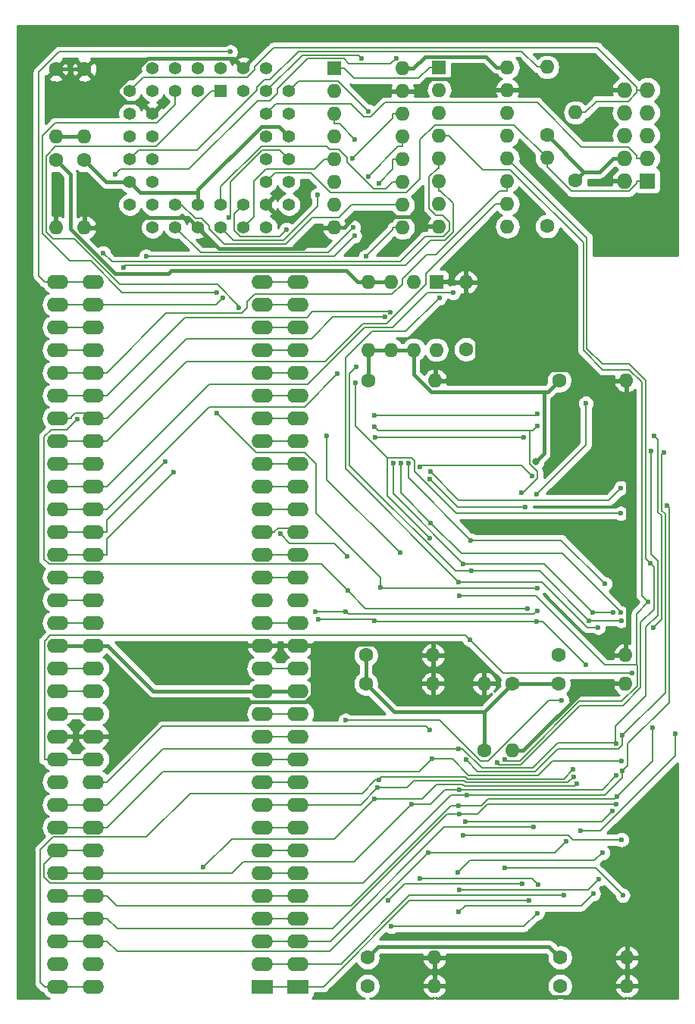
<source format=gbl>
G04 #@! TF.GenerationSoftware,KiCad,Pcbnew,(5.1.2-1)-1*
G04 #@! TF.CreationDate,2020-02-09T18:59:33+00:00*
G04 #@! TF.ProjectId,A500 FastRAM,41353030-2046-4617-9374-52414d2e6b69,rev?*
G04 #@! TF.SameCoordinates,Original*
G04 #@! TF.FileFunction,Copper,L2,Bot*
G04 #@! TF.FilePolarity,Positive*
%FSLAX46Y46*%
G04 Gerber Fmt 4.6, Leading zero omitted, Abs format (unit mm)*
G04 Created by KiCad (PCBNEW (5.1.2-1)-1) date 2020-02-09 18:59:33*
%MOMM*%
%LPD*%
G04 APERTURE LIST*
%ADD10C,1.600000*%
%ADD11O,1.600000X1.600000*%
%ADD12R,1.727200X1.727200*%
%ADD13O,1.727200X1.727200*%
%ADD14R,1.422400X1.422400*%
%ADD15C,1.422400*%
%ADD16R,1.600000X1.600000*%
%ADD17O,2.400000X1.600000*%
%ADD18R,2.400000X1.600000*%
%ADD19C,0.800000*%
%ADD20C,0.600000*%
%ADD21C,0.381000*%
%ADD22C,0.200000*%
%ADD23C,0.254000*%
G04 APERTURE END LIST*
D10*
X79932000Y-34713000D03*
D11*
X79932000Y-42213000D03*
X83107000Y-32053000D03*
D10*
X83107000Y-24553000D03*
D11*
X79932000Y-32053000D03*
D10*
X79932000Y-24553000D03*
X83107000Y-34713000D03*
D11*
X83107000Y-42213000D03*
D10*
X114808000Y-59309000D03*
D11*
X122308000Y-59309000D03*
X122042000Y-89999000D03*
D10*
X114542000Y-89999000D03*
X114542000Y-93174000D03*
D11*
X122042000Y-93174000D03*
X143644000Y-59309000D03*
D10*
X136144000Y-59309000D03*
X136052000Y-89999000D03*
D11*
X143552000Y-89999000D03*
X143552000Y-93174000D03*
D10*
X136052000Y-93174000D03*
X127762000Y-100666000D03*
D11*
X127762000Y-93166000D03*
X122222000Y-123766000D03*
D10*
X114722000Y-123766000D03*
X114722000Y-126940000D03*
D11*
X122222000Y-126940000D03*
X130937000Y-100667200D03*
D10*
X130937000Y-93167200D03*
X136232000Y-123766000D03*
D11*
X143732000Y-123766000D03*
X143732000Y-126940000D03*
D10*
X136232000Y-126940000D03*
D12*
X146000000Y-37000000D03*
D13*
X143460000Y-37000000D03*
X146000000Y-34460000D03*
X143460000Y-34460000D03*
X146000000Y-31920000D03*
X143460000Y-31920000D03*
X146000000Y-29380000D03*
X143460000Y-29380000D03*
X146000000Y-26840000D03*
X143460000Y-26840000D03*
D10*
X134796000Y-42079000D03*
D11*
X134796000Y-34459000D03*
X134796000Y-24299000D03*
D10*
X134796000Y-31919000D03*
X137971000Y-36999000D03*
D11*
X137971000Y-29379000D03*
D10*
X125730000Y-55816500D03*
D11*
X125730000Y-48316500D03*
D14*
X98347000Y-26966000D03*
D15*
X95807000Y-26966000D03*
X93267000Y-26966000D03*
X100887000Y-26966000D03*
X103427000Y-26966000D03*
X95807000Y-24426000D03*
X93267000Y-24426000D03*
X90727000Y-24426000D03*
X98347000Y-24426000D03*
X100887000Y-24426000D03*
X90727000Y-26966000D03*
X90727000Y-29506000D03*
X90727000Y-32046000D03*
X90727000Y-34586000D03*
X90727000Y-37126000D03*
X88187000Y-26966000D03*
X88187000Y-29506000D03*
X88187000Y-32046000D03*
X88187000Y-34586000D03*
X88187000Y-37126000D03*
X88187000Y-39666000D03*
X90727000Y-39666000D03*
X93267000Y-39666000D03*
X95807000Y-39666000D03*
X98347000Y-39666000D03*
X100887000Y-39666000D03*
X105967000Y-39666000D03*
X90727000Y-42206000D03*
X93267000Y-42206000D03*
X95807000Y-42206000D03*
X98347000Y-42206000D03*
X100887000Y-42206000D03*
X103427000Y-42206000D03*
X103427000Y-39666000D03*
X103427000Y-37126000D03*
X103427000Y-34586000D03*
X103427000Y-32046000D03*
X103427000Y-29506000D03*
X103427000Y-24426000D03*
X105967000Y-37126000D03*
X105967000Y-34586000D03*
X105967000Y-32046000D03*
X105967000Y-29506000D03*
X105967000Y-26966000D03*
D16*
X111028000Y-24465000D03*
D11*
X118648000Y-42245000D03*
X111028000Y-27005000D03*
X118648000Y-39705000D03*
X111028000Y-29545000D03*
X118648000Y-37165000D03*
X111028000Y-32085000D03*
X118648000Y-34625000D03*
X111028000Y-34625000D03*
X118648000Y-32085000D03*
X111028000Y-37165000D03*
X118648000Y-29545000D03*
X111028000Y-39705000D03*
X118648000Y-27005000D03*
X111028000Y-42245000D03*
X118648000Y-24465000D03*
X130368000Y-24308000D03*
X122748000Y-42088000D03*
X130368000Y-26848000D03*
X122748000Y-39548000D03*
X130368000Y-29388000D03*
X122748000Y-37008000D03*
X130368000Y-31928000D03*
X122748000Y-34468000D03*
X130368000Y-34468000D03*
X122748000Y-31928000D03*
X130368000Y-37008000D03*
X122748000Y-29388000D03*
X130368000Y-39548000D03*
X122748000Y-26848000D03*
X130368000Y-42088000D03*
D16*
X122748000Y-24308000D03*
X122428000Y-48260000D03*
D11*
X114808000Y-55880000D03*
X119888000Y-48260000D03*
X117348000Y-55880000D03*
X117348000Y-48260000D03*
X119888000Y-55880000D03*
X114808000Y-48260000D03*
X122428000Y-55880000D03*
D17*
X80140000Y-127000000D03*
X103000000Y-48260000D03*
X80140000Y-124460000D03*
X103000000Y-50800000D03*
X80140000Y-121920000D03*
X103000000Y-53340000D03*
X80140000Y-119380000D03*
X103000000Y-55880000D03*
X80140000Y-116840000D03*
X103000000Y-58420000D03*
X80140000Y-114300000D03*
X103000000Y-60960000D03*
X80140000Y-111760000D03*
X103000000Y-63500000D03*
X80140000Y-109220000D03*
X103000000Y-66040000D03*
X80140000Y-106680000D03*
X103000000Y-68580000D03*
X80140000Y-104140000D03*
X103000000Y-71120000D03*
X80140000Y-101600000D03*
X103000000Y-73660000D03*
X80140000Y-99060000D03*
X103000000Y-76200000D03*
X80140000Y-96520000D03*
X103000000Y-78740000D03*
X80140000Y-93980000D03*
X103000000Y-81280000D03*
X80140000Y-91440000D03*
X103000000Y-83820000D03*
X80140000Y-88900000D03*
X103000000Y-86360000D03*
X80140000Y-86360000D03*
X103000000Y-88900000D03*
X80140000Y-83820000D03*
X103000000Y-91440000D03*
X80140000Y-81280000D03*
X103000000Y-93980000D03*
X80140000Y-78740000D03*
X103000000Y-96520000D03*
X80140000Y-76200000D03*
X103000000Y-99060000D03*
X80140000Y-73660000D03*
X103000000Y-101600000D03*
X80140000Y-71120000D03*
X103000000Y-104140000D03*
X80140000Y-68580000D03*
X103000000Y-106680000D03*
X80140000Y-66040000D03*
X103000000Y-109220000D03*
X80140000Y-63500000D03*
X103000000Y-111760000D03*
X80140000Y-60960000D03*
X103000000Y-114300000D03*
X80140000Y-58420000D03*
X103000000Y-116840000D03*
X80140000Y-55880000D03*
X103000000Y-119380000D03*
X80140000Y-53340000D03*
X103000000Y-121920000D03*
X80140000Y-50800000D03*
X103000000Y-124460000D03*
X80140000Y-48260000D03*
D18*
X103000000Y-127000000D03*
X107000000Y-127000000D03*
D17*
X84140000Y-48260000D03*
X107000000Y-124460000D03*
X84140000Y-50800000D03*
X107000000Y-121920000D03*
X84140000Y-53340000D03*
X107000000Y-119380000D03*
X84140000Y-55880000D03*
X107000000Y-116840000D03*
X84140000Y-58420000D03*
X107000000Y-114300000D03*
X84140000Y-60960000D03*
X107000000Y-111760000D03*
X84140000Y-63500000D03*
X107000000Y-109220000D03*
X84140000Y-66040000D03*
X107000000Y-106680000D03*
X84140000Y-68580000D03*
X107000000Y-104140000D03*
X84140000Y-71120000D03*
X107000000Y-101600000D03*
X84140000Y-73660000D03*
X107000000Y-99060000D03*
X84140000Y-76200000D03*
X107000000Y-96520000D03*
X84140000Y-78740000D03*
X107000000Y-93980000D03*
X84140000Y-81280000D03*
X107000000Y-91440000D03*
X84140000Y-83820000D03*
X107000000Y-88900000D03*
X84140000Y-86360000D03*
X107000000Y-86360000D03*
X84140000Y-88900000D03*
X107000000Y-83820000D03*
X84140000Y-91440000D03*
X107000000Y-81280000D03*
X84140000Y-93980000D03*
X107000000Y-78740000D03*
X84140000Y-96520000D03*
X107000000Y-76200000D03*
X84140000Y-99060000D03*
X107000000Y-73660000D03*
X84140000Y-101600000D03*
X107000000Y-71120000D03*
X84140000Y-104140000D03*
X107000000Y-68580000D03*
X84140000Y-106680000D03*
X107000000Y-66040000D03*
X84140000Y-109220000D03*
X107000000Y-63500000D03*
X84140000Y-111760000D03*
X107000000Y-60960000D03*
X84140000Y-114300000D03*
X107000000Y-58420000D03*
X84140000Y-116840000D03*
X107000000Y-55880000D03*
X84140000Y-119380000D03*
X107000000Y-53340000D03*
X84140000Y-121920000D03*
X107000000Y-50800000D03*
X84140000Y-124460000D03*
X107000000Y-48260000D03*
X84140000Y-127000000D03*
D19*
X142995500Y-77106700D03*
X133562900Y-68353000D03*
D20*
X133107600Y-69953100D03*
X120624800Y-68990800D03*
X132807500Y-117370400D03*
X99408500Y-22596200D03*
X136711100Y-116800700D03*
X113053400Y-34520600D03*
X109151700Y-38577200D03*
X98550000Y-50062900D03*
X132225600Y-65664400D03*
X115564800Y-65650000D03*
X133266500Y-109201900D03*
X117932700Y-23314100D03*
X86512600Y-36316100D03*
X131933200Y-71843300D03*
X133688300Y-64410700D03*
X115546400Y-64497700D03*
X85190000Y-45059000D03*
X112272700Y-97269300D03*
X136454900Y-95024600D03*
X133699800Y-63074900D03*
X115538000Y-63212900D03*
X117284800Y-51656400D03*
X116718900Y-52222400D03*
X115870600Y-104815300D03*
X137748300Y-103593100D03*
X87493500Y-46675800D03*
X124293900Y-49483100D03*
X114829200Y-36492700D03*
X111384600Y-58551400D03*
X92142500Y-68368500D03*
X113146200Y-42199600D03*
X93107900Y-69543600D03*
X113327800Y-32379300D03*
X113275400Y-43153600D03*
X89994500Y-45443400D03*
X146660100Y-86910200D03*
X146764900Y-65450600D03*
X144258500Y-92016000D03*
X126151700Y-88224400D03*
X121707000Y-98363200D03*
X143206100Y-98944600D03*
X147817900Y-67356000D03*
X125721400Y-101684500D03*
X146379200Y-67207900D03*
X142555100Y-99872400D03*
X124943600Y-100457100D03*
X143096200Y-101788900D03*
X121927900Y-101549900D03*
X125818000Y-105639400D03*
X121734900Y-69460000D03*
X143059000Y-71298000D03*
X148202700Y-73280300D03*
X143229800Y-102887200D03*
X119685600Y-106608600D03*
X142543300Y-103427000D03*
X124998200Y-105005900D03*
X146619500Y-98074400D03*
X142588800Y-105806500D03*
X124916000Y-106780400D03*
X142476600Y-106640200D03*
X125019200Y-107750100D03*
X136906800Y-110791100D03*
X121506200Y-112050900D03*
X105691900Y-42456600D03*
X132321800Y-73409400D03*
X121695800Y-70276800D03*
X96412800Y-113687500D03*
X138103800Y-104369600D03*
X115547500Y-106002800D03*
X137711300Y-102754200D03*
X115976300Y-103918200D03*
X99233200Y-41092200D03*
X113421500Y-59591700D03*
X114083300Y-23320800D03*
X125436900Y-110100800D03*
X143126300Y-110606100D03*
X121731400Y-76918700D03*
X143032400Y-74151000D03*
X138563400Y-109598000D03*
X149102400Y-98722000D03*
X112489200Y-78967100D03*
X105000000Y-76415700D03*
X133611900Y-72050200D03*
X139122400Y-61857000D03*
X118374900Y-78560600D03*
X110187600Y-65460100D03*
X142999900Y-85246100D03*
X118473900Y-68514100D03*
X114831200Y-29225400D03*
X125649700Y-108586100D03*
X142096700Y-107395800D03*
X121813300Y-75201800D03*
X100391500Y-51199600D03*
X113503900Y-57776300D03*
X114565300Y-45438600D03*
X126334800Y-80583300D03*
X139504700Y-86110000D03*
X143074700Y-86125900D03*
X133678700Y-85051900D03*
X117398100Y-120295900D03*
X133674100Y-118787900D03*
X112304600Y-85097600D03*
X108864700Y-85125700D03*
X142181400Y-85191200D03*
X117604300Y-68528800D03*
X115995600Y-37277400D03*
X125455200Y-79785900D03*
X124942600Y-118700000D03*
X139960700Y-116632000D03*
X139906900Y-85236200D03*
X109265000Y-85939400D03*
X115539700Y-86182300D03*
X139117700Y-91035400D03*
X133663100Y-86232600D03*
X140518600Y-86883500D03*
X124945200Y-81821200D03*
X122761900Y-50087700D03*
X124959800Y-116177600D03*
X140593100Y-115005900D03*
X129211300Y-102003700D03*
X146303400Y-79708600D03*
X143249400Y-116813200D03*
X130033800Y-113760400D03*
X124962100Y-83353800D03*
X130033800Y-101603400D03*
X146115500Y-84071400D03*
X141254200Y-82014500D03*
X126256100Y-77132400D03*
X119309700Y-68509900D03*
X124841100Y-114299900D03*
X140990500Y-112054000D03*
X116190300Y-82430000D03*
X133682600Y-82526000D03*
X133807600Y-115576200D03*
X120558000Y-114930700D03*
X97938800Y-62946900D03*
X97938800Y-49454600D03*
X117003400Y-117430000D03*
X131983800Y-115516100D03*
X82340200Y-63587600D03*
X132625500Y-84776100D03*
X112513300Y-82786700D03*
D21*
X121557200Y-42088000D02*
X120513900Y-41044700D01*
X120513900Y-41044700D02*
X113324200Y-41044700D01*
X113324200Y-41044700D02*
X112218800Y-42150100D01*
X112218800Y-42150100D02*
X112218800Y-42245000D01*
X86790000Y-26715300D02*
X86790000Y-27190600D01*
X86790000Y-27190600D02*
X87835400Y-28236000D01*
X87835400Y-28236000D02*
X89457000Y-28236000D01*
X89457000Y-28236000D02*
X90727000Y-29506000D01*
X100887000Y-24426000D02*
X99784900Y-23323900D01*
X99784900Y-23323900D02*
X90181400Y-23323900D01*
X90181400Y-23323900D02*
X86790000Y-26715300D01*
X83107000Y-24553000D02*
X85269300Y-26715300D01*
X85269300Y-26715300D02*
X86790000Y-26715300D01*
X79932000Y-24553000D02*
X83107000Y-24553000D01*
X122042000Y-89999000D02*
X120851200Y-89999000D01*
X108590800Y-88900000D02*
X108683200Y-88807600D01*
X108683200Y-88807600D02*
X119659800Y-88807600D01*
X119659800Y-88807600D02*
X120851200Y-89999000D01*
X85730800Y-99060000D02*
X89552600Y-95238200D01*
X89552600Y-95238200D02*
X107838000Y-95238200D01*
X107838000Y-95238200D02*
X108590800Y-94485400D01*
X108590800Y-94485400D02*
X108590800Y-88900000D01*
X84140000Y-99060000D02*
X85730800Y-99060000D01*
X80140000Y-99060000D02*
X84140000Y-99060000D01*
X107000000Y-88900000D02*
X108590800Y-88900000D01*
X143780800Y-77106700D02*
X142995500Y-77106700D01*
X143644000Y-60499800D02*
X143780800Y-60636600D01*
X143780800Y-60636600D02*
X143780800Y-77106700D01*
X143780800Y-77106700D02*
X143780800Y-88579400D01*
X143780800Y-88579400D02*
X143552000Y-88808200D01*
X143644000Y-59309000D02*
X143644000Y-60499800D01*
X143552000Y-89999000D02*
X143552000Y-88808200D01*
X127762000Y-93166000D02*
X126571200Y-93166000D01*
X122042000Y-93174000D02*
X126563200Y-93174000D01*
X126563200Y-93174000D02*
X126571200Y-93166000D01*
X95807000Y-42206000D02*
X98148800Y-44547800D01*
X98148800Y-44547800D02*
X107534400Y-44547800D01*
X107534400Y-44547800D02*
X109837200Y-42245000D01*
X84297800Y-42213000D02*
X85431300Y-41079500D01*
X85431300Y-41079500D02*
X94680500Y-41079500D01*
X94680500Y-41079500D02*
X95807000Y-42206000D01*
X125730000Y-48316500D02*
X124539200Y-48316500D01*
X122428000Y-48260000D02*
X124482700Y-48260000D01*
X124482700Y-48260000D02*
X124539200Y-48316500D01*
X126969600Y-58118100D02*
X138900100Y-58118100D01*
X138900100Y-58118100D02*
X140091000Y-59309000D01*
X140091000Y-59309000D02*
X142453200Y-59309000D01*
X123498800Y-59309000D02*
X124689700Y-58118100D01*
X124689700Y-58118100D02*
X126969600Y-58118100D01*
X126969600Y-58118100D02*
X126969600Y-50746900D01*
X126969600Y-50746900D02*
X125730000Y-49507300D01*
X125730000Y-48316500D02*
X125730000Y-49507300D01*
X143644000Y-59309000D02*
X142453200Y-59309000D01*
X130368000Y-26848000D02*
X131558800Y-26848000D01*
X131558800Y-26848000D02*
X142197600Y-26848000D01*
X142197600Y-26848000D02*
X142205600Y-26840000D01*
X130368000Y-26848000D02*
X129177200Y-26848000D01*
X118648000Y-27005000D02*
X119985000Y-27005000D01*
X119985000Y-27005000D02*
X121378900Y-25611100D01*
X121378900Y-25611100D02*
X127940300Y-25611100D01*
X127940300Y-25611100D02*
X129177200Y-26848000D01*
X122308000Y-59309000D02*
X123498800Y-59309000D01*
X142361200Y-93174000D02*
X139621000Y-93174000D01*
X139621000Y-93174000D02*
X132127800Y-100667200D01*
X130937000Y-100667200D02*
X132127800Y-100667200D01*
X143552000Y-93174000D02*
X142361200Y-93174000D01*
X122222000Y-126940000D02*
X123412800Y-126940000D01*
X143732000Y-126940000D02*
X142541200Y-126940000D01*
X142541200Y-126940000D02*
X141318300Y-128162900D01*
X141318300Y-128162900D02*
X124635700Y-128162900D01*
X124635700Y-128162900D02*
X123412800Y-126940000D01*
X111028000Y-42245000D02*
X109837200Y-42245000D01*
X111623400Y-42245000D02*
X111028000Y-42245000D01*
X111623400Y-42245000D02*
X112218800Y-42245000D01*
X83107000Y-42213000D02*
X84297800Y-42213000D01*
X122748000Y-42088000D02*
X121557200Y-42088000D01*
X143460000Y-26840000D02*
X142205600Y-26840000D01*
X103000000Y-88900000D02*
X107000000Y-88900000D01*
X114808000Y-55880000D02*
X114808000Y-59309000D01*
X117348000Y-55880000D02*
X114808000Y-55880000D01*
X119888000Y-55880000D02*
X118538800Y-55880000D01*
X119888000Y-55880000D02*
X119888000Y-58616200D01*
X119888000Y-58616200D02*
X121833300Y-60561500D01*
X121833300Y-60561500D02*
X134437400Y-60561500D01*
X117348000Y-55880000D02*
X118538800Y-55880000D01*
X134437400Y-60561500D02*
X134891500Y-60561500D01*
X134891500Y-60561500D02*
X136144000Y-59309000D01*
X134437400Y-60561500D02*
X134437400Y-67478500D01*
X134437400Y-67478500D02*
X133562900Y-68353000D01*
X136232000Y-123766000D02*
X135024200Y-122558200D01*
X135024200Y-122558200D02*
X115929800Y-122558200D01*
X115929800Y-122558200D02*
X114722000Y-123766000D01*
X114542000Y-93174000D02*
X114542000Y-89999000D01*
X127762000Y-96342200D02*
X117710200Y-96342200D01*
X117710200Y-96342200D02*
X114542000Y-93174000D01*
X95807000Y-38274300D02*
X95807000Y-39666000D01*
X105967000Y-32046000D02*
X104861400Y-30940400D01*
X104861400Y-30940400D02*
X102877100Y-30940400D01*
X102877100Y-30940400D02*
X95807000Y-38010500D01*
X95807000Y-38010500D02*
X95807000Y-38274300D01*
X95807000Y-38274300D02*
X89335300Y-38274300D01*
X89335300Y-38274300D02*
X88187000Y-37126000D01*
X138913300Y-36036300D02*
X140629300Y-36036300D01*
X140629300Y-36036300D02*
X142205600Y-34460000D01*
X134796000Y-31919000D02*
X138913300Y-36036300D01*
X137971000Y-36999000D02*
X138913300Y-36056700D01*
X138913300Y-36056700D02*
X138913300Y-36036300D01*
X143460000Y-34460000D02*
X142205600Y-34460000D01*
X127762000Y-96342200D02*
X127762000Y-100666000D01*
X130937000Y-93167200D02*
X127762000Y-96342200D01*
X136052000Y-93174000D02*
X136045200Y-93167200D01*
X136045200Y-93167200D02*
X130937000Y-93167200D01*
X79932000Y-32053000D02*
X83107000Y-32053000D01*
X88187000Y-37126000D02*
X85520000Y-37126000D01*
X85520000Y-37126000D02*
X83107000Y-34713000D01*
D22*
X103427000Y-37126000D02*
X104439000Y-36114000D01*
X104439000Y-36114000D02*
X108376300Y-36114000D01*
X108376300Y-36114000D02*
X110579600Y-38317300D01*
X110579600Y-38317300D02*
X119067100Y-38317300D01*
X119067100Y-38317300D02*
X120619500Y-36764900D01*
X120619500Y-36764900D02*
X120619500Y-32421500D01*
X120619500Y-32421500D02*
X122250600Y-30790400D01*
X122250600Y-30790400D02*
X131126000Y-30790400D01*
X131126000Y-30790400D02*
X134794600Y-34459000D01*
X146000000Y-37000000D02*
X144836100Y-37000000D01*
X134794600Y-34459000D02*
X134794600Y-35437200D01*
X134794600Y-35437200D02*
X137521300Y-38163900D01*
X137521300Y-38163900D02*
X143963300Y-38163900D01*
X143963300Y-38163900D02*
X144836100Y-37291100D01*
X144836100Y-37291100D02*
X144836100Y-37000000D01*
X134796000Y-34459000D02*
X134794600Y-34459000D01*
X146000000Y-34460000D02*
X144836100Y-34460000D01*
X103427000Y-29506000D02*
X104500100Y-28432900D01*
X104500100Y-28432900D02*
X112884200Y-28432900D01*
X112884200Y-28432900D02*
X114284300Y-29833000D01*
X114284300Y-29833000D02*
X115116000Y-29833000D01*
X115116000Y-29833000D02*
X116673000Y-28276000D01*
X116673000Y-28276000D02*
X133693100Y-28276000D01*
X133693100Y-28276000D02*
X138607100Y-33190000D01*
X138607100Y-33190000D02*
X143837400Y-33190000D01*
X143837400Y-33190000D02*
X144836100Y-34188700D01*
X144836100Y-34188700D02*
X144836100Y-34460000D01*
X88187000Y-34586000D02*
X89198500Y-33574500D01*
X89198500Y-33574500D02*
X95735500Y-33574500D01*
X95735500Y-33574500D02*
X102415400Y-26894600D01*
X102415400Y-26894600D02*
X102415400Y-26516900D01*
X102415400Y-26516900D02*
X103236300Y-25696000D01*
X103236300Y-25696000D02*
X103866200Y-25696000D01*
X103866200Y-25696000D02*
X107015700Y-22546500D01*
X107015700Y-22546500D02*
X131943200Y-22546500D01*
X131943200Y-22546500D02*
X133695700Y-24299000D01*
X134796000Y-24299000D02*
X133695700Y-24299000D01*
X137971000Y-29379000D02*
X139071300Y-29379000D01*
X139071300Y-29379000D02*
X140340300Y-28110000D01*
X140340300Y-28110000D02*
X143863600Y-28110000D01*
X143863600Y-28110000D02*
X144836100Y-27137500D01*
X144836100Y-27137500D02*
X144836100Y-26840000D01*
X146000000Y-26840000D02*
X144836100Y-26840000D01*
X88187000Y-26966000D02*
X89715400Y-25437600D01*
X89715400Y-25437600D02*
X101309500Y-25437600D01*
X101309500Y-25437600D02*
X102157000Y-24590100D01*
X102157000Y-24590100D02*
X102157000Y-24222600D01*
X102157000Y-24222600D02*
X104265400Y-22114200D01*
X104265400Y-22114200D02*
X140381600Y-22114200D01*
X140381600Y-22114200D02*
X144836100Y-26568700D01*
X144836100Y-26568700D02*
X144836100Y-26840000D01*
X133107600Y-69953100D02*
X131972100Y-68817600D01*
X131972100Y-68817600D02*
X120798000Y-68817600D01*
X120798000Y-68817600D02*
X120624800Y-68990800D01*
X107000000Y-127000000D02*
X109812500Y-127000000D01*
X109812500Y-127000000D02*
X119442100Y-117370400D01*
X119442100Y-117370400D02*
X132807500Y-117370400D01*
X103000000Y-127000000D02*
X107000000Y-127000000D01*
X98347000Y-39666000D02*
X98347000Y-37649100D01*
X98347000Y-37649100D02*
X102873900Y-33122200D01*
X102873900Y-33122200D02*
X110134400Y-33122200D01*
X110134400Y-33122200D02*
X110534800Y-33522600D01*
X110534800Y-33522600D02*
X111535300Y-33522600D01*
X111535300Y-33522600D02*
X112453100Y-34440400D01*
X112453100Y-34440400D02*
X112453100Y-34965500D01*
X112453100Y-34965500D02*
X115404600Y-37917000D01*
X115404600Y-37917000D02*
X116795700Y-37917000D01*
X116795700Y-37917000D02*
X117547700Y-37165000D01*
X118648000Y-37165000D02*
X117547700Y-37165000D01*
X80140000Y-48260000D02*
X78639700Y-48260000D01*
X78639700Y-48260000D02*
X78009400Y-47629700D01*
X78009400Y-47629700D02*
X78009400Y-24849200D01*
X78009400Y-24849200D02*
X80262400Y-22596200D01*
X80262400Y-22596200D02*
X99408500Y-22596200D01*
X84140000Y-48260000D02*
X80140000Y-48260000D01*
X136711100Y-116800700D02*
X136680500Y-116770100D01*
X136680500Y-116770100D02*
X131864300Y-116770100D01*
X131864300Y-116770100D02*
X131807200Y-116827200D01*
X131807200Y-116827200D02*
X119419200Y-116827200D01*
X119419200Y-116827200D02*
X111786400Y-124460000D01*
X111786400Y-124460000D02*
X107000000Y-124460000D01*
X107000000Y-124460000D02*
X103000000Y-124460000D01*
X117547700Y-29545000D02*
X117547700Y-30026300D01*
X117547700Y-30026300D02*
X113053400Y-34520600D01*
X98347000Y-42206000D02*
X99797700Y-43656700D01*
X99797700Y-43656700D02*
X105341000Y-43656700D01*
X105341000Y-43656700D02*
X109151700Y-39846000D01*
X109151700Y-39846000D02*
X109151700Y-38577200D01*
X118648000Y-29545000D02*
X117547700Y-29545000D01*
X85640300Y-50800000D02*
X97812900Y-50800000D01*
X97812900Y-50800000D02*
X98550000Y-50062900D01*
X84140000Y-50800000D02*
X85640300Y-50800000D01*
X80140000Y-50800000D02*
X84140000Y-50800000D01*
X132225600Y-65664400D02*
X132211200Y-65650000D01*
X132211200Y-65650000D02*
X115564800Y-65650000D01*
X133266500Y-109201900D02*
X123299900Y-109201900D01*
X123299900Y-109201900D02*
X110581800Y-121920000D01*
X110581800Y-121920000D02*
X107000000Y-121920000D01*
X103000000Y-121920000D02*
X107000000Y-121920000D01*
X86512600Y-36316100D02*
X87129000Y-35699700D01*
X87129000Y-35699700D02*
X94789400Y-35699700D01*
X94789400Y-35699700D02*
X102449500Y-28039600D01*
X102449500Y-28039600D02*
X103840700Y-28039600D01*
X103840700Y-28039600D02*
X104697000Y-27183300D01*
X104697000Y-27183300D02*
X104697000Y-26715100D01*
X104697000Y-26715100D02*
X108047500Y-23364600D01*
X108047500Y-23364600D02*
X112098900Y-23364600D01*
X112098900Y-23364600D02*
X112672900Y-23938600D01*
X112672900Y-23938600D02*
X117308200Y-23938600D01*
X117308200Y-23938600D02*
X117932700Y-23314100D01*
X80140000Y-53340000D02*
X84140000Y-53340000D01*
X132840000Y-64895600D02*
X132840000Y-68622000D01*
X132840000Y-68622000D02*
X133707900Y-69489900D01*
X133707900Y-69489900D02*
X133707900Y-70204200D01*
X133707900Y-70204200D02*
X132068800Y-71843300D01*
X132068800Y-71843300D02*
X131933200Y-71843300D01*
X132840000Y-64895600D02*
X115944300Y-64895600D01*
X115944300Y-64895600D02*
X115546400Y-64497700D01*
X133688300Y-64410700D02*
X133203400Y-64895600D01*
X133203400Y-64895600D02*
X132840000Y-64895600D01*
X107000000Y-119380000D02*
X103000000Y-119380000D01*
X122748000Y-34468000D02*
X122748000Y-35568300D01*
X122748000Y-35568300D02*
X122610500Y-35568300D01*
X122610500Y-35568300D02*
X121641500Y-36537300D01*
X121641500Y-36537300D02*
X121641500Y-40085300D01*
X121641500Y-40085300D02*
X122374200Y-40818000D01*
X122374200Y-40818000D02*
X123100800Y-40818000D01*
X123100800Y-40818000D02*
X123903700Y-41620900D01*
X123903700Y-41620900D02*
X123903700Y-42545000D01*
X123903700Y-42545000D02*
X123185500Y-43263200D01*
X123185500Y-43263200D02*
X121147800Y-43263200D01*
X121147800Y-43263200D02*
X118357600Y-46053400D01*
X118357600Y-46053400D02*
X86184400Y-46053400D01*
X86184400Y-46053400D02*
X85190000Y-45059000D01*
X80140000Y-55880000D02*
X84140000Y-55880000D01*
X112272700Y-97269300D02*
X122788700Y-97269300D01*
X122788700Y-97269300D02*
X127338800Y-101819400D01*
X127338800Y-101819400D02*
X128215400Y-101819400D01*
X128215400Y-101819400D02*
X135010200Y-95024600D01*
X135010200Y-95024600D02*
X136454900Y-95024600D01*
X115538000Y-63212900D02*
X133561800Y-63212900D01*
X133561800Y-63212900D02*
X133699800Y-63074900D01*
X107000000Y-116840000D02*
X103000000Y-116840000D01*
X84140000Y-58420000D02*
X85640300Y-58420000D01*
X85640300Y-58420000D02*
X92260300Y-51800000D01*
X92260300Y-51800000D02*
X100671900Y-51800000D01*
X100671900Y-51800000D02*
X101298200Y-51173700D01*
X101298200Y-51173700D02*
X101298200Y-50544400D01*
X101298200Y-50544400D02*
X102161300Y-49681300D01*
X102161300Y-49681300D02*
X117484200Y-49681300D01*
X117484200Y-49681300D02*
X118618000Y-48547500D01*
X118618000Y-48547500D02*
X118618000Y-47971200D01*
X118618000Y-47971200D02*
X121371300Y-45217900D01*
X121371300Y-45217900D02*
X122363400Y-45217900D01*
X122363400Y-45217900D02*
X129473000Y-38108300D01*
X129473000Y-38108300D02*
X130368000Y-38108300D01*
X80140000Y-58420000D02*
X84140000Y-58420000D01*
X130368000Y-37008000D02*
X130368000Y-38108300D01*
X117284800Y-51656400D02*
X117250400Y-51622000D01*
X117250400Y-51622000D02*
X108568500Y-51622000D01*
X108568500Y-51622000D02*
X107950900Y-52239600D01*
X107950900Y-52239600D02*
X94360700Y-52239600D01*
X94360700Y-52239600D02*
X85640300Y-60960000D01*
X84140000Y-60960000D02*
X85640300Y-60960000D01*
X80140000Y-60960000D02*
X84140000Y-60960000D01*
X85640300Y-63500000D02*
X94530300Y-54610000D01*
X94530300Y-54610000D02*
X108500400Y-54610000D01*
X108500400Y-54610000D02*
X110888000Y-52222400D01*
X110888000Y-52222400D02*
X116718900Y-52222400D01*
X84140000Y-63500000D02*
X85640300Y-63500000D01*
X84140000Y-63500000D02*
X83576200Y-62936200D01*
X83576200Y-62936200D02*
X82090100Y-62936200D01*
X82090100Y-62936200D02*
X81640300Y-63386000D01*
X81640300Y-63386000D02*
X81640300Y-63500000D01*
X80140000Y-63500000D02*
X81640300Y-63500000D01*
X129267700Y-39548000D02*
X129095300Y-39548000D01*
X129095300Y-39548000D02*
X121283400Y-47359900D01*
X121283400Y-47359900D02*
X121283400Y-48537700D01*
X121283400Y-48537700D02*
X116876100Y-52945000D01*
X116876100Y-52945000D02*
X114252000Y-52945000D01*
X114252000Y-52945000D02*
X110020600Y-57176400D01*
X110020600Y-57176400D02*
X94503900Y-57176400D01*
X94503900Y-57176400D02*
X85640300Y-66040000D01*
X80140000Y-66040000D02*
X81640300Y-66040000D01*
X84140000Y-66040000D02*
X82639700Y-66040000D01*
X82639700Y-66040000D02*
X81640300Y-66040000D01*
X84140000Y-66040000D02*
X85640300Y-66040000D01*
X130368000Y-39548000D02*
X129267700Y-39548000D01*
X137748300Y-103593100D02*
X137136100Y-104205300D01*
X137136100Y-104205300D02*
X125717100Y-104205300D01*
X125717100Y-104205300D02*
X125515300Y-104003500D01*
X125515300Y-104003500D02*
X119938500Y-104003500D01*
X119938500Y-104003500D02*
X119126700Y-104815300D01*
X119126700Y-104815300D02*
X115870600Y-104815300D01*
X115870600Y-104815300D02*
X114005900Y-106680000D01*
X114005900Y-106680000D02*
X107000000Y-106680000D01*
X107000000Y-106680000D02*
X103000000Y-106680000D01*
X87493500Y-46675800D02*
X87692700Y-46476600D01*
X87692700Y-46476600D02*
X118970100Y-46476600D01*
X118970100Y-46476600D02*
X121783100Y-43663600D01*
X121783100Y-43663600D02*
X123351400Y-43663600D01*
X123351400Y-43663600D02*
X124304100Y-42710900D01*
X124304100Y-42710900D02*
X124304100Y-39526900D01*
X124304100Y-39526900D02*
X122885500Y-38108300D01*
X122885500Y-38108300D02*
X122748000Y-38108300D01*
X122748000Y-37008000D02*
X122748000Y-38108300D01*
X84140000Y-68580000D02*
X80140000Y-68580000D01*
X124293900Y-49483100D02*
X121439400Y-49483100D01*
X121439400Y-49483100D02*
X117577200Y-53345300D01*
X117577200Y-53345300D02*
X114417800Y-53345300D01*
X114417800Y-53345300D02*
X108073100Y-59690000D01*
X108073100Y-59690000D02*
X97070300Y-59690000D01*
X97070300Y-59690000D02*
X85640300Y-71120000D01*
X84140000Y-71120000D02*
X85640300Y-71120000D01*
X80140000Y-71120000D02*
X84140000Y-71120000D01*
X118648000Y-33185300D02*
X118136600Y-33185300D01*
X118136600Y-33185300D02*
X114829200Y-36492700D01*
X85640300Y-73660000D02*
X97070300Y-62230000D01*
X97070300Y-62230000D02*
X107706000Y-62230000D01*
X107706000Y-62230000D02*
X111384600Y-58551400D01*
X84140000Y-73660000D02*
X85640300Y-73660000D01*
X118648000Y-32085000D02*
X118648000Y-33185300D01*
X81640300Y-73660000D02*
X84140000Y-73660000D01*
X80140000Y-73660000D02*
X81640300Y-73660000D01*
X93267000Y-39666000D02*
X93961300Y-39666000D01*
X93961300Y-39666000D02*
X95489700Y-41194400D01*
X95489700Y-41194400D02*
X96229500Y-41194400D01*
X96229500Y-41194400D02*
X97077000Y-42041900D01*
X97077000Y-42041900D02*
X97077000Y-42408100D01*
X97077000Y-42408100D02*
X98725900Y-44057000D01*
X98725900Y-44057000D02*
X105640600Y-44057000D01*
X105640600Y-44057000D02*
X108581000Y-41116600D01*
X108581000Y-41116600D02*
X111565600Y-41116600D01*
X111565600Y-41116600D02*
X112977200Y-39705000D01*
X112977200Y-39705000D02*
X118648000Y-39705000D01*
X84140000Y-76200000D02*
X85640300Y-76200000D01*
X85640300Y-76200000D02*
X85640300Y-74870700D01*
X85640300Y-74870700D02*
X92142500Y-68368500D01*
X80140000Y-76200000D02*
X84140000Y-76200000D01*
X93267000Y-42206000D02*
X96099600Y-45038600D01*
X96099600Y-45038600D02*
X110307200Y-45038600D01*
X110307200Y-45038600D02*
X113146200Y-42199600D01*
X85640300Y-78740000D02*
X85640300Y-77011200D01*
X85640300Y-77011200D02*
X93107900Y-69543600D01*
X84140000Y-78740000D02*
X85640300Y-78740000D01*
X84140000Y-78740000D02*
X80140000Y-78740000D01*
X111028000Y-29545000D02*
X111028000Y-30645300D01*
X113275400Y-43153600D02*
X110985700Y-45443300D01*
X110985700Y-45443300D02*
X89994500Y-45443300D01*
X89994500Y-45443300D02*
X89994500Y-45443400D01*
X111028000Y-30645300D02*
X111593800Y-30645300D01*
X111593800Y-30645300D02*
X113327800Y-32379300D01*
X84140000Y-81280000D02*
X80140000Y-81280000D01*
X107000000Y-91440000D02*
X103000000Y-91440000D01*
X84140000Y-83820000D02*
X80140000Y-83820000D01*
X84140000Y-86360000D02*
X80140000Y-86360000D01*
X84140000Y-91440000D02*
X80140000Y-91440000D01*
X84140000Y-93980000D02*
X80140000Y-93980000D01*
X84140000Y-96520000D02*
X80140000Y-96520000D01*
X146660100Y-86910200D02*
X147567900Y-86002400D01*
X147567900Y-86002400D02*
X147567900Y-74379100D01*
X147567900Y-74379100D02*
X147202100Y-74013300D01*
X147202100Y-74013300D02*
X147202100Y-65887800D01*
X147202100Y-65887800D02*
X146764900Y-65450600D01*
X144258500Y-92016000D02*
X129943300Y-92016000D01*
X129943300Y-92016000D02*
X126151700Y-88224400D01*
X78639700Y-101600000D02*
X78639700Y-88429700D01*
X78639700Y-88429700D02*
X79290800Y-87778600D01*
X79290800Y-87778600D02*
X125705900Y-87778600D01*
X125705900Y-87778600D02*
X126151700Y-88224400D01*
X80140000Y-101600000D02*
X78639700Y-101600000D01*
X80140000Y-101600000D02*
X84140000Y-101600000D01*
X143206100Y-98944600D02*
X147985400Y-94165300D01*
X147985400Y-94165300D02*
X147985400Y-74230300D01*
X147985400Y-74230300D02*
X147602400Y-73847300D01*
X147602400Y-73847300D02*
X147602400Y-67571500D01*
X147602400Y-67571500D02*
X147817900Y-67356000D01*
X84140000Y-104140000D02*
X85640300Y-104140000D01*
X85640300Y-104140000D02*
X91829500Y-97950800D01*
X91829500Y-97950800D02*
X121294600Y-97950800D01*
X121294600Y-97950800D02*
X121707000Y-98363200D01*
X125721400Y-101684500D02*
X127041300Y-103004400D01*
X127041300Y-103004400D02*
X133446800Y-103004400D01*
X133446800Y-103004400D02*
X135978500Y-100472700D01*
X135978500Y-100472700D02*
X142803800Y-100472700D01*
X142803800Y-100472700D02*
X143206100Y-100070400D01*
X143206100Y-100070400D02*
X143206100Y-98944600D01*
X142430200Y-99747500D02*
X142430200Y-97928300D01*
X142430200Y-97928300D02*
X145845700Y-94512800D01*
X145845700Y-94512800D02*
X145845700Y-86834200D01*
X145845700Y-86834200D02*
X147159700Y-85520200D01*
X147159700Y-85520200D02*
X147159700Y-79466200D01*
X147159700Y-79466200D02*
X146379200Y-78685700D01*
X146379200Y-78685700D02*
X146379200Y-67207900D01*
X142430200Y-99747500D02*
X142555100Y-99872400D01*
X124943600Y-100457100D02*
X125343000Y-100457100D01*
X125343000Y-100457100D02*
X127490000Y-102604100D01*
X127490000Y-102604100D02*
X133176600Y-102604100D01*
X133176600Y-102604100D02*
X136033200Y-99747500D01*
X136033200Y-99747500D02*
X142430200Y-99747500D01*
X85640300Y-106680000D02*
X91863200Y-100457100D01*
X91863200Y-100457100D02*
X124943600Y-100457100D01*
X84140000Y-106680000D02*
X85640300Y-106680000D01*
X80140000Y-106680000D02*
X84140000Y-106680000D01*
X143096200Y-101788900D02*
X135428300Y-101788900D01*
X135428300Y-101788900D02*
X133812500Y-103404700D01*
X133812500Y-103404700D02*
X126048700Y-103404700D01*
X126048700Y-103404700D02*
X124193900Y-101549900D01*
X124193900Y-101549900D02*
X121927900Y-101549900D01*
X121927900Y-101549900D02*
X120466200Y-103011600D01*
X120466200Y-103011600D02*
X91848700Y-103011600D01*
X91848700Y-103011600D02*
X85640300Y-109220000D01*
X84140000Y-109220000D02*
X85640300Y-109220000D01*
X80140000Y-109220000D02*
X84140000Y-109220000D01*
X143229800Y-102887200D02*
X143806500Y-102310500D01*
X143806500Y-102310500D02*
X143806500Y-99867400D01*
X143806500Y-99867400D02*
X148415000Y-95258900D01*
X148415000Y-95258900D02*
X148415000Y-73492600D01*
X148415000Y-73492600D02*
X148202700Y-73280300D01*
X143229800Y-102887200D02*
X143229800Y-103637900D01*
X143229800Y-103637900D02*
X141228300Y-105639400D01*
X141228300Y-105639400D02*
X125818000Y-105639400D01*
X80140000Y-111760000D02*
X78589800Y-113310200D01*
X78589800Y-113310200D02*
X78589800Y-114779100D01*
X78589800Y-114779100D02*
X79281800Y-115471100D01*
X79281800Y-115471100D02*
X114243300Y-115471100D01*
X114243300Y-115471100D02*
X124075000Y-105639400D01*
X124075000Y-105639400D02*
X125818000Y-105639400D01*
X80140000Y-111760000D02*
X84140000Y-111760000D01*
X143059000Y-71298000D02*
X141689200Y-72667800D01*
X141689200Y-72667800D02*
X124942700Y-72667800D01*
X124942700Y-72667800D02*
X121734900Y-69460000D01*
X142543300Y-103427000D02*
X140964400Y-105005900D01*
X140964400Y-105005900D02*
X124998200Y-105005900D01*
X119685600Y-106608600D02*
X121807200Y-106608600D01*
X121807200Y-106608600D02*
X123409900Y-105005900D01*
X123409900Y-105005900D02*
X124998200Y-105005900D01*
X84140000Y-114300000D02*
X99554100Y-114300000D01*
X99554100Y-114300000D02*
X100824100Y-113030000D01*
X100824100Y-113030000D02*
X113264200Y-113030000D01*
X113264200Y-113030000D02*
X119685600Y-106608600D01*
X80140000Y-114300000D02*
X84140000Y-114300000D01*
X124916000Y-106780400D02*
X127446200Y-106780400D01*
X127446200Y-106780400D02*
X128186800Y-106039800D01*
X128186800Y-106039800D02*
X142355500Y-106039800D01*
X142355500Y-106039800D02*
X142588800Y-105806500D01*
X142588800Y-105806500D02*
X146619500Y-101775800D01*
X146619500Y-101775800D02*
X146619500Y-98074400D01*
X85640300Y-116840000D02*
X86751500Y-117951200D01*
X86751500Y-117951200D02*
X112852200Y-117951200D01*
X112852200Y-117951200D02*
X124023000Y-106780400D01*
X124023000Y-106780400D02*
X124916000Y-106780400D01*
X84140000Y-116840000D02*
X85640300Y-116840000D01*
X80140000Y-116840000D02*
X84140000Y-116840000D01*
X107000000Y-55880000D02*
X103000000Y-55880000D01*
X125019200Y-107750100D02*
X127042700Y-107750100D01*
X127042700Y-107750100D02*
X128152600Y-106640200D01*
X128152600Y-106640200D02*
X142476600Y-106640200D01*
X85640300Y-119380000D02*
X86782600Y-120522300D01*
X86782600Y-120522300D02*
X110847200Y-120522300D01*
X110847200Y-120522300D02*
X123619400Y-107750100D01*
X123619400Y-107750100D02*
X125019200Y-107750100D01*
X84140000Y-119380000D02*
X85640300Y-119380000D01*
X80140000Y-119380000D02*
X84140000Y-119380000D01*
X107000000Y-53340000D02*
X103000000Y-53340000D01*
X121506200Y-112050900D02*
X135647000Y-112050900D01*
X135647000Y-112050900D02*
X136906800Y-110791100D01*
X85640300Y-121920000D02*
X86787500Y-123067200D01*
X86787500Y-123067200D02*
X110489900Y-123067200D01*
X110489900Y-123067200D02*
X121506200Y-112050900D01*
X84140000Y-121920000D02*
X85640300Y-121920000D01*
X80140000Y-121920000D02*
X84140000Y-121920000D01*
X105691900Y-42456600D02*
X104913900Y-43234600D01*
X104913900Y-43234600D02*
X100482700Y-43234600D01*
X100482700Y-43234600D02*
X99833500Y-42585400D01*
X99833500Y-42585400D02*
X99833500Y-40719500D01*
X99833500Y-40719500D02*
X100887000Y-39666000D01*
X107000000Y-50800000D02*
X103000000Y-50800000D01*
X121695800Y-70276800D02*
X124828400Y-73409400D01*
X124828400Y-73409400D02*
X132321800Y-73409400D01*
X115547500Y-106002800D02*
X111060200Y-110490100D01*
X111060200Y-110490100D02*
X99610200Y-110490100D01*
X99610200Y-110490100D02*
X96412800Y-113687500D01*
X138103800Y-104369600D02*
X137867800Y-104605600D01*
X137867800Y-104605600D02*
X125551300Y-104605600D01*
X125551300Y-104605600D02*
X125349500Y-104403800D01*
X125349500Y-104403800D02*
X122416100Y-104403800D01*
X122416100Y-104403800D02*
X120817100Y-106002800D01*
X120817100Y-106002800D02*
X115547500Y-106002800D01*
X111028000Y-34625000D02*
X109927700Y-34625000D01*
X100887000Y-42206000D02*
X102071500Y-41021500D01*
X102071500Y-41021500D02*
X102071500Y-37046200D01*
X102071500Y-37046200D02*
X103404100Y-35713600D01*
X103404100Y-35713600D02*
X108839100Y-35713600D01*
X108839100Y-35713600D02*
X109927700Y-34625000D01*
X107000000Y-48260000D02*
X103000000Y-48260000D01*
X115976300Y-103918200D02*
X115635500Y-103918200D01*
X115635500Y-103918200D02*
X114143700Y-105410000D01*
X114143700Y-105410000D02*
X94897200Y-105410000D01*
X94897200Y-105410000D02*
X89986800Y-110320400D01*
X89986800Y-110320400D02*
X79617400Y-110320400D01*
X79617400Y-110320400D02*
X78189400Y-111748400D01*
X78189400Y-111748400D02*
X78189400Y-126549700D01*
X78189400Y-126549700D02*
X78639700Y-127000000D01*
X137711300Y-102754200D02*
X136660500Y-103805000D01*
X136660500Y-103805000D02*
X125882900Y-103805000D01*
X125882900Y-103805000D02*
X125681100Y-103603200D01*
X125681100Y-103603200D02*
X116291300Y-103603200D01*
X116291300Y-103603200D02*
X115976300Y-103918200D01*
X80140000Y-127000000D02*
X78639700Y-127000000D01*
X80140000Y-127000000D02*
X84140000Y-127000000D01*
X111028000Y-24465000D02*
X112128300Y-24465000D01*
X122748000Y-24308000D02*
X121647700Y-24308000D01*
X121647700Y-24308000D02*
X120390400Y-25565300D01*
X120390400Y-25565300D02*
X113228600Y-25565300D01*
X113228600Y-25565300D02*
X112128300Y-24465000D01*
X107000000Y-114300000D02*
X103000000Y-114300000D01*
X107000000Y-111760000D02*
X104500300Y-111760000D01*
X103000000Y-111760000D02*
X104500300Y-111760000D01*
X99233200Y-41092200D02*
X99421500Y-40903900D01*
X99421500Y-40903900D02*
X99421500Y-37143200D01*
X99421500Y-37143200D02*
X102996500Y-33568200D01*
X102996500Y-33568200D02*
X104949200Y-33568200D01*
X104949200Y-33568200D02*
X105967000Y-34586000D01*
X107000000Y-109220000D02*
X103000000Y-109220000D01*
X116961500Y-67908200D02*
X119631500Y-67908200D01*
X119631500Y-67908200D02*
X120011700Y-68288400D01*
X120011700Y-68288400D02*
X120011700Y-69493200D01*
X120011700Y-69493200D02*
X124669500Y-74151000D01*
X124669500Y-74151000D02*
X143032400Y-74151000D01*
X121731400Y-76918700D02*
X116961500Y-72148800D01*
X116961500Y-72148800D02*
X116961500Y-67908200D01*
X113421500Y-59591700D02*
X113421500Y-64368200D01*
X113421500Y-64368200D02*
X116961500Y-67908200D01*
X103427000Y-26966000D02*
X107428800Y-22964200D01*
X107428800Y-22964200D02*
X113726700Y-22964200D01*
X113726700Y-22964200D02*
X114083300Y-23320800D01*
X125436900Y-110100800D02*
X137182600Y-110100800D01*
X137182600Y-110100800D02*
X137687900Y-110606100D01*
X137687900Y-110606100D02*
X143126300Y-110606100D01*
X149102400Y-98722000D02*
X149102400Y-101242900D01*
X149102400Y-101242900D02*
X140747300Y-109598000D01*
X140747300Y-109598000D02*
X138563400Y-109598000D01*
X105000000Y-76415700D02*
X106054300Y-77470000D01*
X106054300Y-77470000D02*
X110992100Y-77470000D01*
X110992100Y-77470000D02*
X112489200Y-78967100D01*
X139122400Y-61857000D02*
X139122400Y-66539700D01*
X139122400Y-66539700D02*
X133611900Y-72050200D01*
X110187600Y-65460100D02*
X110187700Y-65460100D01*
X110187700Y-65460100D02*
X110187700Y-70373400D01*
X110187700Y-70373400D02*
X118374900Y-78560600D01*
X121813300Y-75201800D02*
X118473900Y-71862400D01*
X118473900Y-71862400D02*
X118473900Y-68514100D01*
X121813300Y-75201800D02*
X125261500Y-78650000D01*
X125261500Y-78650000D02*
X136497200Y-78650000D01*
X136497200Y-78650000D02*
X142999900Y-85152700D01*
X142999900Y-85152700D02*
X142999900Y-85246100D01*
X105967000Y-26966000D02*
X107060400Y-25872600D01*
X107060400Y-25872600D02*
X111478400Y-25872600D01*
X111478400Y-25872600D02*
X114831200Y-29225400D01*
X125649700Y-108586100D02*
X140906400Y-108586100D01*
X140906400Y-108586100D02*
X142096700Y-107395800D01*
X100391500Y-51199600D02*
X100391500Y-50970900D01*
X100391500Y-50970900D02*
X98018100Y-48597500D01*
X98018100Y-48597500D02*
X87054700Y-48597500D01*
X87054700Y-48597500D02*
X81943200Y-43486000D01*
X81943200Y-43486000D02*
X79596300Y-43486000D01*
X79596300Y-43486000D02*
X78810200Y-42699900D01*
X78810200Y-42699900D02*
X78810200Y-34241600D01*
X78810200Y-34241600D02*
X79877700Y-33174100D01*
X79877700Y-33174100D02*
X91127400Y-33174100D01*
X91127400Y-33174100D02*
X97335500Y-26966000D01*
X98347000Y-26966000D02*
X97335500Y-26966000D01*
D21*
X130368000Y-24308000D02*
X129177200Y-24308000D01*
X118648000Y-24465000D02*
X119838800Y-24465000D01*
X119838800Y-24465000D02*
X121186700Y-23117100D01*
X121186700Y-23117100D02*
X127986300Y-23117100D01*
X127986300Y-23117100D02*
X129177200Y-24308000D01*
X84140000Y-88900000D02*
X85730800Y-88900000D01*
X85730800Y-88900000D02*
X90810800Y-93980000D01*
X90810800Y-93980000D02*
X103000000Y-93980000D01*
X80140000Y-88900000D02*
X84140000Y-88900000D01*
X79932000Y-34713000D02*
X81519500Y-36300500D01*
X81519500Y-36300500D02*
X81519500Y-42368000D01*
X81519500Y-42368000D02*
X86518100Y-47366600D01*
X86518100Y-47366600D02*
X92499300Y-47366600D01*
X92499300Y-47366600D02*
X92841700Y-47024200D01*
X92841700Y-47024200D02*
X112381400Y-47024200D01*
X112381400Y-47024200D02*
X113617200Y-48260000D01*
X114808000Y-48260000D02*
X113617200Y-48260000D01*
X117348000Y-48260000D02*
X114808000Y-48260000D01*
X107000000Y-93980000D02*
X103000000Y-93980000D01*
D22*
X117547700Y-42245000D02*
X117547700Y-42456200D01*
X117547700Y-42456200D02*
X114565300Y-45438600D01*
X118648000Y-42245000D02*
X117547700Y-42245000D01*
X126334800Y-80583300D02*
X124528400Y-80583300D01*
X124528400Y-80583300D02*
X112734900Y-68789800D01*
X112734900Y-68789800D02*
X112734900Y-58545300D01*
X112734900Y-58545300D02*
X113503900Y-57776300D01*
X126334800Y-80583300D02*
X133978000Y-80583300D01*
X133978000Y-80583300D02*
X139504700Y-86110000D01*
X139504700Y-86110000D02*
X143058800Y-86110000D01*
X143058800Y-86110000D02*
X143074700Y-86125900D01*
X112304600Y-85097600D02*
X112276500Y-85125700D01*
X112276500Y-85125700D02*
X108864700Y-85125700D01*
X112304600Y-85097600D02*
X112613100Y-85406100D01*
X112613100Y-85406100D02*
X133324500Y-85406100D01*
X133324500Y-85406100D02*
X133678700Y-85051900D01*
X117398100Y-120295900D02*
X132166100Y-120295900D01*
X132166100Y-120295900D02*
X133674100Y-118787900D01*
X142181400Y-85191200D02*
X139951900Y-85191200D01*
X139951900Y-85191200D02*
X139906900Y-85236200D01*
X125455200Y-79785900D02*
X134456600Y-79785900D01*
X134456600Y-79785900D02*
X139906900Y-85236200D01*
X125455200Y-79785900D02*
X117614900Y-71945600D01*
X117614900Y-71945600D02*
X117614900Y-68539300D01*
X117614900Y-68539300D02*
X117614800Y-68539300D01*
X117614800Y-68539300D02*
X117604300Y-68528800D01*
X118648000Y-34625000D02*
X117547700Y-34625000D01*
X117547700Y-34625000D02*
X117547700Y-35725300D01*
X117547700Y-35725300D02*
X115995600Y-37277400D01*
X124942600Y-118700000D02*
X125671900Y-117970700D01*
X125671900Y-117970700D02*
X138622000Y-117970700D01*
X138622000Y-117970700D02*
X139960700Y-116632000D01*
X115539700Y-86182300D02*
X115296800Y-85939400D01*
X115296800Y-85939400D02*
X109265000Y-85939400D01*
X133663100Y-86232600D02*
X115590000Y-86232600D01*
X115590000Y-86232600D02*
X115539700Y-86182300D01*
X133663100Y-86232600D02*
X134314900Y-86232600D01*
X134314900Y-86232600D02*
X139117700Y-91035400D01*
X124945200Y-81821200D02*
X134215400Y-81821200D01*
X134215400Y-81821200D02*
X139277700Y-86883500D01*
X139277700Y-86883500D02*
X140518600Y-86883500D01*
X122761900Y-50087700D02*
X119016500Y-53833100D01*
X119016500Y-53833100D02*
X115217600Y-53833100D01*
X115217600Y-53833100D02*
X112288100Y-56762600D01*
X112288100Y-56762600D02*
X112288100Y-69164100D01*
X112288100Y-69164100D02*
X124945200Y-81821200D01*
X140593100Y-115005900D02*
X139421400Y-116177600D01*
X139421400Y-116177600D02*
X124959800Y-116177600D01*
X130368000Y-34468000D02*
X139255200Y-43355200D01*
X139255200Y-43355200D02*
X139255200Y-55741600D01*
X139255200Y-55741600D02*
X140965200Y-57451600D01*
X140965200Y-57451600D02*
X143922100Y-57451600D01*
X143922100Y-57451600D02*
X145778900Y-59308400D01*
X145778900Y-59308400D02*
X145778900Y-79184100D01*
X145778900Y-79184100D02*
X146303400Y-79708600D01*
X146303400Y-79708600D02*
X146743100Y-80148300D01*
X146743100Y-80148300D02*
X146743100Y-84846100D01*
X146743100Y-84846100D02*
X145259200Y-86330000D01*
X145259200Y-86330000D02*
X145259200Y-93589900D01*
X145259200Y-93589900D02*
X143256300Y-95592800D01*
X143256300Y-95592800D02*
X138489600Y-95592800D01*
X138489600Y-95592800D02*
X131878600Y-102203800D01*
X131878600Y-102203800D02*
X129411400Y-102203800D01*
X129411400Y-102203800D02*
X129211300Y-102003700D01*
X143249400Y-116813200D02*
X140196600Y-113760400D01*
X140196600Y-113760400D02*
X130033800Y-113760400D01*
X123848300Y-31928000D02*
X127658300Y-35738000D01*
X127658300Y-35738000D02*
X130683000Y-35738000D01*
X130683000Y-35738000D02*
X138854400Y-43909400D01*
X138854400Y-43909400D02*
X138854400Y-55956000D01*
X138854400Y-55956000D02*
X140984900Y-58086500D01*
X140984900Y-58086500D02*
X143987600Y-58086500D01*
X143987600Y-58086500D02*
X145378600Y-59477500D01*
X145378600Y-59477500D02*
X145378600Y-83334500D01*
X145378600Y-83334500D02*
X146115500Y-84071400D01*
X144816900Y-91099400D02*
X144858900Y-91141400D01*
X144858900Y-91141400D02*
X144858900Y-93423900D01*
X144858900Y-93423900D02*
X143138800Y-95144000D01*
X143138800Y-95144000D02*
X138372000Y-95144000D01*
X138372000Y-95144000D02*
X131735700Y-101780300D01*
X131735700Y-101780300D02*
X130210700Y-101780300D01*
X130210700Y-101780300D02*
X130033800Y-101603400D01*
X144816900Y-91099400D02*
X141267500Y-91099400D01*
X141267500Y-91099400D02*
X133521900Y-83353800D01*
X133521900Y-83353800D02*
X124962100Y-83353800D01*
X146115500Y-84071400D02*
X144816900Y-85370000D01*
X144816900Y-85370000D02*
X144816900Y-91099400D01*
X122748000Y-31928000D02*
X123848300Y-31928000D01*
X126256100Y-77132400D02*
X119309700Y-70186000D01*
X119309700Y-70186000D02*
X119309700Y-68509900D01*
X141254200Y-82014500D02*
X136372100Y-77132400D01*
X136372100Y-77132400D02*
X126256100Y-77132400D01*
X140990500Y-112054000D02*
X140101200Y-112943300D01*
X140101200Y-112943300D02*
X126197700Y-112943300D01*
X126197700Y-112943300D02*
X124841100Y-114299900D01*
X133807600Y-115576200D02*
X133147100Y-114915700D01*
X133147100Y-114915700D02*
X120573000Y-114915700D01*
X120573000Y-114915700D02*
X120558000Y-114930700D01*
X97938800Y-62946900D02*
X102301900Y-67310000D01*
X102301900Y-67310000D02*
X107687300Y-67310000D01*
X107687300Y-67310000D02*
X109002200Y-68624900D01*
X109002200Y-68624900D02*
X109002200Y-74133200D01*
X109002200Y-74133200D02*
X116190300Y-81321300D01*
X116190300Y-81321300D02*
X116190300Y-82430000D01*
X116190300Y-82430000D02*
X116286300Y-82526000D01*
X116286300Y-82526000D02*
X133682600Y-82526000D01*
X93267000Y-26966000D02*
X93267000Y-28466100D01*
X93267000Y-28466100D02*
X91173800Y-30559300D01*
X91173800Y-30559300D02*
X79823000Y-30559300D01*
X79823000Y-30559300D02*
X78409800Y-31972500D01*
X78409800Y-31972500D02*
X78409800Y-42865800D01*
X78409800Y-42865800D02*
X81490400Y-45946400D01*
X81490400Y-45946400D02*
X83837200Y-45946400D01*
X83837200Y-45946400D02*
X87345400Y-49454600D01*
X87345400Y-49454600D02*
X97938800Y-49454600D01*
X132625500Y-84776100D02*
X114502700Y-84776100D01*
X114502700Y-84776100D02*
X112513300Y-82786700D01*
X117003400Y-117430000D02*
X118878800Y-115554600D01*
X118878800Y-115554600D02*
X131945300Y-115554600D01*
X131945300Y-115554600D02*
X131983800Y-115516100D01*
X82340200Y-63587600D02*
X81157800Y-64770000D01*
X81157800Y-64770000D02*
X79426500Y-64770000D01*
X79426500Y-64770000D02*
X78619100Y-65577400D01*
X78619100Y-65577400D02*
X78619100Y-79266500D01*
X78619100Y-79266500D02*
X79193000Y-79840400D01*
X79193000Y-79840400D02*
X109567000Y-79840400D01*
X109567000Y-79840400D02*
X112513300Y-82786700D01*
X107000000Y-104140000D02*
X103000000Y-104140000D01*
X107000000Y-101600000D02*
X103000000Y-101600000D01*
X107000000Y-99060000D02*
X103000000Y-99060000D01*
X107000000Y-96520000D02*
X103000000Y-96520000D01*
X107000000Y-86360000D02*
X103000000Y-86360000D01*
X107000000Y-81280000D02*
X103000000Y-81280000D01*
X107000000Y-78740000D02*
X103000000Y-78740000D01*
X107000000Y-76200000D02*
X106615400Y-75815400D01*
X106615400Y-75815400D02*
X104751400Y-75815400D01*
X104751400Y-75815400D02*
X104366900Y-76199900D01*
X104366900Y-76199900D02*
X104366900Y-76200000D01*
X104366900Y-76200000D02*
X103000000Y-76200000D01*
X107000000Y-73660000D02*
X103000000Y-73660000D01*
X107000000Y-71120000D02*
X103000000Y-71120000D01*
X107000000Y-68580000D02*
X103000000Y-68580000D01*
X107000000Y-66040000D02*
X103000000Y-66040000D01*
X107000000Y-63500000D02*
X103000000Y-63500000D01*
X107000000Y-60960000D02*
X103000000Y-60960000D01*
X107000000Y-58420000D02*
X103000000Y-58420000D01*
D23*
G36*
X149340000Y-128340000D02*
G01*
X143859002Y-128340000D01*
X143859002Y-128210625D01*
X144081040Y-128331909D01*
X144345881Y-128237070D01*
X144587131Y-128092385D01*
X144795519Y-127903414D01*
X144963037Y-127677420D01*
X145083246Y-127423087D01*
X145123904Y-127289039D01*
X145001915Y-127067000D01*
X143859000Y-127067000D01*
X143859000Y-127087000D01*
X143605000Y-127087000D01*
X143605000Y-127067000D01*
X142462085Y-127067000D01*
X142340096Y-127289039D01*
X142380754Y-127423087D01*
X142500963Y-127677420D01*
X142668481Y-127903414D01*
X142876869Y-128092385D01*
X143118119Y-128237070D01*
X143382960Y-128331909D01*
X143604998Y-128210625D01*
X143604998Y-128340000D01*
X136549290Y-128340000D01*
X136650574Y-128319853D01*
X136911727Y-128211680D01*
X137146759Y-128054637D01*
X137346637Y-127854759D01*
X137503680Y-127619727D01*
X137611853Y-127358574D01*
X137667000Y-127081335D01*
X137667000Y-126798665D01*
X137625685Y-126590961D01*
X142340096Y-126590961D01*
X142462085Y-126813000D01*
X143605000Y-126813000D01*
X143605000Y-125669376D01*
X143859000Y-125669376D01*
X143859000Y-126813000D01*
X145001915Y-126813000D01*
X145123904Y-126590961D01*
X145083246Y-126456913D01*
X144963037Y-126202580D01*
X144795519Y-125976586D01*
X144587131Y-125787615D01*
X144345881Y-125642930D01*
X144081040Y-125548091D01*
X143859000Y-125669376D01*
X143605000Y-125669376D01*
X143382960Y-125548091D01*
X143118119Y-125642930D01*
X142876869Y-125787615D01*
X142668481Y-125976586D01*
X142500963Y-126202580D01*
X142380754Y-126456913D01*
X142340096Y-126590961D01*
X137625685Y-126590961D01*
X137611853Y-126521426D01*
X137503680Y-126260273D01*
X137346637Y-126025241D01*
X137146759Y-125825363D01*
X136911727Y-125668320D01*
X136650574Y-125560147D01*
X136373335Y-125505000D01*
X136090665Y-125505000D01*
X135813426Y-125560147D01*
X135552273Y-125668320D01*
X135317241Y-125825363D01*
X135117363Y-126025241D01*
X134960320Y-126260273D01*
X134852147Y-126521426D01*
X134797000Y-126798665D01*
X134797000Y-127081335D01*
X134852147Y-127358574D01*
X134960320Y-127619727D01*
X135117363Y-127854759D01*
X135317241Y-128054637D01*
X135552273Y-128211680D01*
X135813426Y-128319853D01*
X135914710Y-128340000D01*
X122349002Y-128340000D01*
X122349002Y-128210625D01*
X122571040Y-128331909D01*
X122835881Y-128237070D01*
X123077131Y-128092385D01*
X123285519Y-127903414D01*
X123453037Y-127677420D01*
X123573246Y-127423087D01*
X123613904Y-127289039D01*
X123491915Y-127067000D01*
X122349000Y-127067000D01*
X122349000Y-127087000D01*
X122095000Y-127087000D01*
X122095000Y-127067000D01*
X120952085Y-127067000D01*
X120830096Y-127289039D01*
X120870754Y-127423087D01*
X120990963Y-127677420D01*
X121158481Y-127903414D01*
X121366869Y-128092385D01*
X121608119Y-128237070D01*
X121872960Y-128331909D01*
X122094998Y-128210625D01*
X122094998Y-128340000D01*
X115039290Y-128340000D01*
X115140574Y-128319853D01*
X115401727Y-128211680D01*
X115636759Y-128054637D01*
X115836637Y-127854759D01*
X115993680Y-127619727D01*
X116101853Y-127358574D01*
X116157000Y-127081335D01*
X116157000Y-126798665D01*
X116115685Y-126590961D01*
X120830096Y-126590961D01*
X120952085Y-126813000D01*
X122095000Y-126813000D01*
X122095000Y-125669376D01*
X122349000Y-125669376D01*
X122349000Y-126813000D01*
X123491915Y-126813000D01*
X123613904Y-126590961D01*
X123573246Y-126456913D01*
X123453037Y-126202580D01*
X123285519Y-125976586D01*
X123077131Y-125787615D01*
X122835881Y-125642930D01*
X122571040Y-125548091D01*
X122349000Y-125669376D01*
X122095000Y-125669376D01*
X121872960Y-125548091D01*
X121608119Y-125642930D01*
X121366869Y-125787615D01*
X121158481Y-125976586D01*
X120990963Y-126202580D01*
X120870754Y-126456913D01*
X120830096Y-126590961D01*
X116115685Y-126590961D01*
X116101853Y-126521426D01*
X115993680Y-126260273D01*
X115836637Y-126025241D01*
X115636759Y-125825363D01*
X115401727Y-125668320D01*
X115140574Y-125560147D01*
X114863335Y-125505000D01*
X114580665Y-125505000D01*
X114303426Y-125560147D01*
X114042273Y-125668320D01*
X113807241Y-125825363D01*
X113607363Y-126025241D01*
X113450320Y-126260273D01*
X113342147Y-126521426D01*
X113287000Y-126798665D01*
X113287000Y-127081335D01*
X113342147Y-127358574D01*
X113450320Y-127619727D01*
X113607363Y-127854759D01*
X113807241Y-128054637D01*
X114042273Y-128211680D01*
X114303426Y-128319853D01*
X114404710Y-128340000D01*
X108536790Y-128340000D01*
X108554494Y-128330537D01*
X108651185Y-128251185D01*
X108730537Y-128154494D01*
X108789502Y-128044180D01*
X108825812Y-127924482D01*
X108838072Y-127800000D01*
X108838072Y-127735000D01*
X109776395Y-127735000D01*
X109812500Y-127738556D01*
X109848605Y-127735000D01*
X109956585Y-127724365D01*
X110095133Y-127682337D01*
X110222820Y-127614087D01*
X110334738Y-127522238D01*
X110357759Y-127494187D01*
X113437403Y-124414543D01*
X113450320Y-124445727D01*
X113607363Y-124680759D01*
X113807241Y-124880637D01*
X114042273Y-125037680D01*
X114303426Y-125145853D01*
X114580665Y-125201000D01*
X114863335Y-125201000D01*
X115140574Y-125145853D01*
X115401727Y-125037680D01*
X115636759Y-124880637D01*
X115836637Y-124680759D01*
X115993680Y-124445727D01*
X116101853Y-124184574D01*
X116115684Y-124115039D01*
X120830096Y-124115039D01*
X120870754Y-124249087D01*
X120990963Y-124503420D01*
X121158481Y-124729414D01*
X121366869Y-124918385D01*
X121608119Y-125063070D01*
X121872960Y-125157909D01*
X122095000Y-125036624D01*
X122095000Y-123893000D01*
X122349000Y-123893000D01*
X122349000Y-125036624D01*
X122571040Y-125157909D01*
X122835881Y-125063070D01*
X123077131Y-124918385D01*
X123285519Y-124729414D01*
X123453037Y-124503420D01*
X123573246Y-124249087D01*
X123613904Y-124115039D01*
X123491915Y-123893000D01*
X122349000Y-123893000D01*
X122095000Y-123893000D01*
X120952085Y-123893000D01*
X120830096Y-124115039D01*
X116115684Y-124115039D01*
X116157000Y-123907335D01*
X116157000Y-123624665D01*
X116136056Y-123519376D01*
X116271733Y-123383700D01*
X120840184Y-123383700D01*
X120830096Y-123416961D01*
X120952085Y-123639000D01*
X122095000Y-123639000D01*
X122095000Y-123619000D01*
X122349000Y-123619000D01*
X122349000Y-123639000D01*
X123491915Y-123639000D01*
X123613904Y-123416961D01*
X123603816Y-123383700D01*
X134682268Y-123383700D01*
X134817944Y-123519376D01*
X134797000Y-123624665D01*
X134797000Y-123907335D01*
X134852147Y-124184574D01*
X134960320Y-124445727D01*
X135117363Y-124680759D01*
X135317241Y-124880637D01*
X135552273Y-125037680D01*
X135813426Y-125145853D01*
X136090665Y-125201000D01*
X136373335Y-125201000D01*
X136650574Y-125145853D01*
X136911727Y-125037680D01*
X137146759Y-124880637D01*
X137346637Y-124680759D01*
X137503680Y-124445727D01*
X137611853Y-124184574D01*
X137625684Y-124115039D01*
X142340096Y-124115039D01*
X142380754Y-124249087D01*
X142500963Y-124503420D01*
X142668481Y-124729414D01*
X142876869Y-124918385D01*
X143118119Y-125063070D01*
X143382960Y-125157909D01*
X143605000Y-125036624D01*
X143605000Y-123893000D01*
X143859000Y-123893000D01*
X143859000Y-125036624D01*
X144081040Y-125157909D01*
X144345881Y-125063070D01*
X144587131Y-124918385D01*
X144795519Y-124729414D01*
X144963037Y-124503420D01*
X145083246Y-124249087D01*
X145123904Y-124115039D01*
X145001915Y-123893000D01*
X143859000Y-123893000D01*
X143605000Y-123893000D01*
X142462085Y-123893000D01*
X142340096Y-124115039D01*
X137625684Y-124115039D01*
X137667000Y-123907335D01*
X137667000Y-123624665D01*
X137625685Y-123416961D01*
X142340096Y-123416961D01*
X142462085Y-123639000D01*
X143605000Y-123639000D01*
X143605000Y-122495376D01*
X143859000Y-122495376D01*
X143859000Y-123639000D01*
X145001915Y-123639000D01*
X145123904Y-123416961D01*
X145083246Y-123282913D01*
X144963037Y-123028580D01*
X144795519Y-122802586D01*
X144587131Y-122613615D01*
X144345881Y-122468930D01*
X144081040Y-122374091D01*
X143859000Y-122495376D01*
X143605000Y-122495376D01*
X143382960Y-122374091D01*
X143118119Y-122468930D01*
X142876869Y-122613615D01*
X142668481Y-122802586D01*
X142500963Y-123028580D01*
X142380754Y-123282913D01*
X142340096Y-123416961D01*
X137625685Y-123416961D01*
X137611853Y-123347426D01*
X137503680Y-123086273D01*
X137346637Y-122851241D01*
X137146759Y-122651363D01*
X136911727Y-122494320D01*
X136650574Y-122386147D01*
X136373335Y-122331000D01*
X136090665Y-122331000D01*
X135985376Y-122351944D01*
X135636598Y-122003166D01*
X135610741Y-121971659D01*
X135485042Y-121868501D01*
X135341634Y-121791847D01*
X135186026Y-121744644D01*
X135064753Y-121732700D01*
X135064750Y-121732700D01*
X135024200Y-121728706D01*
X134983650Y-121732700D01*
X116119247Y-121732700D01*
X116818685Y-121033262D01*
X116955211Y-121124486D01*
X117125371Y-121194968D01*
X117306011Y-121230900D01*
X117490189Y-121230900D01*
X117670829Y-121194968D01*
X117840989Y-121124486D01*
X117981051Y-121030900D01*
X132129995Y-121030900D01*
X132166100Y-121034456D01*
X132202205Y-121030900D01*
X132310185Y-121020265D01*
X132448733Y-120978237D01*
X132576420Y-120909987D01*
X132688338Y-120818138D01*
X132711358Y-120790088D01*
X133781615Y-119719831D01*
X133946829Y-119686968D01*
X134116989Y-119616486D01*
X134270128Y-119514162D01*
X134400362Y-119383928D01*
X134502686Y-119230789D01*
X134573168Y-119060629D01*
X134609100Y-118879989D01*
X134609100Y-118705700D01*
X138585895Y-118705700D01*
X138622000Y-118709256D01*
X138658105Y-118705700D01*
X138766085Y-118695065D01*
X138904633Y-118653037D01*
X139032320Y-118584787D01*
X139144238Y-118492938D01*
X139167258Y-118464888D01*
X140068215Y-117563932D01*
X140233429Y-117531068D01*
X140403589Y-117460586D01*
X140556728Y-117358262D01*
X140686962Y-117228028D01*
X140789286Y-117074889D01*
X140859768Y-116904729D01*
X140895700Y-116724089D01*
X140895700Y-116539911D01*
X140859768Y-116359271D01*
X140789286Y-116189111D01*
X140686962Y-116035972D01*
X140644718Y-115993728D01*
X140700615Y-115937832D01*
X140865829Y-115904968D01*
X141035989Y-115834486D01*
X141153033Y-115756280D01*
X142317469Y-116920715D01*
X142350332Y-117085929D01*
X142420814Y-117256089D01*
X142523138Y-117409228D01*
X142653372Y-117539462D01*
X142806511Y-117641786D01*
X142976671Y-117712268D01*
X143157311Y-117748200D01*
X143341489Y-117748200D01*
X143522129Y-117712268D01*
X143692289Y-117641786D01*
X143845428Y-117539462D01*
X143975662Y-117409228D01*
X144077986Y-117256089D01*
X144148468Y-117085929D01*
X144184400Y-116905289D01*
X144184400Y-116721111D01*
X144148468Y-116540471D01*
X144077986Y-116370311D01*
X143975662Y-116217172D01*
X143845428Y-116086938D01*
X143692289Y-115984614D01*
X143522129Y-115914132D01*
X143356915Y-115881269D01*
X140779796Y-113304150D01*
X141098015Y-112985932D01*
X141263229Y-112953068D01*
X141433389Y-112882586D01*
X141586528Y-112780262D01*
X141716762Y-112650028D01*
X141819086Y-112496889D01*
X141889568Y-112326729D01*
X141925500Y-112146089D01*
X141925500Y-111961911D01*
X141889568Y-111781271D01*
X141819086Y-111611111D01*
X141716762Y-111457972D01*
X141599890Y-111341100D01*
X142543349Y-111341100D01*
X142683411Y-111434686D01*
X142853571Y-111505168D01*
X143034211Y-111541100D01*
X143218389Y-111541100D01*
X143399029Y-111505168D01*
X143569189Y-111434686D01*
X143722328Y-111332362D01*
X143852562Y-111202128D01*
X143954886Y-111048989D01*
X144025368Y-110878829D01*
X144061300Y-110698189D01*
X144061300Y-110514011D01*
X144025368Y-110333371D01*
X143954886Y-110163211D01*
X143852562Y-110010072D01*
X143722328Y-109879838D01*
X143569189Y-109777514D01*
X143399029Y-109707032D01*
X143218389Y-109671100D01*
X143034211Y-109671100D01*
X142853571Y-109707032D01*
X142683411Y-109777514D01*
X142543349Y-109871100D01*
X141513646Y-109871100D01*
X149340000Y-102044747D01*
X149340000Y-128340000D01*
X149340000Y-128340000D01*
G37*
X149340000Y-128340000D02*
X143859002Y-128340000D01*
X143859002Y-128210625D01*
X144081040Y-128331909D01*
X144345881Y-128237070D01*
X144587131Y-128092385D01*
X144795519Y-127903414D01*
X144963037Y-127677420D01*
X145083246Y-127423087D01*
X145123904Y-127289039D01*
X145001915Y-127067000D01*
X143859000Y-127067000D01*
X143859000Y-127087000D01*
X143605000Y-127087000D01*
X143605000Y-127067000D01*
X142462085Y-127067000D01*
X142340096Y-127289039D01*
X142380754Y-127423087D01*
X142500963Y-127677420D01*
X142668481Y-127903414D01*
X142876869Y-128092385D01*
X143118119Y-128237070D01*
X143382960Y-128331909D01*
X143604998Y-128210625D01*
X143604998Y-128340000D01*
X136549290Y-128340000D01*
X136650574Y-128319853D01*
X136911727Y-128211680D01*
X137146759Y-128054637D01*
X137346637Y-127854759D01*
X137503680Y-127619727D01*
X137611853Y-127358574D01*
X137667000Y-127081335D01*
X137667000Y-126798665D01*
X137625685Y-126590961D01*
X142340096Y-126590961D01*
X142462085Y-126813000D01*
X143605000Y-126813000D01*
X143605000Y-125669376D01*
X143859000Y-125669376D01*
X143859000Y-126813000D01*
X145001915Y-126813000D01*
X145123904Y-126590961D01*
X145083246Y-126456913D01*
X144963037Y-126202580D01*
X144795519Y-125976586D01*
X144587131Y-125787615D01*
X144345881Y-125642930D01*
X144081040Y-125548091D01*
X143859000Y-125669376D01*
X143605000Y-125669376D01*
X143382960Y-125548091D01*
X143118119Y-125642930D01*
X142876869Y-125787615D01*
X142668481Y-125976586D01*
X142500963Y-126202580D01*
X142380754Y-126456913D01*
X142340096Y-126590961D01*
X137625685Y-126590961D01*
X137611853Y-126521426D01*
X137503680Y-126260273D01*
X137346637Y-126025241D01*
X137146759Y-125825363D01*
X136911727Y-125668320D01*
X136650574Y-125560147D01*
X136373335Y-125505000D01*
X136090665Y-125505000D01*
X135813426Y-125560147D01*
X135552273Y-125668320D01*
X135317241Y-125825363D01*
X135117363Y-126025241D01*
X134960320Y-126260273D01*
X134852147Y-126521426D01*
X134797000Y-126798665D01*
X134797000Y-127081335D01*
X134852147Y-127358574D01*
X134960320Y-127619727D01*
X135117363Y-127854759D01*
X135317241Y-128054637D01*
X135552273Y-128211680D01*
X135813426Y-128319853D01*
X135914710Y-128340000D01*
X122349002Y-128340000D01*
X122349002Y-128210625D01*
X122571040Y-128331909D01*
X122835881Y-128237070D01*
X123077131Y-128092385D01*
X123285519Y-127903414D01*
X123453037Y-127677420D01*
X123573246Y-127423087D01*
X123613904Y-127289039D01*
X123491915Y-127067000D01*
X122349000Y-127067000D01*
X122349000Y-127087000D01*
X122095000Y-127087000D01*
X122095000Y-127067000D01*
X120952085Y-127067000D01*
X120830096Y-127289039D01*
X120870754Y-127423087D01*
X120990963Y-127677420D01*
X121158481Y-127903414D01*
X121366869Y-128092385D01*
X121608119Y-128237070D01*
X121872960Y-128331909D01*
X122094998Y-128210625D01*
X122094998Y-128340000D01*
X115039290Y-128340000D01*
X115140574Y-128319853D01*
X115401727Y-128211680D01*
X115636759Y-128054637D01*
X115836637Y-127854759D01*
X115993680Y-127619727D01*
X116101853Y-127358574D01*
X116157000Y-127081335D01*
X116157000Y-126798665D01*
X116115685Y-126590961D01*
X120830096Y-126590961D01*
X120952085Y-126813000D01*
X122095000Y-126813000D01*
X122095000Y-125669376D01*
X122349000Y-125669376D01*
X122349000Y-126813000D01*
X123491915Y-126813000D01*
X123613904Y-126590961D01*
X123573246Y-126456913D01*
X123453037Y-126202580D01*
X123285519Y-125976586D01*
X123077131Y-125787615D01*
X122835881Y-125642930D01*
X122571040Y-125548091D01*
X122349000Y-125669376D01*
X122095000Y-125669376D01*
X121872960Y-125548091D01*
X121608119Y-125642930D01*
X121366869Y-125787615D01*
X121158481Y-125976586D01*
X120990963Y-126202580D01*
X120870754Y-126456913D01*
X120830096Y-126590961D01*
X116115685Y-126590961D01*
X116101853Y-126521426D01*
X115993680Y-126260273D01*
X115836637Y-126025241D01*
X115636759Y-125825363D01*
X115401727Y-125668320D01*
X115140574Y-125560147D01*
X114863335Y-125505000D01*
X114580665Y-125505000D01*
X114303426Y-125560147D01*
X114042273Y-125668320D01*
X113807241Y-125825363D01*
X113607363Y-126025241D01*
X113450320Y-126260273D01*
X113342147Y-126521426D01*
X113287000Y-126798665D01*
X113287000Y-127081335D01*
X113342147Y-127358574D01*
X113450320Y-127619727D01*
X113607363Y-127854759D01*
X113807241Y-128054637D01*
X114042273Y-128211680D01*
X114303426Y-128319853D01*
X114404710Y-128340000D01*
X108536790Y-128340000D01*
X108554494Y-128330537D01*
X108651185Y-128251185D01*
X108730537Y-128154494D01*
X108789502Y-128044180D01*
X108825812Y-127924482D01*
X108838072Y-127800000D01*
X108838072Y-127735000D01*
X109776395Y-127735000D01*
X109812500Y-127738556D01*
X109848605Y-127735000D01*
X109956585Y-127724365D01*
X110095133Y-127682337D01*
X110222820Y-127614087D01*
X110334738Y-127522238D01*
X110357759Y-127494187D01*
X113437403Y-124414543D01*
X113450320Y-124445727D01*
X113607363Y-124680759D01*
X113807241Y-124880637D01*
X114042273Y-125037680D01*
X114303426Y-125145853D01*
X114580665Y-125201000D01*
X114863335Y-125201000D01*
X115140574Y-125145853D01*
X115401727Y-125037680D01*
X115636759Y-124880637D01*
X115836637Y-124680759D01*
X115993680Y-124445727D01*
X116101853Y-124184574D01*
X116115684Y-124115039D01*
X120830096Y-124115039D01*
X120870754Y-124249087D01*
X120990963Y-124503420D01*
X121158481Y-124729414D01*
X121366869Y-124918385D01*
X121608119Y-125063070D01*
X121872960Y-125157909D01*
X122095000Y-125036624D01*
X122095000Y-123893000D01*
X122349000Y-123893000D01*
X122349000Y-125036624D01*
X122571040Y-125157909D01*
X122835881Y-125063070D01*
X123077131Y-124918385D01*
X123285519Y-124729414D01*
X123453037Y-124503420D01*
X123573246Y-124249087D01*
X123613904Y-124115039D01*
X123491915Y-123893000D01*
X122349000Y-123893000D01*
X122095000Y-123893000D01*
X120952085Y-123893000D01*
X120830096Y-124115039D01*
X116115684Y-124115039D01*
X116157000Y-123907335D01*
X116157000Y-123624665D01*
X116136056Y-123519376D01*
X116271733Y-123383700D01*
X120840184Y-123383700D01*
X120830096Y-123416961D01*
X120952085Y-123639000D01*
X122095000Y-123639000D01*
X122095000Y-123619000D01*
X122349000Y-123619000D01*
X122349000Y-123639000D01*
X123491915Y-123639000D01*
X123613904Y-123416961D01*
X123603816Y-123383700D01*
X134682268Y-123383700D01*
X134817944Y-123519376D01*
X134797000Y-123624665D01*
X134797000Y-123907335D01*
X134852147Y-124184574D01*
X134960320Y-124445727D01*
X135117363Y-124680759D01*
X135317241Y-124880637D01*
X135552273Y-125037680D01*
X135813426Y-125145853D01*
X136090665Y-125201000D01*
X136373335Y-125201000D01*
X136650574Y-125145853D01*
X136911727Y-125037680D01*
X137146759Y-124880637D01*
X137346637Y-124680759D01*
X137503680Y-124445727D01*
X137611853Y-124184574D01*
X137625684Y-124115039D01*
X142340096Y-124115039D01*
X142380754Y-124249087D01*
X142500963Y-124503420D01*
X142668481Y-124729414D01*
X142876869Y-124918385D01*
X143118119Y-125063070D01*
X143382960Y-125157909D01*
X143605000Y-125036624D01*
X143605000Y-123893000D01*
X143859000Y-123893000D01*
X143859000Y-125036624D01*
X144081040Y-125157909D01*
X144345881Y-125063070D01*
X144587131Y-124918385D01*
X144795519Y-124729414D01*
X144963037Y-124503420D01*
X145083246Y-124249087D01*
X145123904Y-124115039D01*
X145001915Y-123893000D01*
X143859000Y-123893000D01*
X143605000Y-123893000D01*
X142462085Y-123893000D01*
X142340096Y-124115039D01*
X137625684Y-124115039D01*
X137667000Y-123907335D01*
X137667000Y-123624665D01*
X137625685Y-123416961D01*
X142340096Y-123416961D01*
X142462085Y-123639000D01*
X143605000Y-123639000D01*
X143605000Y-122495376D01*
X143859000Y-122495376D01*
X143859000Y-123639000D01*
X145001915Y-123639000D01*
X145123904Y-123416961D01*
X145083246Y-123282913D01*
X144963037Y-123028580D01*
X144795519Y-122802586D01*
X144587131Y-122613615D01*
X144345881Y-122468930D01*
X144081040Y-122374091D01*
X143859000Y-122495376D01*
X143605000Y-122495376D01*
X143382960Y-122374091D01*
X143118119Y-122468930D01*
X142876869Y-122613615D01*
X142668481Y-122802586D01*
X142500963Y-123028580D01*
X142380754Y-123282913D01*
X142340096Y-123416961D01*
X137625685Y-123416961D01*
X137611853Y-123347426D01*
X137503680Y-123086273D01*
X137346637Y-122851241D01*
X137146759Y-122651363D01*
X136911727Y-122494320D01*
X136650574Y-122386147D01*
X136373335Y-122331000D01*
X136090665Y-122331000D01*
X135985376Y-122351944D01*
X135636598Y-122003166D01*
X135610741Y-121971659D01*
X135485042Y-121868501D01*
X135341634Y-121791847D01*
X135186026Y-121744644D01*
X135064753Y-121732700D01*
X135064750Y-121732700D01*
X135024200Y-121728706D01*
X134983650Y-121732700D01*
X116119247Y-121732700D01*
X116818685Y-121033262D01*
X116955211Y-121124486D01*
X117125371Y-121194968D01*
X117306011Y-121230900D01*
X117490189Y-121230900D01*
X117670829Y-121194968D01*
X117840989Y-121124486D01*
X117981051Y-121030900D01*
X132129995Y-121030900D01*
X132166100Y-121034456D01*
X132202205Y-121030900D01*
X132310185Y-121020265D01*
X132448733Y-120978237D01*
X132576420Y-120909987D01*
X132688338Y-120818138D01*
X132711358Y-120790088D01*
X133781615Y-119719831D01*
X133946829Y-119686968D01*
X134116989Y-119616486D01*
X134270128Y-119514162D01*
X134400362Y-119383928D01*
X134502686Y-119230789D01*
X134573168Y-119060629D01*
X134609100Y-118879989D01*
X134609100Y-118705700D01*
X138585895Y-118705700D01*
X138622000Y-118709256D01*
X138658105Y-118705700D01*
X138766085Y-118695065D01*
X138904633Y-118653037D01*
X139032320Y-118584787D01*
X139144238Y-118492938D01*
X139167258Y-118464888D01*
X140068215Y-117563932D01*
X140233429Y-117531068D01*
X140403589Y-117460586D01*
X140556728Y-117358262D01*
X140686962Y-117228028D01*
X140789286Y-117074889D01*
X140859768Y-116904729D01*
X140895700Y-116724089D01*
X140895700Y-116539911D01*
X140859768Y-116359271D01*
X140789286Y-116189111D01*
X140686962Y-116035972D01*
X140644718Y-115993728D01*
X140700615Y-115937832D01*
X140865829Y-115904968D01*
X141035989Y-115834486D01*
X141153033Y-115756280D01*
X142317469Y-116920715D01*
X142350332Y-117085929D01*
X142420814Y-117256089D01*
X142523138Y-117409228D01*
X142653372Y-117539462D01*
X142806511Y-117641786D01*
X142976671Y-117712268D01*
X143157311Y-117748200D01*
X143341489Y-117748200D01*
X143522129Y-117712268D01*
X143692289Y-117641786D01*
X143845428Y-117539462D01*
X143975662Y-117409228D01*
X144077986Y-117256089D01*
X144148468Y-117085929D01*
X144184400Y-116905289D01*
X144184400Y-116721111D01*
X144148468Y-116540471D01*
X144077986Y-116370311D01*
X143975662Y-116217172D01*
X143845428Y-116086938D01*
X143692289Y-115984614D01*
X143522129Y-115914132D01*
X143356915Y-115881269D01*
X140779796Y-113304150D01*
X141098015Y-112985932D01*
X141263229Y-112953068D01*
X141433389Y-112882586D01*
X141586528Y-112780262D01*
X141716762Y-112650028D01*
X141819086Y-112496889D01*
X141889568Y-112326729D01*
X141925500Y-112146089D01*
X141925500Y-111961911D01*
X141889568Y-111781271D01*
X141819086Y-111611111D01*
X141716762Y-111457972D01*
X141599890Y-111341100D01*
X142543349Y-111341100D01*
X142683411Y-111434686D01*
X142853571Y-111505168D01*
X143034211Y-111541100D01*
X143218389Y-111541100D01*
X143399029Y-111505168D01*
X143569189Y-111434686D01*
X143722328Y-111332362D01*
X143852562Y-111202128D01*
X143954886Y-111048989D01*
X144025368Y-110878829D01*
X144061300Y-110698189D01*
X144061300Y-110514011D01*
X144025368Y-110333371D01*
X143954886Y-110163211D01*
X143852562Y-110010072D01*
X143722328Y-109879838D01*
X143569189Y-109777514D01*
X143399029Y-109707032D01*
X143218389Y-109671100D01*
X143034211Y-109671100D01*
X142853571Y-109707032D01*
X142683411Y-109777514D01*
X142543349Y-109871100D01*
X141513646Y-109871100D01*
X149340000Y-102044747D01*
X149340000Y-128340000D01*
G36*
X149340000Y-45340000D02*
G01*
X140032419Y-45340000D01*
X140000000Y-45336807D01*
X139990200Y-45337772D01*
X139990200Y-43391305D01*
X139993756Y-43355200D01*
X139979565Y-43211115D01*
X139975433Y-43197494D01*
X139937537Y-43072567D01*
X139869287Y-42944880D01*
X139864654Y-42939235D01*
X139800453Y-42861006D01*
X139800450Y-42861003D01*
X139777437Y-42832962D01*
X139749398Y-42809951D01*
X131760479Y-34821033D01*
X131782236Y-34749309D01*
X131809943Y-34468000D01*
X131782236Y-34186691D01*
X131700182Y-33916192D01*
X131566932Y-33666899D01*
X131387608Y-33448392D01*
X131169101Y-33269068D01*
X131036142Y-33198000D01*
X131169101Y-33126932D01*
X131387608Y-32947608D01*
X131566932Y-32729101D01*
X131700182Y-32479808D01*
X131717819Y-32421665D01*
X133403195Y-34107042D01*
X133381764Y-34177691D01*
X133354057Y-34459000D01*
X133381764Y-34740309D01*
X133463818Y-35010808D01*
X133597068Y-35260101D01*
X133776392Y-35478608D01*
X133994899Y-35657932D01*
X134112887Y-35720998D01*
X134180514Y-35847520D01*
X134272363Y-35959438D01*
X134300408Y-35982454D01*
X136976046Y-38658093D01*
X136999062Y-38686138D01*
X137110980Y-38777987D01*
X137238667Y-38846237D01*
X137335186Y-38875516D01*
X137377214Y-38888265D01*
X137391432Y-38889665D01*
X137485195Y-38898900D01*
X137485202Y-38898900D01*
X137521299Y-38902455D01*
X137557396Y-38898900D01*
X143927195Y-38898900D01*
X143963300Y-38902456D01*
X143999405Y-38898900D01*
X144107385Y-38888265D01*
X144245933Y-38846237D01*
X144373620Y-38777987D01*
X144485538Y-38686138D01*
X144508558Y-38658088D01*
X144776745Y-38389901D01*
X144781906Y-38394137D01*
X144892220Y-38453102D01*
X145011918Y-38489412D01*
X145136400Y-38501672D01*
X146863600Y-38501672D01*
X146988082Y-38489412D01*
X147107780Y-38453102D01*
X147218094Y-38394137D01*
X147314785Y-38314785D01*
X147394137Y-38218094D01*
X147453102Y-38107780D01*
X147489412Y-37988082D01*
X147501672Y-37863600D01*
X147501672Y-36136400D01*
X147489412Y-36011918D01*
X147453102Y-35892220D01*
X147394137Y-35781906D01*
X147314785Y-35685215D01*
X147218094Y-35605863D01*
X147107780Y-35546898D01*
X147056735Y-35531414D01*
X147064797Y-35524797D01*
X147252069Y-35296606D01*
X147391225Y-35036264D01*
X147476916Y-34753777D01*
X147505851Y-34460000D01*
X147476916Y-34166223D01*
X147391225Y-33883736D01*
X147252069Y-33623394D01*
X147064797Y-33395203D01*
X146836606Y-33207931D01*
X146803060Y-33190000D01*
X146836606Y-33172069D01*
X147064797Y-32984797D01*
X147252069Y-32756606D01*
X147391225Y-32496264D01*
X147476916Y-32213777D01*
X147505851Y-31920000D01*
X147476916Y-31626223D01*
X147391225Y-31343736D01*
X147252069Y-31083394D01*
X147064797Y-30855203D01*
X146836606Y-30667931D01*
X146803060Y-30650000D01*
X146836606Y-30632069D01*
X147064797Y-30444797D01*
X147252069Y-30216606D01*
X147391225Y-29956264D01*
X147476916Y-29673777D01*
X147505851Y-29380000D01*
X147476916Y-29086223D01*
X147391225Y-28803736D01*
X147252069Y-28543394D01*
X147064797Y-28315203D01*
X146836606Y-28127931D01*
X146803060Y-28110000D01*
X146836606Y-28092069D01*
X147064797Y-27904797D01*
X147252069Y-27676606D01*
X147391225Y-27416264D01*
X147476916Y-27133777D01*
X147505851Y-26840000D01*
X147476916Y-26546223D01*
X147391225Y-26263736D01*
X147252069Y-26003394D01*
X147064797Y-25775203D01*
X146836606Y-25587931D01*
X146576264Y-25448775D01*
X146293777Y-25363084D01*
X146073619Y-25341400D01*
X145926381Y-25341400D01*
X145706223Y-25363084D01*
X145423736Y-25448775D01*
X145163394Y-25587931D01*
X145015858Y-25709011D01*
X140926859Y-21620013D01*
X140903838Y-21591962D01*
X140791920Y-21500113D01*
X140664233Y-21431863D01*
X140525685Y-21389835D01*
X140417705Y-21379200D01*
X140381600Y-21375644D01*
X140345495Y-21379200D01*
X104301505Y-21379200D01*
X104265400Y-21375644D01*
X104229295Y-21379200D01*
X104121315Y-21389835D01*
X103982767Y-21431863D01*
X103855080Y-21500113D01*
X103743162Y-21591962D01*
X103720146Y-21620007D01*
X101662808Y-23677346D01*
X101634763Y-23700362D01*
X101542913Y-23812280D01*
X101474663Y-23939967D01*
X101444209Y-24040362D01*
X101440710Y-24051895D01*
X101066605Y-24426000D01*
X101080748Y-24440143D01*
X100901143Y-24619748D01*
X100887000Y-24605605D01*
X100872858Y-24619748D01*
X100693253Y-24440143D01*
X100707395Y-24426000D01*
X99957727Y-23676332D01*
X99722817Y-23737152D01*
X99614794Y-23968934D01*
X99539987Y-23788335D01*
X99392662Y-23567847D01*
X99356015Y-23531200D01*
X99500589Y-23531200D01*
X99673894Y-23496727D01*
X100137332Y-23496727D01*
X100887000Y-24246395D01*
X101636668Y-23496727D01*
X101575848Y-23261817D01*
X101335491Y-23149798D01*
X101077898Y-23086824D01*
X100812970Y-23075313D01*
X100550887Y-23115709D01*
X100301720Y-23206458D01*
X100198152Y-23261817D01*
X100137332Y-23496727D01*
X99673894Y-23496727D01*
X99681229Y-23495268D01*
X99851389Y-23424786D01*
X100004528Y-23322462D01*
X100134762Y-23192228D01*
X100237086Y-23039089D01*
X100307568Y-22868929D01*
X100343500Y-22688289D01*
X100343500Y-22504111D01*
X100307568Y-22323471D01*
X100237086Y-22153311D01*
X100134762Y-22000172D01*
X100004528Y-21869938D01*
X99851389Y-21767614D01*
X99681229Y-21697132D01*
X99500589Y-21661200D01*
X99316411Y-21661200D01*
X99135771Y-21697132D01*
X98965611Y-21767614D01*
X98825549Y-21861200D01*
X80298496Y-21861200D01*
X80262399Y-21857645D01*
X80226302Y-21861200D01*
X80226295Y-21861200D01*
X80137576Y-21869938D01*
X80118314Y-21871835D01*
X80076286Y-21884584D01*
X79979767Y-21913863D01*
X79852080Y-21982113D01*
X79740162Y-22073962D01*
X79717146Y-22102007D01*
X77515208Y-24303946D01*
X77487163Y-24326962D01*
X77395314Y-24438880D01*
X77362629Y-24500030D01*
X77327064Y-24566567D01*
X77285035Y-24705115D01*
X77270844Y-24849200D01*
X77274401Y-24885315D01*
X77274400Y-47593595D01*
X77270844Y-47629700D01*
X77274400Y-47665804D01*
X77285035Y-47773784D01*
X77327063Y-47912332D01*
X77395313Y-48040019D01*
X77487162Y-48151937D01*
X77515208Y-48174954D01*
X78094446Y-48754193D01*
X78117462Y-48782238D01*
X78229380Y-48874087D01*
X78357067Y-48942337D01*
X78495615Y-48984365D01*
X78500298Y-48984826D01*
X78541068Y-49061101D01*
X78720392Y-49279608D01*
X78938899Y-49458932D01*
X79071858Y-49530000D01*
X78938899Y-49601068D01*
X78720392Y-49780392D01*
X78541068Y-49998899D01*
X78407818Y-50248192D01*
X78325764Y-50518691D01*
X78298057Y-50800000D01*
X78325764Y-51081309D01*
X78407818Y-51351808D01*
X78541068Y-51601101D01*
X78720392Y-51819608D01*
X78938899Y-51998932D01*
X79071858Y-52070000D01*
X78938899Y-52141068D01*
X78720392Y-52320392D01*
X78541068Y-52538899D01*
X78407818Y-52788192D01*
X78325764Y-53058691D01*
X78298057Y-53340000D01*
X78325764Y-53621309D01*
X78407818Y-53891808D01*
X78541068Y-54141101D01*
X78720392Y-54359608D01*
X78938899Y-54538932D01*
X79071858Y-54610000D01*
X78938899Y-54681068D01*
X78720392Y-54860392D01*
X78541068Y-55078899D01*
X78407818Y-55328192D01*
X78325764Y-55598691D01*
X78298057Y-55880000D01*
X78325764Y-56161309D01*
X78407818Y-56431808D01*
X78541068Y-56681101D01*
X78720392Y-56899608D01*
X78938899Y-57078932D01*
X79071858Y-57150000D01*
X78938899Y-57221068D01*
X78720392Y-57400392D01*
X78541068Y-57618899D01*
X78407818Y-57868192D01*
X78325764Y-58138691D01*
X78298057Y-58420000D01*
X78325764Y-58701309D01*
X78407818Y-58971808D01*
X78541068Y-59221101D01*
X78720392Y-59439608D01*
X78938899Y-59618932D01*
X79071858Y-59690000D01*
X78938899Y-59761068D01*
X78720392Y-59940392D01*
X78541068Y-60158899D01*
X78407818Y-60408192D01*
X78325764Y-60678691D01*
X78298057Y-60960000D01*
X78325764Y-61241309D01*
X78407818Y-61511808D01*
X78541068Y-61761101D01*
X78720392Y-61979608D01*
X78938899Y-62158932D01*
X79071858Y-62230000D01*
X78938899Y-62301068D01*
X78720392Y-62480392D01*
X78541068Y-62698899D01*
X78407818Y-62948192D01*
X78325764Y-63218691D01*
X78298057Y-63500000D01*
X78325764Y-63781309D01*
X78407818Y-64051808D01*
X78541068Y-64301101D01*
X78683003Y-64474050D01*
X78124908Y-65032146D01*
X78096862Y-65055163D01*
X78005013Y-65167081D01*
X77936763Y-65294768D01*
X77914545Y-65368011D01*
X77894735Y-65433315D01*
X77880544Y-65577400D01*
X77884100Y-65613505D01*
X77884101Y-79230385D01*
X77880544Y-79266500D01*
X77894735Y-79410585D01*
X77936764Y-79549133D01*
X78005014Y-79676820D01*
X78096863Y-79788738D01*
X78124908Y-79811754D01*
X78647746Y-80334593D01*
X78653621Y-80341752D01*
X78541068Y-80478899D01*
X78407818Y-80728192D01*
X78325764Y-80998691D01*
X78298057Y-81280000D01*
X78325764Y-81561309D01*
X78407818Y-81831808D01*
X78541068Y-82081101D01*
X78720392Y-82299608D01*
X78938899Y-82478932D01*
X79071858Y-82550000D01*
X78938899Y-82621068D01*
X78720392Y-82800392D01*
X78541068Y-83018899D01*
X78407818Y-83268192D01*
X78325764Y-83538691D01*
X78298057Y-83820000D01*
X78325764Y-84101309D01*
X78407818Y-84371808D01*
X78541068Y-84621101D01*
X78720392Y-84839608D01*
X78938899Y-85018932D01*
X79071858Y-85090000D01*
X78938899Y-85161068D01*
X78720392Y-85340392D01*
X78541068Y-85558899D01*
X78407818Y-85808192D01*
X78325764Y-86078691D01*
X78298057Y-86360000D01*
X78325764Y-86641309D01*
X78407818Y-86911808D01*
X78541068Y-87161101D01*
X78688818Y-87341135D01*
X78145508Y-87884446D01*
X78117463Y-87907462D01*
X78025614Y-88019380D01*
X78003243Y-88061234D01*
X77957364Y-88147067D01*
X77915335Y-88285615D01*
X77901144Y-88429700D01*
X77904701Y-88465815D01*
X77904700Y-101563895D01*
X77901144Y-101600000D01*
X77915335Y-101744085D01*
X77957363Y-101882633D01*
X78025613Y-102010320D01*
X78117462Y-102122238D01*
X78204636Y-102193780D01*
X78229380Y-102214087D01*
X78357067Y-102282337D01*
X78495615Y-102324365D01*
X78500298Y-102324826D01*
X78541068Y-102401101D01*
X78720392Y-102619608D01*
X78938899Y-102798932D01*
X79071858Y-102870000D01*
X78938899Y-102941068D01*
X78720392Y-103120392D01*
X78541068Y-103338899D01*
X78407818Y-103588192D01*
X78325764Y-103858691D01*
X78298057Y-104140000D01*
X78325764Y-104421309D01*
X78407818Y-104691808D01*
X78541068Y-104941101D01*
X78720392Y-105159608D01*
X78938899Y-105338932D01*
X79071858Y-105410000D01*
X78938899Y-105481068D01*
X78720392Y-105660392D01*
X78541068Y-105878899D01*
X78407818Y-106128192D01*
X78325764Y-106398691D01*
X78298057Y-106680000D01*
X78325764Y-106961309D01*
X78407818Y-107231808D01*
X78541068Y-107481101D01*
X78720392Y-107699608D01*
X78938899Y-107878932D01*
X79071858Y-107950000D01*
X78938899Y-108021068D01*
X78720392Y-108200392D01*
X78541068Y-108418899D01*
X78407818Y-108668192D01*
X78325764Y-108938691D01*
X78298057Y-109220000D01*
X78325764Y-109501309D01*
X78407818Y-109771808D01*
X78541068Y-110021101D01*
X78692604Y-110205749D01*
X77695208Y-111203146D01*
X77667162Y-111226163D01*
X77575313Y-111338081D01*
X77507063Y-111465768D01*
X77487044Y-111531763D01*
X77465035Y-111604315D01*
X77450844Y-111748400D01*
X77454400Y-111784505D01*
X77454401Y-126513585D01*
X77450844Y-126549700D01*
X77465035Y-126693785D01*
X77496851Y-126798665D01*
X77507064Y-126832333D01*
X77575314Y-126960020D01*
X77667163Y-127071938D01*
X77695208Y-127094954D01*
X78094441Y-127494187D01*
X78117462Y-127522238D01*
X78229380Y-127614087D01*
X78357067Y-127682337D01*
X78495615Y-127724365D01*
X78500298Y-127724826D01*
X78541068Y-127801101D01*
X78720392Y-128019608D01*
X78938899Y-128198932D01*
X79188192Y-128332182D01*
X79213965Y-128340000D01*
X75660000Y-128340000D01*
X75660000Y-19660000D01*
X149340001Y-19660000D01*
X149340000Y-45340000D01*
X149340000Y-45340000D01*
G37*
X149340000Y-45340000D02*
X140032419Y-45340000D01*
X140000000Y-45336807D01*
X139990200Y-45337772D01*
X139990200Y-43391305D01*
X139993756Y-43355200D01*
X139979565Y-43211115D01*
X139975433Y-43197494D01*
X139937537Y-43072567D01*
X139869287Y-42944880D01*
X139864654Y-42939235D01*
X139800453Y-42861006D01*
X139800450Y-42861003D01*
X139777437Y-42832962D01*
X139749398Y-42809951D01*
X131760479Y-34821033D01*
X131782236Y-34749309D01*
X131809943Y-34468000D01*
X131782236Y-34186691D01*
X131700182Y-33916192D01*
X131566932Y-33666899D01*
X131387608Y-33448392D01*
X131169101Y-33269068D01*
X131036142Y-33198000D01*
X131169101Y-33126932D01*
X131387608Y-32947608D01*
X131566932Y-32729101D01*
X131700182Y-32479808D01*
X131717819Y-32421665D01*
X133403195Y-34107042D01*
X133381764Y-34177691D01*
X133354057Y-34459000D01*
X133381764Y-34740309D01*
X133463818Y-35010808D01*
X133597068Y-35260101D01*
X133776392Y-35478608D01*
X133994899Y-35657932D01*
X134112887Y-35720998D01*
X134180514Y-35847520D01*
X134272363Y-35959438D01*
X134300408Y-35982454D01*
X136976046Y-38658093D01*
X136999062Y-38686138D01*
X137110980Y-38777987D01*
X137238667Y-38846237D01*
X137335186Y-38875516D01*
X137377214Y-38888265D01*
X137391432Y-38889665D01*
X137485195Y-38898900D01*
X137485202Y-38898900D01*
X137521299Y-38902455D01*
X137557396Y-38898900D01*
X143927195Y-38898900D01*
X143963300Y-38902456D01*
X143999405Y-38898900D01*
X144107385Y-38888265D01*
X144245933Y-38846237D01*
X144373620Y-38777987D01*
X144485538Y-38686138D01*
X144508558Y-38658088D01*
X144776745Y-38389901D01*
X144781906Y-38394137D01*
X144892220Y-38453102D01*
X145011918Y-38489412D01*
X145136400Y-38501672D01*
X146863600Y-38501672D01*
X146988082Y-38489412D01*
X147107780Y-38453102D01*
X147218094Y-38394137D01*
X147314785Y-38314785D01*
X147394137Y-38218094D01*
X147453102Y-38107780D01*
X147489412Y-37988082D01*
X147501672Y-37863600D01*
X147501672Y-36136400D01*
X147489412Y-36011918D01*
X147453102Y-35892220D01*
X147394137Y-35781906D01*
X147314785Y-35685215D01*
X147218094Y-35605863D01*
X147107780Y-35546898D01*
X147056735Y-35531414D01*
X147064797Y-35524797D01*
X147252069Y-35296606D01*
X147391225Y-35036264D01*
X147476916Y-34753777D01*
X147505851Y-34460000D01*
X147476916Y-34166223D01*
X147391225Y-33883736D01*
X147252069Y-33623394D01*
X147064797Y-33395203D01*
X146836606Y-33207931D01*
X146803060Y-33190000D01*
X146836606Y-33172069D01*
X147064797Y-32984797D01*
X147252069Y-32756606D01*
X147391225Y-32496264D01*
X147476916Y-32213777D01*
X147505851Y-31920000D01*
X147476916Y-31626223D01*
X147391225Y-31343736D01*
X147252069Y-31083394D01*
X147064797Y-30855203D01*
X146836606Y-30667931D01*
X146803060Y-30650000D01*
X146836606Y-30632069D01*
X147064797Y-30444797D01*
X147252069Y-30216606D01*
X147391225Y-29956264D01*
X147476916Y-29673777D01*
X147505851Y-29380000D01*
X147476916Y-29086223D01*
X147391225Y-28803736D01*
X147252069Y-28543394D01*
X147064797Y-28315203D01*
X146836606Y-28127931D01*
X146803060Y-28110000D01*
X146836606Y-28092069D01*
X147064797Y-27904797D01*
X147252069Y-27676606D01*
X147391225Y-27416264D01*
X147476916Y-27133777D01*
X147505851Y-26840000D01*
X147476916Y-26546223D01*
X147391225Y-26263736D01*
X147252069Y-26003394D01*
X147064797Y-25775203D01*
X146836606Y-25587931D01*
X146576264Y-25448775D01*
X146293777Y-25363084D01*
X146073619Y-25341400D01*
X145926381Y-25341400D01*
X145706223Y-25363084D01*
X145423736Y-25448775D01*
X145163394Y-25587931D01*
X145015858Y-25709011D01*
X140926859Y-21620013D01*
X140903838Y-21591962D01*
X140791920Y-21500113D01*
X140664233Y-21431863D01*
X140525685Y-21389835D01*
X140417705Y-21379200D01*
X140381600Y-21375644D01*
X140345495Y-21379200D01*
X104301505Y-21379200D01*
X104265400Y-21375644D01*
X104229295Y-21379200D01*
X104121315Y-21389835D01*
X103982767Y-21431863D01*
X103855080Y-21500113D01*
X103743162Y-21591962D01*
X103720146Y-21620007D01*
X101662808Y-23677346D01*
X101634763Y-23700362D01*
X101542913Y-23812280D01*
X101474663Y-23939967D01*
X101444209Y-24040362D01*
X101440710Y-24051895D01*
X101066605Y-24426000D01*
X101080748Y-24440143D01*
X100901143Y-24619748D01*
X100887000Y-24605605D01*
X100872858Y-24619748D01*
X100693253Y-24440143D01*
X100707395Y-24426000D01*
X99957727Y-23676332D01*
X99722817Y-23737152D01*
X99614794Y-23968934D01*
X99539987Y-23788335D01*
X99392662Y-23567847D01*
X99356015Y-23531200D01*
X99500589Y-23531200D01*
X99673894Y-23496727D01*
X100137332Y-23496727D01*
X100887000Y-24246395D01*
X101636668Y-23496727D01*
X101575848Y-23261817D01*
X101335491Y-23149798D01*
X101077898Y-23086824D01*
X100812970Y-23075313D01*
X100550887Y-23115709D01*
X100301720Y-23206458D01*
X100198152Y-23261817D01*
X100137332Y-23496727D01*
X99673894Y-23496727D01*
X99681229Y-23495268D01*
X99851389Y-23424786D01*
X100004528Y-23322462D01*
X100134762Y-23192228D01*
X100237086Y-23039089D01*
X100307568Y-22868929D01*
X100343500Y-22688289D01*
X100343500Y-22504111D01*
X100307568Y-22323471D01*
X100237086Y-22153311D01*
X100134762Y-22000172D01*
X100004528Y-21869938D01*
X99851389Y-21767614D01*
X99681229Y-21697132D01*
X99500589Y-21661200D01*
X99316411Y-21661200D01*
X99135771Y-21697132D01*
X98965611Y-21767614D01*
X98825549Y-21861200D01*
X80298496Y-21861200D01*
X80262399Y-21857645D01*
X80226302Y-21861200D01*
X80226295Y-21861200D01*
X80137576Y-21869938D01*
X80118314Y-21871835D01*
X80076286Y-21884584D01*
X79979767Y-21913863D01*
X79852080Y-21982113D01*
X79740162Y-22073962D01*
X79717146Y-22102007D01*
X77515208Y-24303946D01*
X77487163Y-24326962D01*
X77395314Y-24438880D01*
X77362629Y-24500030D01*
X77327064Y-24566567D01*
X77285035Y-24705115D01*
X77270844Y-24849200D01*
X77274401Y-24885315D01*
X77274400Y-47593595D01*
X77270844Y-47629700D01*
X77274400Y-47665804D01*
X77285035Y-47773784D01*
X77327063Y-47912332D01*
X77395313Y-48040019D01*
X77487162Y-48151937D01*
X77515208Y-48174954D01*
X78094446Y-48754193D01*
X78117462Y-48782238D01*
X78229380Y-48874087D01*
X78357067Y-48942337D01*
X78495615Y-48984365D01*
X78500298Y-48984826D01*
X78541068Y-49061101D01*
X78720392Y-49279608D01*
X78938899Y-49458932D01*
X79071858Y-49530000D01*
X78938899Y-49601068D01*
X78720392Y-49780392D01*
X78541068Y-49998899D01*
X78407818Y-50248192D01*
X78325764Y-50518691D01*
X78298057Y-50800000D01*
X78325764Y-51081309D01*
X78407818Y-51351808D01*
X78541068Y-51601101D01*
X78720392Y-51819608D01*
X78938899Y-51998932D01*
X79071858Y-52070000D01*
X78938899Y-52141068D01*
X78720392Y-52320392D01*
X78541068Y-52538899D01*
X78407818Y-52788192D01*
X78325764Y-53058691D01*
X78298057Y-53340000D01*
X78325764Y-53621309D01*
X78407818Y-53891808D01*
X78541068Y-54141101D01*
X78720392Y-54359608D01*
X78938899Y-54538932D01*
X79071858Y-54610000D01*
X78938899Y-54681068D01*
X78720392Y-54860392D01*
X78541068Y-55078899D01*
X78407818Y-55328192D01*
X78325764Y-55598691D01*
X78298057Y-55880000D01*
X78325764Y-56161309D01*
X78407818Y-56431808D01*
X78541068Y-56681101D01*
X78720392Y-56899608D01*
X78938899Y-57078932D01*
X79071858Y-57150000D01*
X78938899Y-57221068D01*
X78720392Y-57400392D01*
X78541068Y-57618899D01*
X78407818Y-57868192D01*
X78325764Y-58138691D01*
X78298057Y-58420000D01*
X78325764Y-58701309D01*
X78407818Y-58971808D01*
X78541068Y-59221101D01*
X78720392Y-59439608D01*
X78938899Y-59618932D01*
X79071858Y-59690000D01*
X78938899Y-59761068D01*
X78720392Y-59940392D01*
X78541068Y-60158899D01*
X78407818Y-60408192D01*
X78325764Y-60678691D01*
X78298057Y-60960000D01*
X78325764Y-61241309D01*
X78407818Y-61511808D01*
X78541068Y-61761101D01*
X78720392Y-61979608D01*
X78938899Y-62158932D01*
X79071858Y-62230000D01*
X78938899Y-62301068D01*
X78720392Y-62480392D01*
X78541068Y-62698899D01*
X78407818Y-62948192D01*
X78325764Y-63218691D01*
X78298057Y-63500000D01*
X78325764Y-63781309D01*
X78407818Y-64051808D01*
X78541068Y-64301101D01*
X78683003Y-64474050D01*
X78124908Y-65032146D01*
X78096862Y-65055163D01*
X78005013Y-65167081D01*
X77936763Y-65294768D01*
X77914545Y-65368011D01*
X77894735Y-65433315D01*
X77880544Y-65577400D01*
X77884100Y-65613505D01*
X77884101Y-79230385D01*
X77880544Y-79266500D01*
X77894735Y-79410585D01*
X77936764Y-79549133D01*
X78005014Y-79676820D01*
X78096863Y-79788738D01*
X78124908Y-79811754D01*
X78647746Y-80334593D01*
X78653621Y-80341752D01*
X78541068Y-80478899D01*
X78407818Y-80728192D01*
X78325764Y-80998691D01*
X78298057Y-81280000D01*
X78325764Y-81561309D01*
X78407818Y-81831808D01*
X78541068Y-82081101D01*
X78720392Y-82299608D01*
X78938899Y-82478932D01*
X79071858Y-82550000D01*
X78938899Y-82621068D01*
X78720392Y-82800392D01*
X78541068Y-83018899D01*
X78407818Y-83268192D01*
X78325764Y-83538691D01*
X78298057Y-83820000D01*
X78325764Y-84101309D01*
X78407818Y-84371808D01*
X78541068Y-84621101D01*
X78720392Y-84839608D01*
X78938899Y-85018932D01*
X79071858Y-85090000D01*
X78938899Y-85161068D01*
X78720392Y-85340392D01*
X78541068Y-85558899D01*
X78407818Y-85808192D01*
X78325764Y-86078691D01*
X78298057Y-86360000D01*
X78325764Y-86641309D01*
X78407818Y-86911808D01*
X78541068Y-87161101D01*
X78688818Y-87341135D01*
X78145508Y-87884446D01*
X78117463Y-87907462D01*
X78025614Y-88019380D01*
X78003243Y-88061234D01*
X77957364Y-88147067D01*
X77915335Y-88285615D01*
X77901144Y-88429700D01*
X77904701Y-88465815D01*
X77904700Y-101563895D01*
X77901144Y-101600000D01*
X77915335Y-101744085D01*
X77957363Y-101882633D01*
X78025613Y-102010320D01*
X78117462Y-102122238D01*
X78204636Y-102193780D01*
X78229380Y-102214087D01*
X78357067Y-102282337D01*
X78495615Y-102324365D01*
X78500298Y-102324826D01*
X78541068Y-102401101D01*
X78720392Y-102619608D01*
X78938899Y-102798932D01*
X79071858Y-102870000D01*
X78938899Y-102941068D01*
X78720392Y-103120392D01*
X78541068Y-103338899D01*
X78407818Y-103588192D01*
X78325764Y-103858691D01*
X78298057Y-104140000D01*
X78325764Y-104421309D01*
X78407818Y-104691808D01*
X78541068Y-104941101D01*
X78720392Y-105159608D01*
X78938899Y-105338932D01*
X79071858Y-105410000D01*
X78938899Y-105481068D01*
X78720392Y-105660392D01*
X78541068Y-105878899D01*
X78407818Y-106128192D01*
X78325764Y-106398691D01*
X78298057Y-106680000D01*
X78325764Y-106961309D01*
X78407818Y-107231808D01*
X78541068Y-107481101D01*
X78720392Y-107699608D01*
X78938899Y-107878932D01*
X79071858Y-107950000D01*
X78938899Y-108021068D01*
X78720392Y-108200392D01*
X78541068Y-108418899D01*
X78407818Y-108668192D01*
X78325764Y-108938691D01*
X78298057Y-109220000D01*
X78325764Y-109501309D01*
X78407818Y-109771808D01*
X78541068Y-110021101D01*
X78692604Y-110205749D01*
X77695208Y-111203146D01*
X77667162Y-111226163D01*
X77575313Y-111338081D01*
X77507063Y-111465768D01*
X77487044Y-111531763D01*
X77465035Y-111604315D01*
X77450844Y-111748400D01*
X77454400Y-111784505D01*
X77454401Y-126513585D01*
X77450844Y-126549700D01*
X77465035Y-126693785D01*
X77496851Y-126798665D01*
X77507064Y-126832333D01*
X77575314Y-126960020D01*
X77667163Y-127071938D01*
X77695208Y-127094954D01*
X78094441Y-127494187D01*
X78117462Y-127522238D01*
X78229380Y-127614087D01*
X78357067Y-127682337D01*
X78495615Y-127724365D01*
X78500298Y-127724826D01*
X78541068Y-127801101D01*
X78720392Y-128019608D01*
X78938899Y-128198932D01*
X79188192Y-128332182D01*
X79213965Y-128340000D01*
X75660000Y-128340000D01*
X75660000Y-19660000D01*
X149340001Y-19660000D01*
X149340000Y-45340000D01*
G36*
X90198411Y-94535045D02*
G01*
X90224259Y-94566541D01*
X90255755Y-94592389D01*
X90255758Y-94592392D01*
X90349957Y-94669699D01*
X90475237Y-94736663D01*
X90493366Y-94746353D01*
X90648974Y-94793556D01*
X90770247Y-94805500D01*
X90770249Y-94805500D01*
X90810800Y-94809494D01*
X90851350Y-94805500D01*
X101421092Y-94805500D01*
X101580392Y-94999608D01*
X101798899Y-95178932D01*
X101931858Y-95250000D01*
X101798899Y-95321068D01*
X101580392Y-95500392D01*
X101401068Y-95718899D01*
X101267818Y-95968192D01*
X101185764Y-96238691D01*
X101158057Y-96520000D01*
X101185764Y-96801309D01*
X101267818Y-97071808D01*
X101344783Y-97215800D01*
X91865605Y-97215800D01*
X91829500Y-97212244D01*
X91685415Y-97226435D01*
X91546866Y-97268463D01*
X91448388Y-97321101D01*
X91419180Y-97336713D01*
X91307262Y-97428562D01*
X91284246Y-97456607D01*
X85587038Y-103153816D01*
X85559608Y-103120392D01*
X85341101Y-102941068D01*
X85208142Y-102870000D01*
X85341101Y-102798932D01*
X85559608Y-102619608D01*
X85738932Y-102401101D01*
X85872182Y-102151808D01*
X85954236Y-101881309D01*
X85981943Y-101600000D01*
X85954236Y-101318691D01*
X85872182Y-101048192D01*
X85738932Y-100798899D01*
X85559608Y-100580392D01*
X85341101Y-100401068D01*
X85213259Y-100332735D01*
X85442839Y-100182601D01*
X85644500Y-99984895D01*
X85803715Y-99751646D01*
X85914367Y-99491818D01*
X85931904Y-99409039D01*
X85809915Y-99187000D01*
X84267000Y-99187000D01*
X84267000Y-99207000D01*
X84013000Y-99207000D01*
X84013000Y-99187000D01*
X82470085Y-99187000D01*
X82348096Y-99409039D01*
X82365633Y-99491818D01*
X82476285Y-99751646D01*
X82635500Y-99984895D01*
X82837161Y-100182601D01*
X83066741Y-100332735D01*
X82938899Y-100401068D01*
X82720392Y-100580392D01*
X82541068Y-100798899D01*
X82505736Y-100865000D01*
X81774264Y-100865000D01*
X81738932Y-100798899D01*
X81559608Y-100580392D01*
X81341101Y-100401068D01*
X81213259Y-100332735D01*
X81442839Y-100182601D01*
X81644500Y-99984895D01*
X81803715Y-99751646D01*
X81914367Y-99491818D01*
X81931904Y-99409039D01*
X81809915Y-99187000D01*
X80267000Y-99187000D01*
X80267000Y-99207000D01*
X80013000Y-99207000D01*
X80013000Y-99187000D01*
X79993000Y-99187000D01*
X79993000Y-98933000D01*
X80013000Y-98933000D01*
X80013000Y-98913000D01*
X80267000Y-98913000D01*
X80267000Y-98933000D01*
X81809915Y-98933000D01*
X81931904Y-98710961D01*
X81914367Y-98628182D01*
X81803715Y-98368354D01*
X81644500Y-98135105D01*
X81442839Y-97937399D01*
X81213259Y-97787265D01*
X81341101Y-97718932D01*
X81559608Y-97539608D01*
X81738932Y-97321101D01*
X81774264Y-97255000D01*
X82505736Y-97255000D01*
X82541068Y-97321101D01*
X82720392Y-97539608D01*
X82938899Y-97718932D01*
X83066741Y-97787265D01*
X82837161Y-97937399D01*
X82635500Y-98135105D01*
X82476285Y-98368354D01*
X82365633Y-98628182D01*
X82348096Y-98710961D01*
X82470085Y-98933000D01*
X84013000Y-98933000D01*
X84013000Y-98913000D01*
X84267000Y-98913000D01*
X84267000Y-98933000D01*
X85809915Y-98933000D01*
X85931904Y-98710961D01*
X85914367Y-98628182D01*
X85803715Y-98368354D01*
X85644500Y-98135105D01*
X85442839Y-97937399D01*
X85213259Y-97787265D01*
X85341101Y-97718932D01*
X85559608Y-97539608D01*
X85738932Y-97321101D01*
X85872182Y-97071808D01*
X85954236Y-96801309D01*
X85981943Y-96520000D01*
X85954236Y-96238691D01*
X85872182Y-95968192D01*
X85738932Y-95718899D01*
X85559608Y-95500392D01*
X85341101Y-95321068D01*
X85208142Y-95250000D01*
X85341101Y-95178932D01*
X85559608Y-94999608D01*
X85738932Y-94781101D01*
X85872182Y-94531808D01*
X85954236Y-94261309D01*
X85981943Y-93980000D01*
X85954236Y-93698691D01*
X85872182Y-93428192D01*
X85738932Y-93178899D01*
X85559608Y-92960392D01*
X85341101Y-92781068D01*
X85208142Y-92710000D01*
X85341101Y-92638932D01*
X85559608Y-92459608D01*
X85738932Y-92241101D01*
X85872182Y-91991808D01*
X85954236Y-91721309D01*
X85981943Y-91440000D01*
X85954236Y-91158691D01*
X85872182Y-90888192D01*
X85738932Y-90638899D01*
X85559608Y-90420392D01*
X85341101Y-90241068D01*
X85208142Y-90170000D01*
X85341101Y-90098932D01*
X85559608Y-89919608D01*
X85570141Y-89906773D01*
X90198411Y-94535045D01*
X90198411Y-94535045D01*
G37*
X90198411Y-94535045D02*
X90224259Y-94566541D01*
X90255755Y-94592389D01*
X90255758Y-94592392D01*
X90349957Y-94669699D01*
X90475237Y-94736663D01*
X90493366Y-94746353D01*
X90648974Y-94793556D01*
X90770247Y-94805500D01*
X90770249Y-94805500D01*
X90810800Y-94809494D01*
X90851350Y-94805500D01*
X101421092Y-94805500D01*
X101580392Y-94999608D01*
X101798899Y-95178932D01*
X101931858Y-95250000D01*
X101798899Y-95321068D01*
X101580392Y-95500392D01*
X101401068Y-95718899D01*
X101267818Y-95968192D01*
X101185764Y-96238691D01*
X101158057Y-96520000D01*
X101185764Y-96801309D01*
X101267818Y-97071808D01*
X101344783Y-97215800D01*
X91865605Y-97215800D01*
X91829500Y-97212244D01*
X91685415Y-97226435D01*
X91546866Y-97268463D01*
X91448388Y-97321101D01*
X91419180Y-97336713D01*
X91307262Y-97428562D01*
X91284246Y-97456607D01*
X85587038Y-103153816D01*
X85559608Y-103120392D01*
X85341101Y-102941068D01*
X85208142Y-102870000D01*
X85341101Y-102798932D01*
X85559608Y-102619608D01*
X85738932Y-102401101D01*
X85872182Y-102151808D01*
X85954236Y-101881309D01*
X85981943Y-101600000D01*
X85954236Y-101318691D01*
X85872182Y-101048192D01*
X85738932Y-100798899D01*
X85559608Y-100580392D01*
X85341101Y-100401068D01*
X85213259Y-100332735D01*
X85442839Y-100182601D01*
X85644500Y-99984895D01*
X85803715Y-99751646D01*
X85914367Y-99491818D01*
X85931904Y-99409039D01*
X85809915Y-99187000D01*
X84267000Y-99187000D01*
X84267000Y-99207000D01*
X84013000Y-99207000D01*
X84013000Y-99187000D01*
X82470085Y-99187000D01*
X82348096Y-99409039D01*
X82365633Y-99491818D01*
X82476285Y-99751646D01*
X82635500Y-99984895D01*
X82837161Y-100182601D01*
X83066741Y-100332735D01*
X82938899Y-100401068D01*
X82720392Y-100580392D01*
X82541068Y-100798899D01*
X82505736Y-100865000D01*
X81774264Y-100865000D01*
X81738932Y-100798899D01*
X81559608Y-100580392D01*
X81341101Y-100401068D01*
X81213259Y-100332735D01*
X81442839Y-100182601D01*
X81644500Y-99984895D01*
X81803715Y-99751646D01*
X81914367Y-99491818D01*
X81931904Y-99409039D01*
X81809915Y-99187000D01*
X80267000Y-99187000D01*
X80267000Y-99207000D01*
X80013000Y-99207000D01*
X80013000Y-99187000D01*
X79993000Y-99187000D01*
X79993000Y-98933000D01*
X80013000Y-98933000D01*
X80013000Y-98913000D01*
X80267000Y-98913000D01*
X80267000Y-98933000D01*
X81809915Y-98933000D01*
X81931904Y-98710961D01*
X81914367Y-98628182D01*
X81803715Y-98368354D01*
X81644500Y-98135105D01*
X81442839Y-97937399D01*
X81213259Y-97787265D01*
X81341101Y-97718932D01*
X81559608Y-97539608D01*
X81738932Y-97321101D01*
X81774264Y-97255000D01*
X82505736Y-97255000D01*
X82541068Y-97321101D01*
X82720392Y-97539608D01*
X82938899Y-97718932D01*
X83066741Y-97787265D01*
X82837161Y-97937399D01*
X82635500Y-98135105D01*
X82476285Y-98368354D01*
X82365633Y-98628182D01*
X82348096Y-98710961D01*
X82470085Y-98933000D01*
X84013000Y-98933000D01*
X84013000Y-98913000D01*
X84267000Y-98913000D01*
X84267000Y-98933000D01*
X85809915Y-98933000D01*
X85931904Y-98710961D01*
X85914367Y-98628182D01*
X85803715Y-98368354D01*
X85644500Y-98135105D01*
X85442839Y-97937399D01*
X85213259Y-97787265D01*
X85341101Y-97718932D01*
X85559608Y-97539608D01*
X85738932Y-97321101D01*
X85872182Y-97071808D01*
X85954236Y-96801309D01*
X85981943Y-96520000D01*
X85954236Y-96238691D01*
X85872182Y-95968192D01*
X85738932Y-95718899D01*
X85559608Y-95500392D01*
X85341101Y-95321068D01*
X85208142Y-95250000D01*
X85341101Y-95178932D01*
X85559608Y-94999608D01*
X85738932Y-94781101D01*
X85872182Y-94531808D01*
X85954236Y-94261309D01*
X85981943Y-93980000D01*
X85954236Y-93698691D01*
X85872182Y-93428192D01*
X85738932Y-93178899D01*
X85559608Y-92960392D01*
X85341101Y-92781068D01*
X85208142Y-92710000D01*
X85341101Y-92638932D01*
X85559608Y-92459608D01*
X85738932Y-92241101D01*
X85872182Y-91991808D01*
X85954236Y-91721309D01*
X85981943Y-91440000D01*
X85954236Y-91158691D01*
X85872182Y-90888192D01*
X85738932Y-90638899D01*
X85559608Y-90420392D01*
X85341101Y-90241068D01*
X85208142Y-90170000D01*
X85341101Y-90098932D01*
X85559608Y-89919608D01*
X85570141Y-89906773D01*
X90198411Y-94535045D01*
G36*
X131064000Y-100540200D02*
G01*
X131084000Y-100540200D01*
X131084000Y-100794200D01*
X131064000Y-100794200D01*
X131064000Y-100814200D01*
X130810000Y-100814200D01*
X130810000Y-100794200D01*
X130790000Y-100794200D01*
X130790000Y-100540200D01*
X130810000Y-100540200D01*
X130810000Y-100520200D01*
X131064000Y-100520200D01*
X131064000Y-100540200D01*
X131064000Y-100540200D01*
G37*
X131064000Y-100540200D02*
X131084000Y-100540200D01*
X131084000Y-100794200D01*
X131064000Y-100794200D01*
X131064000Y-100814200D01*
X130810000Y-100814200D01*
X130810000Y-100794200D01*
X130790000Y-100794200D01*
X130790000Y-100540200D01*
X130810000Y-100540200D01*
X130810000Y-100520200D01*
X131064000Y-100520200D01*
X131064000Y-100540200D01*
G36*
X101208096Y-88550961D02*
G01*
X101330085Y-88773000D01*
X102873000Y-88773000D01*
X102873000Y-88753000D01*
X103127000Y-88753000D01*
X103127000Y-88773000D01*
X104669915Y-88773000D01*
X104791904Y-88550961D01*
X104783989Y-88513600D01*
X105216011Y-88513600D01*
X105208096Y-88550961D01*
X105330085Y-88773000D01*
X106873000Y-88773000D01*
X106873000Y-88753000D01*
X107127000Y-88753000D01*
X107127000Y-88773000D01*
X108669915Y-88773000D01*
X108791904Y-88550961D01*
X108783989Y-88513600D01*
X125259454Y-88513600D01*
X125323114Y-88667289D01*
X125425438Y-88820428D01*
X125555672Y-88950662D01*
X125708811Y-89052986D01*
X125878971Y-89123468D01*
X126044186Y-89156332D01*
X129398046Y-92510193D01*
X129421062Y-92538238D01*
X129532980Y-92630087D01*
X129592966Y-92662150D01*
X129557147Y-92748626D01*
X129502000Y-93025865D01*
X129502000Y-93308535D01*
X129522944Y-93413824D01*
X128902206Y-94034562D01*
X128914385Y-94021131D01*
X129059070Y-93779881D01*
X129153909Y-93515040D01*
X129032624Y-93293000D01*
X127889000Y-93293000D01*
X127889000Y-94435915D01*
X128111039Y-94557904D01*
X128245087Y-94517246D01*
X128499420Y-94397037D01*
X128655209Y-94281558D01*
X127420068Y-95516700D01*
X118052133Y-95516700D01*
X116058472Y-93523039D01*
X120650096Y-93523039D01*
X120690754Y-93657087D01*
X120810963Y-93911420D01*
X120978481Y-94137414D01*
X121186869Y-94326385D01*
X121428119Y-94471070D01*
X121692960Y-94565909D01*
X121915000Y-94444624D01*
X121915000Y-93301000D01*
X122169000Y-93301000D01*
X122169000Y-94444624D01*
X122391040Y-94565909D01*
X122655881Y-94471070D01*
X122897131Y-94326385D01*
X123105519Y-94137414D01*
X123273037Y-93911420D01*
X123393246Y-93657087D01*
X123433904Y-93523039D01*
X123429510Y-93515040D01*
X126370091Y-93515040D01*
X126464930Y-93779881D01*
X126609615Y-94021131D01*
X126798586Y-94229519D01*
X127024580Y-94397037D01*
X127278913Y-94517246D01*
X127412961Y-94557904D01*
X127635000Y-94435915D01*
X127635000Y-93293000D01*
X126491376Y-93293000D01*
X126370091Y-93515040D01*
X123429510Y-93515040D01*
X123311915Y-93301000D01*
X122169000Y-93301000D01*
X121915000Y-93301000D01*
X120772085Y-93301000D01*
X120650096Y-93523039D01*
X116058472Y-93523039D01*
X115956056Y-93420624D01*
X115977000Y-93315335D01*
X115977000Y-93032665D01*
X115935685Y-92824961D01*
X120650096Y-92824961D01*
X120772085Y-93047000D01*
X121915000Y-93047000D01*
X121915000Y-91903376D01*
X122169000Y-91903376D01*
X122169000Y-93047000D01*
X123311915Y-93047000D01*
X123433904Y-92824961D01*
X123431478Y-92816960D01*
X126370091Y-92816960D01*
X126491376Y-93039000D01*
X127635000Y-93039000D01*
X127635000Y-91896085D01*
X127889000Y-91896085D01*
X127889000Y-93039000D01*
X129032624Y-93039000D01*
X129153909Y-92816960D01*
X129059070Y-92552119D01*
X128914385Y-92310869D01*
X128725414Y-92102481D01*
X128499420Y-91934963D01*
X128245087Y-91814754D01*
X128111039Y-91774096D01*
X127889000Y-91896085D01*
X127635000Y-91896085D01*
X127412961Y-91774096D01*
X127278913Y-91814754D01*
X127024580Y-91934963D01*
X126798586Y-92102481D01*
X126609615Y-92310869D01*
X126464930Y-92552119D01*
X126370091Y-92816960D01*
X123431478Y-92816960D01*
X123393246Y-92690913D01*
X123273037Y-92436580D01*
X123105519Y-92210586D01*
X122897131Y-92021615D01*
X122655881Y-91876930D01*
X122391040Y-91782091D01*
X122169000Y-91903376D01*
X121915000Y-91903376D01*
X121692960Y-91782091D01*
X121428119Y-91876930D01*
X121186869Y-92021615D01*
X120978481Y-92210586D01*
X120810963Y-92436580D01*
X120690754Y-92690913D01*
X120650096Y-92824961D01*
X115935685Y-92824961D01*
X115921853Y-92755426D01*
X115813680Y-92494273D01*
X115656637Y-92259241D01*
X115456759Y-92059363D01*
X115367500Y-91999722D01*
X115367500Y-91173278D01*
X115456759Y-91113637D01*
X115656637Y-90913759D01*
X115813680Y-90678727D01*
X115921853Y-90417574D01*
X115935684Y-90348039D01*
X120650096Y-90348039D01*
X120690754Y-90482087D01*
X120810963Y-90736420D01*
X120978481Y-90962414D01*
X121186869Y-91151385D01*
X121428119Y-91296070D01*
X121692960Y-91390909D01*
X121915000Y-91269624D01*
X121915000Y-90126000D01*
X122169000Y-90126000D01*
X122169000Y-91269624D01*
X122391040Y-91390909D01*
X122655881Y-91296070D01*
X122897131Y-91151385D01*
X123105519Y-90962414D01*
X123273037Y-90736420D01*
X123393246Y-90482087D01*
X123433904Y-90348039D01*
X123311915Y-90126000D01*
X122169000Y-90126000D01*
X121915000Y-90126000D01*
X120772085Y-90126000D01*
X120650096Y-90348039D01*
X115935684Y-90348039D01*
X115977000Y-90140335D01*
X115977000Y-89857665D01*
X115935685Y-89649961D01*
X120650096Y-89649961D01*
X120772085Y-89872000D01*
X121915000Y-89872000D01*
X121915000Y-88728376D01*
X122169000Y-88728376D01*
X122169000Y-89872000D01*
X123311915Y-89872000D01*
X123433904Y-89649961D01*
X123393246Y-89515913D01*
X123273037Y-89261580D01*
X123105519Y-89035586D01*
X122897131Y-88846615D01*
X122655881Y-88701930D01*
X122391040Y-88607091D01*
X122169000Y-88728376D01*
X121915000Y-88728376D01*
X121692960Y-88607091D01*
X121428119Y-88701930D01*
X121186869Y-88846615D01*
X120978481Y-89035586D01*
X120810963Y-89261580D01*
X120690754Y-89515913D01*
X120650096Y-89649961D01*
X115935685Y-89649961D01*
X115921853Y-89580426D01*
X115813680Y-89319273D01*
X115656637Y-89084241D01*
X115456759Y-88884363D01*
X115221727Y-88727320D01*
X114960574Y-88619147D01*
X114683335Y-88564000D01*
X114400665Y-88564000D01*
X114123426Y-88619147D01*
X113862273Y-88727320D01*
X113627241Y-88884363D01*
X113427363Y-89084241D01*
X113270320Y-89319273D01*
X113162147Y-89580426D01*
X113107000Y-89857665D01*
X113107000Y-90140335D01*
X113162147Y-90417574D01*
X113270320Y-90678727D01*
X113427363Y-90913759D01*
X113627241Y-91113637D01*
X113716501Y-91173278D01*
X113716500Y-91999722D01*
X113627241Y-92059363D01*
X113427363Y-92259241D01*
X113270320Y-92494273D01*
X113162147Y-92755426D01*
X113107000Y-93032665D01*
X113107000Y-93315335D01*
X113162147Y-93592574D01*
X113270320Y-93853727D01*
X113427363Y-94088759D01*
X113627241Y-94288637D01*
X113862273Y-94445680D01*
X114123426Y-94553853D01*
X114400665Y-94609000D01*
X114683335Y-94609000D01*
X114788624Y-94588056D01*
X116734867Y-96534300D01*
X112855651Y-96534300D01*
X112715589Y-96440714D01*
X112545429Y-96370232D01*
X112364789Y-96334300D01*
X112180611Y-96334300D01*
X111999971Y-96370232D01*
X111829811Y-96440714D01*
X111676672Y-96543038D01*
X111546438Y-96673272D01*
X111444114Y-96826411D01*
X111373632Y-96996571D01*
X111337700Y-97177211D01*
X111337700Y-97215800D01*
X108655217Y-97215800D01*
X108732182Y-97071808D01*
X108814236Y-96801309D01*
X108841943Y-96520000D01*
X108814236Y-96238691D01*
X108732182Y-95968192D01*
X108598932Y-95718899D01*
X108419608Y-95500392D01*
X108201101Y-95321068D01*
X108068142Y-95250000D01*
X108201101Y-95178932D01*
X108419608Y-94999608D01*
X108598932Y-94781101D01*
X108732182Y-94531808D01*
X108814236Y-94261309D01*
X108841943Y-93980000D01*
X108814236Y-93698691D01*
X108732182Y-93428192D01*
X108598932Y-93178899D01*
X108419608Y-92960392D01*
X108201101Y-92781068D01*
X108068142Y-92710000D01*
X108201101Y-92638932D01*
X108419608Y-92459608D01*
X108598932Y-92241101D01*
X108732182Y-91991808D01*
X108814236Y-91721309D01*
X108841943Y-91440000D01*
X108814236Y-91158691D01*
X108732182Y-90888192D01*
X108598932Y-90638899D01*
X108419608Y-90420392D01*
X108201101Y-90241068D01*
X108073259Y-90172735D01*
X108302839Y-90022601D01*
X108504500Y-89824895D01*
X108663715Y-89591646D01*
X108774367Y-89331818D01*
X108791904Y-89249039D01*
X108669915Y-89027000D01*
X107127000Y-89027000D01*
X107127000Y-89047000D01*
X106873000Y-89047000D01*
X106873000Y-89027000D01*
X105330085Y-89027000D01*
X105208096Y-89249039D01*
X105225633Y-89331818D01*
X105336285Y-89591646D01*
X105495500Y-89824895D01*
X105697161Y-90022601D01*
X105926741Y-90172735D01*
X105798899Y-90241068D01*
X105580392Y-90420392D01*
X105401068Y-90638899D01*
X105365736Y-90705000D01*
X104634264Y-90705000D01*
X104598932Y-90638899D01*
X104419608Y-90420392D01*
X104201101Y-90241068D01*
X104073259Y-90172735D01*
X104302839Y-90022601D01*
X104504500Y-89824895D01*
X104663715Y-89591646D01*
X104774367Y-89331818D01*
X104791904Y-89249039D01*
X104669915Y-89027000D01*
X103127000Y-89027000D01*
X103127000Y-89047000D01*
X102873000Y-89047000D01*
X102873000Y-89027000D01*
X101330085Y-89027000D01*
X101208096Y-89249039D01*
X101225633Y-89331818D01*
X101336285Y-89591646D01*
X101495500Y-89824895D01*
X101697161Y-90022601D01*
X101926741Y-90172735D01*
X101798899Y-90241068D01*
X101580392Y-90420392D01*
X101401068Y-90638899D01*
X101267818Y-90888192D01*
X101185764Y-91158691D01*
X101158057Y-91440000D01*
X101185764Y-91721309D01*
X101267818Y-91991808D01*
X101401068Y-92241101D01*
X101580392Y-92459608D01*
X101798899Y-92638932D01*
X101931858Y-92710000D01*
X101798899Y-92781068D01*
X101580392Y-92960392D01*
X101421092Y-93154500D01*
X91152734Y-93154500D01*
X86511832Y-88513600D01*
X101216011Y-88513600D01*
X101208096Y-88550961D01*
X101208096Y-88550961D01*
G37*
X101208096Y-88550961D02*
X101330085Y-88773000D01*
X102873000Y-88773000D01*
X102873000Y-88753000D01*
X103127000Y-88753000D01*
X103127000Y-88773000D01*
X104669915Y-88773000D01*
X104791904Y-88550961D01*
X104783989Y-88513600D01*
X105216011Y-88513600D01*
X105208096Y-88550961D01*
X105330085Y-88773000D01*
X106873000Y-88773000D01*
X106873000Y-88753000D01*
X107127000Y-88753000D01*
X107127000Y-88773000D01*
X108669915Y-88773000D01*
X108791904Y-88550961D01*
X108783989Y-88513600D01*
X125259454Y-88513600D01*
X125323114Y-88667289D01*
X125425438Y-88820428D01*
X125555672Y-88950662D01*
X125708811Y-89052986D01*
X125878971Y-89123468D01*
X126044186Y-89156332D01*
X129398046Y-92510193D01*
X129421062Y-92538238D01*
X129532980Y-92630087D01*
X129592966Y-92662150D01*
X129557147Y-92748626D01*
X129502000Y-93025865D01*
X129502000Y-93308535D01*
X129522944Y-93413824D01*
X128902206Y-94034562D01*
X128914385Y-94021131D01*
X129059070Y-93779881D01*
X129153909Y-93515040D01*
X129032624Y-93293000D01*
X127889000Y-93293000D01*
X127889000Y-94435915D01*
X128111039Y-94557904D01*
X128245087Y-94517246D01*
X128499420Y-94397037D01*
X128655209Y-94281558D01*
X127420068Y-95516700D01*
X118052133Y-95516700D01*
X116058472Y-93523039D01*
X120650096Y-93523039D01*
X120690754Y-93657087D01*
X120810963Y-93911420D01*
X120978481Y-94137414D01*
X121186869Y-94326385D01*
X121428119Y-94471070D01*
X121692960Y-94565909D01*
X121915000Y-94444624D01*
X121915000Y-93301000D01*
X122169000Y-93301000D01*
X122169000Y-94444624D01*
X122391040Y-94565909D01*
X122655881Y-94471070D01*
X122897131Y-94326385D01*
X123105519Y-94137414D01*
X123273037Y-93911420D01*
X123393246Y-93657087D01*
X123433904Y-93523039D01*
X123429510Y-93515040D01*
X126370091Y-93515040D01*
X126464930Y-93779881D01*
X126609615Y-94021131D01*
X126798586Y-94229519D01*
X127024580Y-94397037D01*
X127278913Y-94517246D01*
X127412961Y-94557904D01*
X127635000Y-94435915D01*
X127635000Y-93293000D01*
X126491376Y-93293000D01*
X126370091Y-93515040D01*
X123429510Y-93515040D01*
X123311915Y-93301000D01*
X122169000Y-93301000D01*
X121915000Y-93301000D01*
X120772085Y-93301000D01*
X120650096Y-93523039D01*
X116058472Y-93523039D01*
X115956056Y-93420624D01*
X115977000Y-93315335D01*
X115977000Y-93032665D01*
X115935685Y-92824961D01*
X120650096Y-92824961D01*
X120772085Y-93047000D01*
X121915000Y-93047000D01*
X121915000Y-91903376D01*
X122169000Y-91903376D01*
X122169000Y-93047000D01*
X123311915Y-93047000D01*
X123433904Y-92824961D01*
X123431478Y-92816960D01*
X126370091Y-92816960D01*
X126491376Y-93039000D01*
X127635000Y-93039000D01*
X127635000Y-91896085D01*
X127889000Y-91896085D01*
X127889000Y-93039000D01*
X129032624Y-93039000D01*
X129153909Y-92816960D01*
X129059070Y-92552119D01*
X128914385Y-92310869D01*
X128725414Y-92102481D01*
X128499420Y-91934963D01*
X128245087Y-91814754D01*
X128111039Y-91774096D01*
X127889000Y-91896085D01*
X127635000Y-91896085D01*
X127412961Y-91774096D01*
X127278913Y-91814754D01*
X127024580Y-91934963D01*
X126798586Y-92102481D01*
X126609615Y-92310869D01*
X126464930Y-92552119D01*
X126370091Y-92816960D01*
X123431478Y-92816960D01*
X123393246Y-92690913D01*
X123273037Y-92436580D01*
X123105519Y-92210586D01*
X122897131Y-92021615D01*
X122655881Y-91876930D01*
X122391040Y-91782091D01*
X122169000Y-91903376D01*
X121915000Y-91903376D01*
X121692960Y-91782091D01*
X121428119Y-91876930D01*
X121186869Y-92021615D01*
X120978481Y-92210586D01*
X120810963Y-92436580D01*
X120690754Y-92690913D01*
X120650096Y-92824961D01*
X115935685Y-92824961D01*
X115921853Y-92755426D01*
X115813680Y-92494273D01*
X115656637Y-92259241D01*
X115456759Y-92059363D01*
X115367500Y-91999722D01*
X115367500Y-91173278D01*
X115456759Y-91113637D01*
X115656637Y-90913759D01*
X115813680Y-90678727D01*
X115921853Y-90417574D01*
X115935684Y-90348039D01*
X120650096Y-90348039D01*
X120690754Y-90482087D01*
X120810963Y-90736420D01*
X120978481Y-90962414D01*
X121186869Y-91151385D01*
X121428119Y-91296070D01*
X121692960Y-91390909D01*
X121915000Y-91269624D01*
X121915000Y-90126000D01*
X122169000Y-90126000D01*
X122169000Y-91269624D01*
X122391040Y-91390909D01*
X122655881Y-91296070D01*
X122897131Y-91151385D01*
X123105519Y-90962414D01*
X123273037Y-90736420D01*
X123393246Y-90482087D01*
X123433904Y-90348039D01*
X123311915Y-90126000D01*
X122169000Y-90126000D01*
X121915000Y-90126000D01*
X120772085Y-90126000D01*
X120650096Y-90348039D01*
X115935684Y-90348039D01*
X115977000Y-90140335D01*
X115977000Y-89857665D01*
X115935685Y-89649961D01*
X120650096Y-89649961D01*
X120772085Y-89872000D01*
X121915000Y-89872000D01*
X121915000Y-88728376D01*
X122169000Y-88728376D01*
X122169000Y-89872000D01*
X123311915Y-89872000D01*
X123433904Y-89649961D01*
X123393246Y-89515913D01*
X123273037Y-89261580D01*
X123105519Y-89035586D01*
X122897131Y-88846615D01*
X122655881Y-88701930D01*
X122391040Y-88607091D01*
X122169000Y-88728376D01*
X121915000Y-88728376D01*
X121692960Y-88607091D01*
X121428119Y-88701930D01*
X121186869Y-88846615D01*
X120978481Y-89035586D01*
X120810963Y-89261580D01*
X120690754Y-89515913D01*
X120650096Y-89649961D01*
X115935685Y-89649961D01*
X115921853Y-89580426D01*
X115813680Y-89319273D01*
X115656637Y-89084241D01*
X115456759Y-88884363D01*
X115221727Y-88727320D01*
X114960574Y-88619147D01*
X114683335Y-88564000D01*
X114400665Y-88564000D01*
X114123426Y-88619147D01*
X113862273Y-88727320D01*
X113627241Y-88884363D01*
X113427363Y-89084241D01*
X113270320Y-89319273D01*
X113162147Y-89580426D01*
X113107000Y-89857665D01*
X113107000Y-90140335D01*
X113162147Y-90417574D01*
X113270320Y-90678727D01*
X113427363Y-90913759D01*
X113627241Y-91113637D01*
X113716501Y-91173278D01*
X113716500Y-91999722D01*
X113627241Y-92059363D01*
X113427363Y-92259241D01*
X113270320Y-92494273D01*
X113162147Y-92755426D01*
X113107000Y-93032665D01*
X113107000Y-93315335D01*
X113162147Y-93592574D01*
X113270320Y-93853727D01*
X113427363Y-94088759D01*
X113627241Y-94288637D01*
X113862273Y-94445680D01*
X114123426Y-94553853D01*
X114400665Y-94609000D01*
X114683335Y-94609000D01*
X114788624Y-94588056D01*
X116734867Y-96534300D01*
X112855651Y-96534300D01*
X112715589Y-96440714D01*
X112545429Y-96370232D01*
X112364789Y-96334300D01*
X112180611Y-96334300D01*
X111999971Y-96370232D01*
X111829811Y-96440714D01*
X111676672Y-96543038D01*
X111546438Y-96673272D01*
X111444114Y-96826411D01*
X111373632Y-96996571D01*
X111337700Y-97177211D01*
X111337700Y-97215800D01*
X108655217Y-97215800D01*
X108732182Y-97071808D01*
X108814236Y-96801309D01*
X108841943Y-96520000D01*
X108814236Y-96238691D01*
X108732182Y-95968192D01*
X108598932Y-95718899D01*
X108419608Y-95500392D01*
X108201101Y-95321068D01*
X108068142Y-95250000D01*
X108201101Y-95178932D01*
X108419608Y-94999608D01*
X108598932Y-94781101D01*
X108732182Y-94531808D01*
X108814236Y-94261309D01*
X108841943Y-93980000D01*
X108814236Y-93698691D01*
X108732182Y-93428192D01*
X108598932Y-93178899D01*
X108419608Y-92960392D01*
X108201101Y-92781068D01*
X108068142Y-92710000D01*
X108201101Y-92638932D01*
X108419608Y-92459608D01*
X108598932Y-92241101D01*
X108732182Y-91991808D01*
X108814236Y-91721309D01*
X108841943Y-91440000D01*
X108814236Y-91158691D01*
X108732182Y-90888192D01*
X108598932Y-90638899D01*
X108419608Y-90420392D01*
X108201101Y-90241068D01*
X108073259Y-90172735D01*
X108302839Y-90022601D01*
X108504500Y-89824895D01*
X108663715Y-89591646D01*
X108774367Y-89331818D01*
X108791904Y-89249039D01*
X108669915Y-89027000D01*
X107127000Y-89027000D01*
X107127000Y-89047000D01*
X106873000Y-89047000D01*
X106873000Y-89027000D01*
X105330085Y-89027000D01*
X105208096Y-89249039D01*
X105225633Y-89331818D01*
X105336285Y-89591646D01*
X105495500Y-89824895D01*
X105697161Y-90022601D01*
X105926741Y-90172735D01*
X105798899Y-90241068D01*
X105580392Y-90420392D01*
X105401068Y-90638899D01*
X105365736Y-90705000D01*
X104634264Y-90705000D01*
X104598932Y-90638899D01*
X104419608Y-90420392D01*
X104201101Y-90241068D01*
X104073259Y-90172735D01*
X104302839Y-90022601D01*
X104504500Y-89824895D01*
X104663715Y-89591646D01*
X104774367Y-89331818D01*
X104791904Y-89249039D01*
X104669915Y-89027000D01*
X103127000Y-89027000D01*
X103127000Y-89047000D01*
X102873000Y-89047000D01*
X102873000Y-89027000D01*
X101330085Y-89027000D01*
X101208096Y-89249039D01*
X101225633Y-89331818D01*
X101336285Y-89591646D01*
X101495500Y-89824895D01*
X101697161Y-90022601D01*
X101926741Y-90172735D01*
X101798899Y-90241068D01*
X101580392Y-90420392D01*
X101401068Y-90638899D01*
X101267818Y-90888192D01*
X101185764Y-91158691D01*
X101158057Y-91440000D01*
X101185764Y-91721309D01*
X101267818Y-91991808D01*
X101401068Y-92241101D01*
X101580392Y-92459608D01*
X101798899Y-92638932D01*
X101931858Y-92710000D01*
X101798899Y-92781068D01*
X101580392Y-92960392D01*
X101421092Y-93154500D01*
X91152734Y-93154500D01*
X86511832Y-88513600D01*
X101216011Y-88513600D01*
X101208096Y-88550961D01*
G36*
X142160096Y-92824961D02*
G01*
X142282085Y-93047000D01*
X143425000Y-93047000D01*
X143425000Y-93027000D01*
X143679000Y-93027000D01*
X143679000Y-93047000D01*
X143699000Y-93047000D01*
X143699000Y-93301000D01*
X143679000Y-93301000D01*
X143679000Y-93321000D01*
X143425000Y-93321000D01*
X143425000Y-93301000D01*
X142282085Y-93301000D01*
X142160096Y-93523039D01*
X142200754Y-93657087D01*
X142320963Y-93911420D01*
X142488481Y-94137414D01*
X142696869Y-94326385D01*
X142834455Y-94408899D01*
X142834354Y-94409000D01*
X138408094Y-94409000D01*
X138371999Y-94405445D01*
X138335904Y-94409000D01*
X138335895Y-94409000D01*
X138227915Y-94419635D01*
X138089367Y-94461663D01*
X137961680Y-94529913D01*
X137849762Y-94621762D01*
X137826746Y-94649807D01*
X137389900Y-95086653D01*
X137389900Y-94932511D01*
X137353968Y-94751871D01*
X137283486Y-94581711D01*
X137181162Y-94428572D01*
X137050928Y-94298338D01*
X136994657Y-94260739D01*
X137166637Y-94088759D01*
X137323680Y-93853727D01*
X137431853Y-93592574D01*
X137487000Y-93315335D01*
X137487000Y-93032665D01*
X137431853Y-92755426D01*
X137430020Y-92751000D01*
X142182529Y-92751000D01*
X142160096Y-92824961D01*
X142160096Y-92824961D01*
G37*
X142160096Y-92824961D02*
X142282085Y-93047000D01*
X143425000Y-93047000D01*
X143425000Y-93027000D01*
X143679000Y-93027000D01*
X143679000Y-93047000D01*
X143699000Y-93047000D01*
X143699000Y-93301000D01*
X143679000Y-93301000D01*
X143679000Y-93321000D01*
X143425000Y-93321000D01*
X143425000Y-93301000D01*
X142282085Y-93301000D01*
X142160096Y-93523039D01*
X142200754Y-93657087D01*
X142320963Y-93911420D01*
X142488481Y-94137414D01*
X142696869Y-94326385D01*
X142834455Y-94408899D01*
X142834354Y-94409000D01*
X138408094Y-94409000D01*
X138371999Y-94405445D01*
X138335904Y-94409000D01*
X138335895Y-94409000D01*
X138227915Y-94419635D01*
X138089367Y-94461663D01*
X137961680Y-94529913D01*
X137849762Y-94621762D01*
X137826746Y-94649807D01*
X137389900Y-95086653D01*
X137389900Y-94932511D01*
X137353968Y-94751871D01*
X137283486Y-94581711D01*
X137181162Y-94428572D01*
X137050928Y-94298338D01*
X136994657Y-94260739D01*
X137166637Y-94088759D01*
X137323680Y-93853727D01*
X137431853Y-93592574D01*
X137487000Y-93315335D01*
X137487000Y-93032665D01*
X137431853Y-92755426D01*
X137430020Y-92751000D01*
X142182529Y-92751000D01*
X142160096Y-92824961D01*
G36*
X134566993Y-40661439D02*
G01*
X134377426Y-40699147D01*
X134116273Y-40807320D01*
X133881241Y-40964363D01*
X133681363Y-41164241D01*
X133524320Y-41399273D01*
X133416147Y-41660426D01*
X133361000Y-41937665D01*
X133361000Y-42220335D01*
X133416147Y-42497574D01*
X133524320Y-42758727D01*
X133681363Y-42993759D01*
X133881241Y-43193637D01*
X134116273Y-43350680D01*
X134377426Y-43458853D01*
X134654665Y-43514000D01*
X134937335Y-43514000D01*
X135214574Y-43458853D01*
X135475727Y-43350680D01*
X135710759Y-43193637D01*
X135910637Y-42993759D01*
X136067680Y-42758727D01*
X136175853Y-42497574D01*
X136213561Y-42308007D01*
X138119400Y-44213847D01*
X138119401Y-55919885D01*
X138115844Y-55956000D01*
X138130035Y-56100085D01*
X138159566Y-56197434D01*
X138172064Y-56238633D01*
X138240314Y-56366320D01*
X138332163Y-56478238D01*
X138360208Y-56501254D01*
X140439646Y-58580693D01*
X140462662Y-58608738D01*
X140574580Y-58700587D01*
X140702267Y-58768837D01*
X140798786Y-58798116D01*
X140840814Y-58810865D01*
X140984900Y-58825056D01*
X141021005Y-58821500D01*
X142294840Y-58821500D01*
X142292754Y-58825913D01*
X142252096Y-58959961D01*
X142374085Y-59182000D01*
X143517000Y-59182000D01*
X143517000Y-59162000D01*
X143771000Y-59162000D01*
X143771000Y-59182000D01*
X143791000Y-59182000D01*
X143791000Y-59436000D01*
X143771000Y-59436000D01*
X143771000Y-60579624D01*
X143993040Y-60700909D01*
X144257881Y-60606070D01*
X144499131Y-60461385D01*
X144643600Y-60330377D01*
X144643601Y-83298385D01*
X144640044Y-83334500D01*
X144654235Y-83478585D01*
X144675645Y-83549162D01*
X144696264Y-83617133D01*
X144764514Y-83744820D01*
X144856363Y-83856738D01*
X144884408Y-83879754D01*
X145076054Y-84071400D01*
X144322708Y-84824746D01*
X144294662Y-84847763D01*
X144202813Y-84959681D01*
X144134563Y-85087368D01*
X144107980Y-85175000D01*
X144092535Y-85225915D01*
X144078344Y-85370000D01*
X144081900Y-85406100D01*
X144081901Y-88671857D01*
X143901040Y-88607091D01*
X143679000Y-88728376D01*
X143679000Y-89872000D01*
X143699000Y-89872000D01*
X143699000Y-90126000D01*
X143679000Y-90126000D01*
X143679000Y-90146000D01*
X143425000Y-90146000D01*
X143425000Y-90126000D01*
X142282085Y-90126000D01*
X142160096Y-90348039D01*
X142165058Y-90364400D01*
X141571947Y-90364400D01*
X140857508Y-89649961D01*
X142160096Y-89649961D01*
X142282085Y-89872000D01*
X143425000Y-89872000D01*
X143425000Y-88728376D01*
X143202960Y-88607091D01*
X142938119Y-88701930D01*
X142696869Y-88846615D01*
X142488481Y-89035586D01*
X142320963Y-89261580D01*
X142200754Y-89515913D01*
X142160096Y-89649961D01*
X140857508Y-89649961D01*
X134369218Y-83161672D01*
X134408862Y-83122028D01*
X134436067Y-83081313D01*
X138732446Y-87377693D01*
X138755462Y-87405738D01*
X138867380Y-87497587D01*
X138995067Y-87565837D01*
X139133615Y-87607865D01*
X139241595Y-87618500D01*
X139241604Y-87618500D01*
X139277699Y-87622055D01*
X139313794Y-87618500D01*
X139935649Y-87618500D01*
X140075711Y-87712086D01*
X140245871Y-87782568D01*
X140426511Y-87818500D01*
X140610689Y-87818500D01*
X140791329Y-87782568D01*
X140961489Y-87712086D01*
X141114628Y-87609762D01*
X141244862Y-87479528D01*
X141347186Y-87326389D01*
X141417668Y-87156229D01*
X141453600Y-86975589D01*
X141453600Y-86845000D01*
X142471510Y-86845000D01*
X142478672Y-86852162D01*
X142631811Y-86954486D01*
X142801971Y-87024968D01*
X142982611Y-87060900D01*
X143166789Y-87060900D01*
X143347429Y-87024968D01*
X143517589Y-86954486D01*
X143670728Y-86852162D01*
X143800962Y-86721928D01*
X143903286Y-86568789D01*
X143973768Y-86398629D01*
X144009700Y-86217989D01*
X144009700Y-86033811D01*
X143973768Y-85853171D01*
X143903286Y-85683011D01*
X143858639Y-85616192D01*
X143898968Y-85518829D01*
X143934900Y-85338189D01*
X143934900Y-85154011D01*
X143898968Y-84973371D01*
X143828486Y-84803211D01*
X143726162Y-84650072D01*
X143595928Y-84519838D01*
X143442789Y-84417514D01*
X143272629Y-84347032D01*
X143224007Y-84337360D01*
X141716657Y-82830011D01*
X141850228Y-82740762D01*
X141980462Y-82610528D01*
X142082786Y-82457389D01*
X142153268Y-82287229D01*
X142189200Y-82106589D01*
X142189200Y-81922411D01*
X142153268Y-81741771D01*
X142082786Y-81571611D01*
X141980462Y-81418472D01*
X141850228Y-81288238D01*
X141697089Y-81185914D01*
X141526929Y-81115432D01*
X141361715Y-81082569D01*
X136917359Y-76638213D01*
X136894338Y-76610162D01*
X136782420Y-76518313D01*
X136654733Y-76450063D01*
X136516185Y-76408035D01*
X136408205Y-76397400D01*
X136372100Y-76393844D01*
X136335995Y-76397400D01*
X126839051Y-76397400D01*
X126698989Y-76303814D01*
X126528829Y-76233332D01*
X126363615Y-76200469D01*
X125049147Y-74886000D01*
X142449449Y-74886000D01*
X142589511Y-74979586D01*
X142759671Y-75050068D01*
X142940311Y-75086000D01*
X143124489Y-75086000D01*
X143305129Y-75050068D01*
X143475289Y-74979586D01*
X143628428Y-74877262D01*
X143758662Y-74747028D01*
X143860986Y-74593889D01*
X143931468Y-74423729D01*
X143967400Y-74243089D01*
X143967400Y-74058911D01*
X143931468Y-73878271D01*
X143860986Y-73708111D01*
X143758662Y-73554972D01*
X143628428Y-73424738D01*
X143475289Y-73322414D01*
X143305129Y-73251932D01*
X143124489Y-73216000D01*
X142940311Y-73216000D01*
X142759671Y-73251932D01*
X142589511Y-73322414D01*
X142449449Y-73416000D01*
X133256800Y-73416000D01*
X133256800Y-73402800D01*
X141653095Y-73402800D01*
X141689200Y-73406356D01*
X141725305Y-73402800D01*
X141833285Y-73392165D01*
X141971833Y-73350137D01*
X142099520Y-73281887D01*
X142211438Y-73190038D01*
X142234458Y-73161988D01*
X143166515Y-72229931D01*
X143331729Y-72197068D01*
X143501889Y-72126586D01*
X143655028Y-72024262D01*
X143785262Y-71894028D01*
X143887586Y-71740889D01*
X143958068Y-71570729D01*
X143994000Y-71390089D01*
X143994000Y-71205911D01*
X143958068Y-71025271D01*
X143887586Y-70855111D01*
X143785262Y-70701972D01*
X143655028Y-70571738D01*
X143501889Y-70469414D01*
X143331729Y-70398932D01*
X143151089Y-70363000D01*
X142966911Y-70363000D01*
X142786271Y-70398932D01*
X142616111Y-70469414D01*
X142462972Y-70571738D01*
X142332738Y-70701972D01*
X142230414Y-70855111D01*
X142159932Y-71025271D01*
X142127069Y-71190485D01*
X141384754Y-71932800D01*
X134768746Y-71932800D01*
X139616593Y-67084954D01*
X139644638Y-67061938D01*
X139736487Y-66950020D01*
X139804737Y-66822333D01*
X139846765Y-66683785D01*
X139857400Y-66575805D01*
X139860956Y-66539700D01*
X139857400Y-66503595D01*
X139857400Y-62439951D01*
X139950986Y-62299889D01*
X140021468Y-62129729D01*
X140057400Y-61949089D01*
X140057400Y-61764911D01*
X140021468Y-61584271D01*
X139950986Y-61414111D01*
X139848662Y-61260972D01*
X139718428Y-61130738D01*
X139565289Y-61028414D01*
X139395129Y-60957932D01*
X139214489Y-60922000D01*
X139030311Y-60922000D01*
X138849671Y-60957932D01*
X138679511Y-61028414D01*
X138526372Y-61130738D01*
X138396138Y-61260972D01*
X138293814Y-61414111D01*
X138223332Y-61584271D01*
X138187400Y-61764911D01*
X138187400Y-61949089D01*
X138223332Y-62129729D01*
X138293814Y-62299889D01*
X138387400Y-62439951D01*
X138387401Y-66235252D01*
X134443944Y-70178709D01*
X134442900Y-70168106D01*
X134442900Y-69526005D01*
X134446456Y-69489900D01*
X134432265Y-69345815D01*
X134422019Y-69312038D01*
X134390237Y-69207267D01*
X134321987Y-69079580D01*
X134312090Y-69067521D01*
X134366837Y-69012774D01*
X134480105Y-68843256D01*
X134558126Y-68654898D01*
X134590328Y-68493005D01*
X134992444Y-68090889D01*
X135023941Y-68065041D01*
X135049789Y-68033545D01*
X135049792Y-68033542D01*
X135127099Y-67939343D01*
X135203753Y-67795934D01*
X135211212Y-67771344D01*
X135250956Y-67640326D01*
X135262900Y-67519053D01*
X135262900Y-67519051D01*
X135266894Y-67478500D01*
X135262900Y-67437950D01*
X135262900Y-61299007D01*
X135352342Y-61251199D01*
X135478041Y-61148041D01*
X135503898Y-61116534D01*
X135897376Y-60723056D01*
X136002665Y-60744000D01*
X136285335Y-60744000D01*
X136562574Y-60688853D01*
X136823727Y-60580680D01*
X137058759Y-60423637D01*
X137258637Y-60223759D01*
X137415680Y-59988727D01*
X137523853Y-59727574D01*
X137537684Y-59658039D01*
X142252096Y-59658039D01*
X142292754Y-59792087D01*
X142412963Y-60046420D01*
X142580481Y-60272414D01*
X142788869Y-60461385D01*
X143030119Y-60606070D01*
X143294960Y-60700909D01*
X143517000Y-60579624D01*
X143517000Y-59436000D01*
X142374085Y-59436000D01*
X142252096Y-59658039D01*
X137537684Y-59658039D01*
X137579000Y-59450335D01*
X137579000Y-59167665D01*
X137523853Y-58890426D01*
X137415680Y-58629273D01*
X137258637Y-58394241D01*
X137058759Y-58194363D01*
X136823727Y-58037320D01*
X136562574Y-57929147D01*
X136285335Y-57874000D01*
X136002665Y-57874000D01*
X135725426Y-57929147D01*
X135464273Y-58037320D01*
X135229241Y-58194363D01*
X135029363Y-58394241D01*
X134872320Y-58629273D01*
X134764147Y-58890426D01*
X134709000Y-59167665D01*
X134709000Y-59450335D01*
X134729944Y-59555624D01*
X134549568Y-59736000D01*
X134477953Y-59736000D01*
X134437400Y-59732006D01*
X134396847Y-59736000D01*
X123676258Y-59736000D01*
X123699904Y-59658039D01*
X123577915Y-59436000D01*
X122435000Y-59436000D01*
X122435000Y-59456000D01*
X122181000Y-59456000D01*
X122181000Y-59436000D01*
X122161000Y-59436000D01*
X122161000Y-59182000D01*
X122181000Y-59182000D01*
X122181000Y-58038376D01*
X122435000Y-58038376D01*
X122435000Y-59182000D01*
X123577915Y-59182000D01*
X123699904Y-58959961D01*
X123659246Y-58825913D01*
X123539037Y-58571580D01*
X123371519Y-58345586D01*
X123163131Y-58156615D01*
X122921881Y-58011930D01*
X122657040Y-57917091D01*
X122435000Y-58038376D01*
X122181000Y-58038376D01*
X121958960Y-57917091D01*
X121694119Y-58011930D01*
X121452869Y-58156615D01*
X121244481Y-58345586D01*
X121076963Y-58571580D01*
X121055732Y-58616499D01*
X120713500Y-58274268D01*
X120713500Y-57058908D01*
X120907608Y-56899608D01*
X121086932Y-56681101D01*
X121158000Y-56548142D01*
X121229068Y-56681101D01*
X121408392Y-56899608D01*
X121626899Y-57078932D01*
X121876192Y-57212182D01*
X122146691Y-57294236D01*
X122357508Y-57315000D01*
X122498492Y-57315000D01*
X122709309Y-57294236D01*
X122979808Y-57212182D01*
X123229101Y-57078932D01*
X123447608Y-56899608D01*
X123626932Y-56681101D01*
X123760182Y-56431808D01*
X123842236Y-56161309D01*
X123869943Y-55880000D01*
X123849769Y-55675165D01*
X124295000Y-55675165D01*
X124295000Y-55957835D01*
X124350147Y-56235074D01*
X124458320Y-56496227D01*
X124615363Y-56731259D01*
X124815241Y-56931137D01*
X125050273Y-57088180D01*
X125311426Y-57196353D01*
X125588665Y-57251500D01*
X125871335Y-57251500D01*
X126148574Y-57196353D01*
X126409727Y-57088180D01*
X126644759Y-56931137D01*
X126844637Y-56731259D01*
X127001680Y-56496227D01*
X127109853Y-56235074D01*
X127165000Y-55957835D01*
X127165000Y-55675165D01*
X127109853Y-55397926D01*
X127001680Y-55136773D01*
X126844637Y-54901741D01*
X126644759Y-54701863D01*
X126409727Y-54544820D01*
X126148574Y-54436647D01*
X125871335Y-54381500D01*
X125588665Y-54381500D01*
X125311426Y-54436647D01*
X125050273Y-54544820D01*
X124815241Y-54701863D01*
X124615363Y-54901741D01*
X124458320Y-55136773D01*
X124350147Y-55397926D01*
X124295000Y-55675165D01*
X123849769Y-55675165D01*
X123842236Y-55598691D01*
X123760182Y-55328192D01*
X123626932Y-55078899D01*
X123447608Y-54860392D01*
X123229101Y-54681068D01*
X122979808Y-54547818D01*
X122709309Y-54465764D01*
X122498492Y-54445000D01*
X122357508Y-54445000D01*
X122146691Y-54465764D01*
X121876192Y-54547818D01*
X121626899Y-54681068D01*
X121408392Y-54860392D01*
X121229068Y-55078899D01*
X121158000Y-55211858D01*
X121086932Y-55078899D01*
X120907608Y-54860392D01*
X120689101Y-54681068D01*
X120439808Y-54547818D01*
X120169309Y-54465764D01*
X119958492Y-54445000D01*
X119817508Y-54445000D01*
X119606691Y-54465764D01*
X119336192Y-54547818D01*
X119086899Y-54681068D01*
X118868392Y-54860392D01*
X118709092Y-55054500D01*
X118526908Y-55054500D01*
X118367608Y-54860392D01*
X118149101Y-54681068D01*
X117937753Y-54568100D01*
X118980395Y-54568100D01*
X119016500Y-54571656D01*
X119052605Y-54568100D01*
X119160585Y-54557465D01*
X119299133Y-54515437D01*
X119426820Y-54447187D01*
X119538738Y-54355338D01*
X119561759Y-54327287D01*
X122869415Y-51019631D01*
X123034629Y-50986768D01*
X123204789Y-50916286D01*
X123357928Y-50813962D01*
X123488162Y-50683728D01*
X123590486Y-50530589D01*
X123660968Y-50360429D01*
X123689279Y-50218100D01*
X123710949Y-50218100D01*
X123851011Y-50311686D01*
X124021171Y-50382168D01*
X124201811Y-50418100D01*
X124385989Y-50418100D01*
X124566629Y-50382168D01*
X124736789Y-50311686D01*
X124889928Y-50209362D01*
X125020162Y-50079128D01*
X125122486Y-49925989D01*
X125192968Y-49755829D01*
X125213619Y-49652010D01*
X125246913Y-49667746D01*
X125380961Y-49708404D01*
X125603000Y-49586415D01*
X125603000Y-48443500D01*
X125857000Y-48443500D01*
X125857000Y-49586415D01*
X126079039Y-49708404D01*
X126213087Y-49667746D01*
X126467420Y-49547537D01*
X126693414Y-49380019D01*
X126882385Y-49171631D01*
X127027070Y-48930381D01*
X127121909Y-48665540D01*
X127000624Y-48443500D01*
X125857000Y-48443500D01*
X125603000Y-48443500D01*
X124459376Y-48443500D01*
X124400648Y-48551016D01*
X124385989Y-48548100D01*
X124201811Y-48548100D01*
X124021171Y-48584032D01*
X123863619Y-48649292D01*
X123863000Y-48545750D01*
X123704250Y-48387000D01*
X122555000Y-48387000D01*
X122555000Y-48407000D01*
X122301000Y-48407000D01*
X122301000Y-48387000D01*
X122281000Y-48387000D01*
X122281000Y-48133000D01*
X122301000Y-48133000D01*
X122301000Y-48113000D01*
X122555000Y-48113000D01*
X122555000Y-48133000D01*
X123704250Y-48133000D01*
X123863000Y-47974250D01*
X123863040Y-47967460D01*
X124338091Y-47967460D01*
X124459376Y-48189500D01*
X125603000Y-48189500D01*
X125603000Y-47046585D01*
X125857000Y-47046585D01*
X125857000Y-48189500D01*
X127000624Y-48189500D01*
X127121909Y-47967460D01*
X127027070Y-47702619D01*
X126882385Y-47461369D01*
X126693414Y-47252981D01*
X126467420Y-47085463D01*
X126213087Y-46965254D01*
X126079039Y-46924596D01*
X125857000Y-47046585D01*
X125603000Y-47046585D01*
X125380961Y-46924596D01*
X125246913Y-46965254D01*
X124992580Y-47085463D01*
X124766586Y-47252981D01*
X124577615Y-47461369D01*
X124432930Y-47702619D01*
X124338091Y-47967460D01*
X123863040Y-47967460D01*
X123866072Y-47460000D01*
X123853812Y-47335518D01*
X123817502Y-47215820D01*
X123758537Y-47105506D01*
X123679185Y-47008815D01*
X123582494Y-46929463D01*
X123472180Y-46870498D01*
X123352482Y-46834188D01*
X123228000Y-46821928D01*
X122858612Y-46824135D01*
X129243252Y-40439495D01*
X129348392Y-40567608D01*
X129566899Y-40746932D01*
X129699858Y-40818000D01*
X129566899Y-40889068D01*
X129348392Y-41068392D01*
X129169068Y-41286899D01*
X129035818Y-41536192D01*
X128953764Y-41806691D01*
X128926057Y-42088000D01*
X128953764Y-42369309D01*
X129035818Y-42639808D01*
X129169068Y-42889101D01*
X129348392Y-43107608D01*
X129566899Y-43286932D01*
X129816192Y-43420182D01*
X130086691Y-43502236D01*
X130297508Y-43523000D01*
X130438492Y-43523000D01*
X130649309Y-43502236D01*
X130919808Y-43420182D01*
X131169101Y-43286932D01*
X131387608Y-43107608D01*
X131566932Y-42889101D01*
X131700182Y-42639808D01*
X131782236Y-42369309D01*
X131809943Y-42088000D01*
X131782236Y-41806691D01*
X131700182Y-41536192D01*
X131566932Y-41286899D01*
X131387608Y-41068392D01*
X131169101Y-40889068D01*
X131036142Y-40818000D01*
X131169101Y-40746932D01*
X131387608Y-40567608D01*
X131566932Y-40349101D01*
X131700182Y-40099808D01*
X131782236Y-39829309D01*
X131809943Y-39548000D01*
X131782236Y-39266691D01*
X131700182Y-38996192D01*
X131566932Y-38746899D01*
X131387608Y-38528392D01*
X131169101Y-38349068D01*
X131077835Y-38300285D01*
X131092365Y-38252385D01*
X131092826Y-38247702D01*
X131169101Y-38206932D01*
X131387608Y-38027608D01*
X131566932Y-37809101D01*
X131618388Y-37712834D01*
X134566993Y-40661439D01*
X134566993Y-40661439D01*
G37*
X134566993Y-40661439D02*
X134377426Y-40699147D01*
X134116273Y-40807320D01*
X133881241Y-40964363D01*
X133681363Y-41164241D01*
X133524320Y-41399273D01*
X133416147Y-41660426D01*
X133361000Y-41937665D01*
X133361000Y-42220335D01*
X133416147Y-42497574D01*
X133524320Y-42758727D01*
X133681363Y-42993759D01*
X133881241Y-43193637D01*
X134116273Y-43350680D01*
X134377426Y-43458853D01*
X134654665Y-43514000D01*
X134937335Y-43514000D01*
X135214574Y-43458853D01*
X135475727Y-43350680D01*
X135710759Y-43193637D01*
X135910637Y-42993759D01*
X136067680Y-42758727D01*
X136175853Y-42497574D01*
X136213561Y-42308007D01*
X138119400Y-44213847D01*
X138119401Y-55919885D01*
X138115844Y-55956000D01*
X138130035Y-56100085D01*
X138159566Y-56197434D01*
X138172064Y-56238633D01*
X138240314Y-56366320D01*
X138332163Y-56478238D01*
X138360208Y-56501254D01*
X140439646Y-58580693D01*
X140462662Y-58608738D01*
X140574580Y-58700587D01*
X140702267Y-58768837D01*
X140798786Y-58798116D01*
X140840814Y-58810865D01*
X140984900Y-58825056D01*
X141021005Y-58821500D01*
X142294840Y-58821500D01*
X142292754Y-58825913D01*
X142252096Y-58959961D01*
X142374085Y-59182000D01*
X143517000Y-59182000D01*
X143517000Y-59162000D01*
X143771000Y-59162000D01*
X143771000Y-59182000D01*
X143791000Y-59182000D01*
X143791000Y-59436000D01*
X143771000Y-59436000D01*
X143771000Y-60579624D01*
X143993040Y-60700909D01*
X144257881Y-60606070D01*
X144499131Y-60461385D01*
X144643600Y-60330377D01*
X144643601Y-83298385D01*
X144640044Y-83334500D01*
X144654235Y-83478585D01*
X144675645Y-83549162D01*
X144696264Y-83617133D01*
X144764514Y-83744820D01*
X144856363Y-83856738D01*
X144884408Y-83879754D01*
X145076054Y-84071400D01*
X144322708Y-84824746D01*
X144294662Y-84847763D01*
X144202813Y-84959681D01*
X144134563Y-85087368D01*
X144107980Y-85175000D01*
X144092535Y-85225915D01*
X144078344Y-85370000D01*
X144081900Y-85406100D01*
X144081901Y-88671857D01*
X143901040Y-88607091D01*
X143679000Y-88728376D01*
X143679000Y-89872000D01*
X143699000Y-89872000D01*
X143699000Y-90126000D01*
X143679000Y-90126000D01*
X143679000Y-90146000D01*
X143425000Y-90146000D01*
X143425000Y-90126000D01*
X142282085Y-90126000D01*
X142160096Y-90348039D01*
X142165058Y-90364400D01*
X141571947Y-90364400D01*
X140857508Y-89649961D01*
X142160096Y-89649961D01*
X142282085Y-89872000D01*
X143425000Y-89872000D01*
X143425000Y-88728376D01*
X143202960Y-88607091D01*
X142938119Y-88701930D01*
X142696869Y-88846615D01*
X142488481Y-89035586D01*
X142320963Y-89261580D01*
X142200754Y-89515913D01*
X142160096Y-89649961D01*
X140857508Y-89649961D01*
X134369218Y-83161672D01*
X134408862Y-83122028D01*
X134436067Y-83081313D01*
X138732446Y-87377693D01*
X138755462Y-87405738D01*
X138867380Y-87497587D01*
X138995067Y-87565837D01*
X139133615Y-87607865D01*
X139241595Y-87618500D01*
X139241604Y-87618500D01*
X139277699Y-87622055D01*
X139313794Y-87618500D01*
X139935649Y-87618500D01*
X140075711Y-87712086D01*
X140245871Y-87782568D01*
X140426511Y-87818500D01*
X140610689Y-87818500D01*
X140791329Y-87782568D01*
X140961489Y-87712086D01*
X141114628Y-87609762D01*
X141244862Y-87479528D01*
X141347186Y-87326389D01*
X141417668Y-87156229D01*
X141453600Y-86975589D01*
X141453600Y-86845000D01*
X142471510Y-86845000D01*
X142478672Y-86852162D01*
X142631811Y-86954486D01*
X142801971Y-87024968D01*
X142982611Y-87060900D01*
X143166789Y-87060900D01*
X143347429Y-87024968D01*
X143517589Y-86954486D01*
X143670728Y-86852162D01*
X143800962Y-86721928D01*
X143903286Y-86568789D01*
X143973768Y-86398629D01*
X144009700Y-86217989D01*
X144009700Y-86033811D01*
X143973768Y-85853171D01*
X143903286Y-85683011D01*
X143858639Y-85616192D01*
X143898968Y-85518829D01*
X143934900Y-85338189D01*
X143934900Y-85154011D01*
X143898968Y-84973371D01*
X143828486Y-84803211D01*
X143726162Y-84650072D01*
X143595928Y-84519838D01*
X143442789Y-84417514D01*
X143272629Y-84347032D01*
X143224007Y-84337360D01*
X141716657Y-82830011D01*
X141850228Y-82740762D01*
X141980462Y-82610528D01*
X142082786Y-82457389D01*
X142153268Y-82287229D01*
X142189200Y-82106589D01*
X142189200Y-81922411D01*
X142153268Y-81741771D01*
X142082786Y-81571611D01*
X141980462Y-81418472D01*
X141850228Y-81288238D01*
X141697089Y-81185914D01*
X141526929Y-81115432D01*
X141361715Y-81082569D01*
X136917359Y-76638213D01*
X136894338Y-76610162D01*
X136782420Y-76518313D01*
X136654733Y-76450063D01*
X136516185Y-76408035D01*
X136408205Y-76397400D01*
X136372100Y-76393844D01*
X136335995Y-76397400D01*
X126839051Y-76397400D01*
X126698989Y-76303814D01*
X126528829Y-76233332D01*
X126363615Y-76200469D01*
X125049147Y-74886000D01*
X142449449Y-74886000D01*
X142589511Y-74979586D01*
X142759671Y-75050068D01*
X142940311Y-75086000D01*
X143124489Y-75086000D01*
X143305129Y-75050068D01*
X143475289Y-74979586D01*
X143628428Y-74877262D01*
X143758662Y-74747028D01*
X143860986Y-74593889D01*
X143931468Y-74423729D01*
X143967400Y-74243089D01*
X143967400Y-74058911D01*
X143931468Y-73878271D01*
X143860986Y-73708111D01*
X143758662Y-73554972D01*
X143628428Y-73424738D01*
X143475289Y-73322414D01*
X143305129Y-73251932D01*
X143124489Y-73216000D01*
X142940311Y-73216000D01*
X142759671Y-73251932D01*
X142589511Y-73322414D01*
X142449449Y-73416000D01*
X133256800Y-73416000D01*
X133256800Y-73402800D01*
X141653095Y-73402800D01*
X141689200Y-73406356D01*
X141725305Y-73402800D01*
X141833285Y-73392165D01*
X141971833Y-73350137D01*
X142099520Y-73281887D01*
X142211438Y-73190038D01*
X142234458Y-73161988D01*
X143166515Y-72229931D01*
X143331729Y-72197068D01*
X143501889Y-72126586D01*
X143655028Y-72024262D01*
X143785262Y-71894028D01*
X143887586Y-71740889D01*
X143958068Y-71570729D01*
X143994000Y-71390089D01*
X143994000Y-71205911D01*
X143958068Y-71025271D01*
X143887586Y-70855111D01*
X143785262Y-70701972D01*
X143655028Y-70571738D01*
X143501889Y-70469414D01*
X143331729Y-70398932D01*
X143151089Y-70363000D01*
X142966911Y-70363000D01*
X142786271Y-70398932D01*
X142616111Y-70469414D01*
X142462972Y-70571738D01*
X142332738Y-70701972D01*
X142230414Y-70855111D01*
X142159932Y-71025271D01*
X142127069Y-71190485D01*
X141384754Y-71932800D01*
X134768746Y-71932800D01*
X139616593Y-67084954D01*
X139644638Y-67061938D01*
X139736487Y-66950020D01*
X139804737Y-66822333D01*
X139846765Y-66683785D01*
X139857400Y-66575805D01*
X139860956Y-66539700D01*
X139857400Y-66503595D01*
X139857400Y-62439951D01*
X139950986Y-62299889D01*
X140021468Y-62129729D01*
X140057400Y-61949089D01*
X140057400Y-61764911D01*
X140021468Y-61584271D01*
X139950986Y-61414111D01*
X139848662Y-61260972D01*
X139718428Y-61130738D01*
X139565289Y-61028414D01*
X139395129Y-60957932D01*
X139214489Y-60922000D01*
X139030311Y-60922000D01*
X138849671Y-60957932D01*
X138679511Y-61028414D01*
X138526372Y-61130738D01*
X138396138Y-61260972D01*
X138293814Y-61414111D01*
X138223332Y-61584271D01*
X138187400Y-61764911D01*
X138187400Y-61949089D01*
X138223332Y-62129729D01*
X138293814Y-62299889D01*
X138387400Y-62439951D01*
X138387401Y-66235252D01*
X134443944Y-70178709D01*
X134442900Y-70168106D01*
X134442900Y-69526005D01*
X134446456Y-69489900D01*
X134432265Y-69345815D01*
X134422019Y-69312038D01*
X134390237Y-69207267D01*
X134321987Y-69079580D01*
X134312090Y-69067521D01*
X134366837Y-69012774D01*
X134480105Y-68843256D01*
X134558126Y-68654898D01*
X134590328Y-68493005D01*
X134992444Y-68090889D01*
X135023941Y-68065041D01*
X135049789Y-68033545D01*
X135049792Y-68033542D01*
X135127099Y-67939343D01*
X135203753Y-67795934D01*
X135211212Y-67771344D01*
X135250956Y-67640326D01*
X135262900Y-67519053D01*
X135262900Y-67519051D01*
X135266894Y-67478500D01*
X135262900Y-67437950D01*
X135262900Y-61299007D01*
X135352342Y-61251199D01*
X135478041Y-61148041D01*
X135503898Y-61116534D01*
X135897376Y-60723056D01*
X136002665Y-60744000D01*
X136285335Y-60744000D01*
X136562574Y-60688853D01*
X136823727Y-60580680D01*
X137058759Y-60423637D01*
X137258637Y-60223759D01*
X137415680Y-59988727D01*
X137523853Y-59727574D01*
X137537684Y-59658039D01*
X142252096Y-59658039D01*
X142292754Y-59792087D01*
X142412963Y-60046420D01*
X142580481Y-60272414D01*
X142788869Y-60461385D01*
X143030119Y-60606070D01*
X143294960Y-60700909D01*
X143517000Y-60579624D01*
X143517000Y-59436000D01*
X142374085Y-59436000D01*
X142252096Y-59658039D01*
X137537684Y-59658039D01*
X137579000Y-59450335D01*
X137579000Y-59167665D01*
X137523853Y-58890426D01*
X137415680Y-58629273D01*
X137258637Y-58394241D01*
X137058759Y-58194363D01*
X136823727Y-58037320D01*
X136562574Y-57929147D01*
X136285335Y-57874000D01*
X136002665Y-57874000D01*
X135725426Y-57929147D01*
X135464273Y-58037320D01*
X135229241Y-58194363D01*
X135029363Y-58394241D01*
X134872320Y-58629273D01*
X134764147Y-58890426D01*
X134709000Y-59167665D01*
X134709000Y-59450335D01*
X134729944Y-59555624D01*
X134549568Y-59736000D01*
X134477953Y-59736000D01*
X134437400Y-59732006D01*
X134396847Y-59736000D01*
X123676258Y-59736000D01*
X123699904Y-59658039D01*
X123577915Y-59436000D01*
X122435000Y-59436000D01*
X122435000Y-59456000D01*
X122181000Y-59456000D01*
X122181000Y-59436000D01*
X122161000Y-59436000D01*
X122161000Y-59182000D01*
X122181000Y-59182000D01*
X122181000Y-58038376D01*
X122435000Y-58038376D01*
X122435000Y-59182000D01*
X123577915Y-59182000D01*
X123699904Y-58959961D01*
X123659246Y-58825913D01*
X123539037Y-58571580D01*
X123371519Y-58345586D01*
X123163131Y-58156615D01*
X122921881Y-58011930D01*
X122657040Y-57917091D01*
X122435000Y-58038376D01*
X122181000Y-58038376D01*
X121958960Y-57917091D01*
X121694119Y-58011930D01*
X121452869Y-58156615D01*
X121244481Y-58345586D01*
X121076963Y-58571580D01*
X121055732Y-58616499D01*
X120713500Y-58274268D01*
X120713500Y-57058908D01*
X120907608Y-56899608D01*
X121086932Y-56681101D01*
X121158000Y-56548142D01*
X121229068Y-56681101D01*
X121408392Y-56899608D01*
X121626899Y-57078932D01*
X121876192Y-57212182D01*
X122146691Y-57294236D01*
X122357508Y-57315000D01*
X122498492Y-57315000D01*
X122709309Y-57294236D01*
X122979808Y-57212182D01*
X123229101Y-57078932D01*
X123447608Y-56899608D01*
X123626932Y-56681101D01*
X123760182Y-56431808D01*
X123842236Y-56161309D01*
X123869943Y-55880000D01*
X123849769Y-55675165D01*
X124295000Y-55675165D01*
X124295000Y-55957835D01*
X124350147Y-56235074D01*
X124458320Y-56496227D01*
X124615363Y-56731259D01*
X124815241Y-56931137D01*
X125050273Y-57088180D01*
X125311426Y-57196353D01*
X125588665Y-57251500D01*
X125871335Y-57251500D01*
X126148574Y-57196353D01*
X126409727Y-57088180D01*
X126644759Y-56931137D01*
X126844637Y-56731259D01*
X127001680Y-56496227D01*
X127109853Y-56235074D01*
X127165000Y-55957835D01*
X127165000Y-55675165D01*
X127109853Y-55397926D01*
X127001680Y-55136773D01*
X126844637Y-54901741D01*
X126644759Y-54701863D01*
X126409727Y-54544820D01*
X126148574Y-54436647D01*
X125871335Y-54381500D01*
X125588665Y-54381500D01*
X125311426Y-54436647D01*
X125050273Y-54544820D01*
X124815241Y-54701863D01*
X124615363Y-54901741D01*
X124458320Y-55136773D01*
X124350147Y-55397926D01*
X124295000Y-55675165D01*
X123849769Y-55675165D01*
X123842236Y-55598691D01*
X123760182Y-55328192D01*
X123626932Y-55078899D01*
X123447608Y-54860392D01*
X123229101Y-54681068D01*
X122979808Y-54547818D01*
X122709309Y-54465764D01*
X122498492Y-54445000D01*
X122357508Y-54445000D01*
X122146691Y-54465764D01*
X121876192Y-54547818D01*
X121626899Y-54681068D01*
X121408392Y-54860392D01*
X121229068Y-55078899D01*
X121158000Y-55211858D01*
X121086932Y-55078899D01*
X120907608Y-54860392D01*
X120689101Y-54681068D01*
X120439808Y-54547818D01*
X120169309Y-54465764D01*
X119958492Y-54445000D01*
X119817508Y-54445000D01*
X119606691Y-54465764D01*
X119336192Y-54547818D01*
X119086899Y-54681068D01*
X118868392Y-54860392D01*
X118709092Y-55054500D01*
X118526908Y-55054500D01*
X118367608Y-54860392D01*
X118149101Y-54681068D01*
X117937753Y-54568100D01*
X118980395Y-54568100D01*
X119016500Y-54571656D01*
X119052605Y-54568100D01*
X119160585Y-54557465D01*
X119299133Y-54515437D01*
X119426820Y-54447187D01*
X119538738Y-54355338D01*
X119561759Y-54327287D01*
X122869415Y-51019631D01*
X123034629Y-50986768D01*
X123204789Y-50916286D01*
X123357928Y-50813962D01*
X123488162Y-50683728D01*
X123590486Y-50530589D01*
X123660968Y-50360429D01*
X123689279Y-50218100D01*
X123710949Y-50218100D01*
X123851011Y-50311686D01*
X124021171Y-50382168D01*
X124201811Y-50418100D01*
X124385989Y-50418100D01*
X124566629Y-50382168D01*
X124736789Y-50311686D01*
X124889928Y-50209362D01*
X125020162Y-50079128D01*
X125122486Y-49925989D01*
X125192968Y-49755829D01*
X125213619Y-49652010D01*
X125246913Y-49667746D01*
X125380961Y-49708404D01*
X125603000Y-49586415D01*
X125603000Y-48443500D01*
X125857000Y-48443500D01*
X125857000Y-49586415D01*
X126079039Y-49708404D01*
X126213087Y-49667746D01*
X126467420Y-49547537D01*
X126693414Y-49380019D01*
X126882385Y-49171631D01*
X127027070Y-48930381D01*
X127121909Y-48665540D01*
X127000624Y-48443500D01*
X125857000Y-48443500D01*
X125603000Y-48443500D01*
X124459376Y-48443500D01*
X124400648Y-48551016D01*
X124385989Y-48548100D01*
X124201811Y-48548100D01*
X124021171Y-48584032D01*
X123863619Y-48649292D01*
X123863000Y-48545750D01*
X123704250Y-48387000D01*
X122555000Y-48387000D01*
X122555000Y-48407000D01*
X122301000Y-48407000D01*
X122301000Y-48387000D01*
X122281000Y-48387000D01*
X122281000Y-48133000D01*
X122301000Y-48133000D01*
X122301000Y-48113000D01*
X122555000Y-48113000D01*
X122555000Y-48133000D01*
X123704250Y-48133000D01*
X123863000Y-47974250D01*
X123863040Y-47967460D01*
X124338091Y-47967460D01*
X124459376Y-48189500D01*
X125603000Y-48189500D01*
X125603000Y-47046585D01*
X125857000Y-47046585D01*
X125857000Y-48189500D01*
X127000624Y-48189500D01*
X127121909Y-47967460D01*
X127027070Y-47702619D01*
X126882385Y-47461369D01*
X126693414Y-47252981D01*
X126467420Y-47085463D01*
X126213087Y-46965254D01*
X126079039Y-46924596D01*
X125857000Y-47046585D01*
X125603000Y-47046585D01*
X125380961Y-46924596D01*
X125246913Y-46965254D01*
X124992580Y-47085463D01*
X124766586Y-47252981D01*
X124577615Y-47461369D01*
X124432930Y-47702619D01*
X124338091Y-47967460D01*
X123863040Y-47967460D01*
X123866072Y-47460000D01*
X123853812Y-47335518D01*
X123817502Y-47215820D01*
X123758537Y-47105506D01*
X123679185Y-47008815D01*
X123582494Y-46929463D01*
X123472180Y-46870498D01*
X123352482Y-46834188D01*
X123228000Y-46821928D01*
X122858612Y-46824135D01*
X129243252Y-40439495D01*
X129348392Y-40567608D01*
X129566899Y-40746932D01*
X129699858Y-40818000D01*
X129566899Y-40889068D01*
X129348392Y-41068392D01*
X129169068Y-41286899D01*
X129035818Y-41536192D01*
X128953764Y-41806691D01*
X128926057Y-42088000D01*
X128953764Y-42369309D01*
X129035818Y-42639808D01*
X129169068Y-42889101D01*
X129348392Y-43107608D01*
X129566899Y-43286932D01*
X129816192Y-43420182D01*
X130086691Y-43502236D01*
X130297508Y-43523000D01*
X130438492Y-43523000D01*
X130649309Y-43502236D01*
X130919808Y-43420182D01*
X131169101Y-43286932D01*
X131387608Y-43107608D01*
X131566932Y-42889101D01*
X131700182Y-42639808D01*
X131782236Y-42369309D01*
X131809943Y-42088000D01*
X131782236Y-41806691D01*
X131700182Y-41536192D01*
X131566932Y-41286899D01*
X131387608Y-41068392D01*
X131169101Y-40889068D01*
X131036142Y-40818000D01*
X131169101Y-40746932D01*
X131387608Y-40567608D01*
X131566932Y-40349101D01*
X131700182Y-40099808D01*
X131782236Y-39829309D01*
X131809943Y-39548000D01*
X131782236Y-39266691D01*
X131700182Y-38996192D01*
X131566932Y-38746899D01*
X131387608Y-38528392D01*
X131169101Y-38349068D01*
X131077835Y-38300285D01*
X131092365Y-38252385D01*
X131092826Y-38247702D01*
X131169101Y-38206932D01*
X131387608Y-38027608D01*
X131566932Y-37809101D01*
X131618388Y-37712834D01*
X134566993Y-40661439D01*
G36*
X120015000Y-48133000D02*
G01*
X120035000Y-48133000D01*
X120035000Y-48387000D01*
X120015000Y-48387000D01*
X120015000Y-48407000D01*
X119761000Y-48407000D01*
X119761000Y-48387000D01*
X119741000Y-48387000D01*
X119741000Y-48133000D01*
X119761000Y-48133000D01*
X119761000Y-48113000D01*
X120015000Y-48113000D01*
X120015000Y-48133000D01*
X120015000Y-48133000D01*
G37*
X120015000Y-48133000D02*
X120035000Y-48133000D01*
X120035000Y-48387000D01*
X120015000Y-48387000D01*
X120015000Y-48407000D01*
X119761000Y-48407000D01*
X119761000Y-48387000D01*
X119741000Y-48387000D01*
X119741000Y-48133000D01*
X119761000Y-48133000D01*
X119761000Y-48113000D01*
X120015000Y-48113000D01*
X120015000Y-48133000D01*
G36*
X117449068Y-40506101D02*
G01*
X117628392Y-40724608D01*
X117846899Y-40903932D01*
X117979858Y-40975000D01*
X117846899Y-41046068D01*
X117628392Y-41225392D01*
X117449068Y-41443899D01*
X117408298Y-41520174D01*
X117403615Y-41520635D01*
X117265067Y-41562663D01*
X117137380Y-41630913D01*
X117025462Y-41722762D01*
X116933613Y-41834680D01*
X116865363Y-41962367D01*
X116823335Y-42100915D01*
X116818943Y-42145510D01*
X114457785Y-44506668D01*
X114292571Y-44539532D01*
X114122411Y-44610014D01*
X113969272Y-44712338D01*
X113839038Y-44842572D01*
X113736714Y-44995711D01*
X113666232Y-45165871D01*
X113635892Y-45318400D01*
X112150046Y-45318400D01*
X113382915Y-44085531D01*
X113548129Y-44052668D01*
X113718289Y-43982186D01*
X113871428Y-43879862D01*
X114001662Y-43749628D01*
X114103986Y-43596489D01*
X114174468Y-43426329D01*
X114210400Y-43245689D01*
X114210400Y-43061511D01*
X114174468Y-42880871D01*
X114103986Y-42710711D01*
X114006784Y-42565238D01*
X114045268Y-42472329D01*
X114081200Y-42291689D01*
X114081200Y-42107511D01*
X114045268Y-41926871D01*
X113974786Y-41756711D01*
X113872462Y-41603572D01*
X113742228Y-41473338D01*
X113589089Y-41371014D01*
X113418929Y-41300532D01*
X113238289Y-41264600D01*
X113054111Y-41264600D01*
X112873471Y-41300532D01*
X112703311Y-41371014D01*
X112550172Y-41473338D01*
X112419938Y-41603572D01*
X112352272Y-41704842D01*
X112259037Y-41507580D01*
X112239893Y-41481753D01*
X113281647Y-40440000D01*
X117413736Y-40440000D01*
X117449068Y-40506101D01*
X117449068Y-40506101D01*
G37*
X117449068Y-40506101D02*
X117628392Y-40724608D01*
X117846899Y-40903932D01*
X117979858Y-40975000D01*
X117846899Y-41046068D01*
X117628392Y-41225392D01*
X117449068Y-41443899D01*
X117408298Y-41520174D01*
X117403615Y-41520635D01*
X117265067Y-41562663D01*
X117137380Y-41630913D01*
X117025462Y-41722762D01*
X116933613Y-41834680D01*
X116865363Y-41962367D01*
X116823335Y-42100915D01*
X116818943Y-42145510D01*
X114457785Y-44506668D01*
X114292571Y-44539532D01*
X114122411Y-44610014D01*
X113969272Y-44712338D01*
X113839038Y-44842572D01*
X113736714Y-44995711D01*
X113666232Y-45165871D01*
X113635892Y-45318400D01*
X112150046Y-45318400D01*
X113382915Y-44085531D01*
X113548129Y-44052668D01*
X113718289Y-43982186D01*
X113871428Y-43879862D01*
X114001662Y-43749628D01*
X114103986Y-43596489D01*
X114174468Y-43426329D01*
X114210400Y-43245689D01*
X114210400Y-43061511D01*
X114174468Y-42880871D01*
X114103986Y-42710711D01*
X114006784Y-42565238D01*
X114045268Y-42472329D01*
X114081200Y-42291689D01*
X114081200Y-42107511D01*
X114045268Y-41926871D01*
X113974786Y-41756711D01*
X113872462Y-41603572D01*
X113742228Y-41473338D01*
X113589089Y-41371014D01*
X113418929Y-41300532D01*
X113238289Y-41264600D01*
X113054111Y-41264600D01*
X112873471Y-41300532D01*
X112703311Y-41371014D01*
X112550172Y-41473338D01*
X112419938Y-41603572D01*
X112352272Y-41704842D01*
X112259037Y-41507580D01*
X112239893Y-41481753D01*
X113281647Y-40440000D01*
X117413736Y-40440000D01*
X117449068Y-40506101D01*
G36*
X82427273Y-35984680D02*
G01*
X82688426Y-36092853D01*
X82965665Y-36148000D01*
X83248335Y-36148000D01*
X83353624Y-36127056D01*
X84907606Y-37681039D01*
X84933459Y-37712541D01*
X85059158Y-37815699D01*
X85202566Y-37892353D01*
X85358174Y-37939556D01*
X85479447Y-37951500D01*
X85479449Y-37951500D01*
X85519999Y-37955494D01*
X85560550Y-37951500D01*
X87119520Y-37951500D01*
X87141338Y-37984153D01*
X87328847Y-38171662D01*
X87549335Y-38318987D01*
X87735260Y-38396000D01*
X87549335Y-38473013D01*
X87328847Y-38620338D01*
X87141338Y-38807847D01*
X86994013Y-39028335D01*
X86892533Y-39273328D01*
X86840800Y-39533411D01*
X86840800Y-39798589D01*
X86892533Y-40058672D01*
X86994013Y-40303665D01*
X87141338Y-40524153D01*
X87328847Y-40711662D01*
X87549335Y-40858987D01*
X87794328Y-40960467D01*
X88054411Y-41012200D01*
X88319589Y-41012200D01*
X88579672Y-40960467D01*
X88824665Y-40858987D01*
X89045153Y-40711662D01*
X89232662Y-40524153D01*
X89379987Y-40303665D01*
X89457000Y-40117740D01*
X89534013Y-40303665D01*
X89681338Y-40524153D01*
X89868847Y-40711662D01*
X90089335Y-40858987D01*
X90275260Y-40936000D01*
X90089335Y-41013013D01*
X89868847Y-41160338D01*
X89681338Y-41347847D01*
X89534013Y-41568335D01*
X89432533Y-41813328D01*
X89380800Y-42073411D01*
X89380800Y-42338589D01*
X89432533Y-42598672D01*
X89534013Y-42843665D01*
X89681338Y-43064153D01*
X89868847Y-43251662D01*
X90089335Y-43398987D01*
X90334328Y-43500467D01*
X90594411Y-43552200D01*
X90859589Y-43552200D01*
X91119672Y-43500467D01*
X91364665Y-43398987D01*
X91585153Y-43251662D01*
X91772662Y-43064153D01*
X91919987Y-42843665D01*
X91997000Y-42657740D01*
X92074013Y-42843665D01*
X92221338Y-43064153D01*
X92408847Y-43251662D01*
X92629335Y-43398987D01*
X92874328Y-43500467D01*
X93134411Y-43552200D01*
X93399589Y-43552200D01*
X93544858Y-43523305D01*
X94729853Y-44708300D01*
X90577301Y-44708300D01*
X90437389Y-44614814D01*
X90267229Y-44544332D01*
X90086589Y-44508400D01*
X89902411Y-44508400D01*
X89721771Y-44544332D01*
X89551611Y-44614814D01*
X89398472Y-44717138D01*
X89268238Y-44847372D01*
X89165914Y-45000511D01*
X89095432Y-45170671D01*
X89066046Y-45318400D01*
X86488847Y-45318400D01*
X86121932Y-44951485D01*
X86089068Y-44786271D01*
X86018586Y-44616111D01*
X85916262Y-44462972D01*
X85786028Y-44332738D01*
X85632889Y-44230414D01*
X85462729Y-44159932D01*
X85282089Y-44124000D01*
X85097911Y-44124000D01*
X84917271Y-44159932D01*
X84747111Y-44230414D01*
X84628560Y-44309627D01*
X83789111Y-43470178D01*
X83844420Y-43444037D01*
X84070414Y-43276519D01*
X84259385Y-43068131D01*
X84404070Y-42826881D01*
X84498909Y-42562040D01*
X84377624Y-42340000D01*
X83234000Y-42340000D01*
X83234000Y-42360000D01*
X82980000Y-42360000D01*
X82980000Y-42340000D01*
X82960000Y-42340000D01*
X82960000Y-42086000D01*
X82980000Y-42086000D01*
X82980000Y-40943085D01*
X83234000Y-40943085D01*
X83234000Y-42086000D01*
X84377624Y-42086000D01*
X84498909Y-41863960D01*
X84404070Y-41599119D01*
X84259385Y-41357869D01*
X84070414Y-41149481D01*
X83844420Y-40981963D01*
X83590087Y-40861754D01*
X83456039Y-40821096D01*
X83234000Y-40943085D01*
X82980000Y-40943085D01*
X82757961Y-40821096D01*
X82623913Y-40861754D01*
X82369580Y-40981963D01*
X82345000Y-41000183D01*
X82345000Y-36341050D01*
X82348994Y-36300499D01*
X82344817Y-36258086D01*
X82333056Y-36138674D01*
X82285853Y-35983066D01*
X82276767Y-35966068D01*
X82209199Y-35839657D01*
X82207947Y-35838131D01*
X82427273Y-35984680D01*
X82427273Y-35984680D01*
G37*
X82427273Y-35984680D02*
X82688426Y-36092853D01*
X82965665Y-36148000D01*
X83248335Y-36148000D01*
X83353624Y-36127056D01*
X84907606Y-37681039D01*
X84933459Y-37712541D01*
X85059158Y-37815699D01*
X85202566Y-37892353D01*
X85358174Y-37939556D01*
X85479447Y-37951500D01*
X85479449Y-37951500D01*
X85519999Y-37955494D01*
X85560550Y-37951500D01*
X87119520Y-37951500D01*
X87141338Y-37984153D01*
X87328847Y-38171662D01*
X87549335Y-38318987D01*
X87735260Y-38396000D01*
X87549335Y-38473013D01*
X87328847Y-38620338D01*
X87141338Y-38807847D01*
X86994013Y-39028335D01*
X86892533Y-39273328D01*
X86840800Y-39533411D01*
X86840800Y-39798589D01*
X86892533Y-40058672D01*
X86994013Y-40303665D01*
X87141338Y-40524153D01*
X87328847Y-40711662D01*
X87549335Y-40858987D01*
X87794328Y-40960467D01*
X88054411Y-41012200D01*
X88319589Y-41012200D01*
X88579672Y-40960467D01*
X88824665Y-40858987D01*
X89045153Y-40711662D01*
X89232662Y-40524153D01*
X89379987Y-40303665D01*
X89457000Y-40117740D01*
X89534013Y-40303665D01*
X89681338Y-40524153D01*
X89868847Y-40711662D01*
X90089335Y-40858987D01*
X90275260Y-40936000D01*
X90089335Y-41013013D01*
X89868847Y-41160338D01*
X89681338Y-41347847D01*
X89534013Y-41568335D01*
X89432533Y-41813328D01*
X89380800Y-42073411D01*
X89380800Y-42338589D01*
X89432533Y-42598672D01*
X89534013Y-42843665D01*
X89681338Y-43064153D01*
X89868847Y-43251662D01*
X90089335Y-43398987D01*
X90334328Y-43500467D01*
X90594411Y-43552200D01*
X90859589Y-43552200D01*
X91119672Y-43500467D01*
X91364665Y-43398987D01*
X91585153Y-43251662D01*
X91772662Y-43064153D01*
X91919987Y-42843665D01*
X91997000Y-42657740D01*
X92074013Y-42843665D01*
X92221338Y-43064153D01*
X92408847Y-43251662D01*
X92629335Y-43398987D01*
X92874328Y-43500467D01*
X93134411Y-43552200D01*
X93399589Y-43552200D01*
X93544858Y-43523305D01*
X94729853Y-44708300D01*
X90577301Y-44708300D01*
X90437389Y-44614814D01*
X90267229Y-44544332D01*
X90086589Y-44508400D01*
X89902411Y-44508400D01*
X89721771Y-44544332D01*
X89551611Y-44614814D01*
X89398472Y-44717138D01*
X89268238Y-44847372D01*
X89165914Y-45000511D01*
X89095432Y-45170671D01*
X89066046Y-45318400D01*
X86488847Y-45318400D01*
X86121932Y-44951485D01*
X86089068Y-44786271D01*
X86018586Y-44616111D01*
X85916262Y-44462972D01*
X85786028Y-44332738D01*
X85632889Y-44230414D01*
X85462729Y-44159932D01*
X85282089Y-44124000D01*
X85097911Y-44124000D01*
X84917271Y-44159932D01*
X84747111Y-44230414D01*
X84628560Y-44309627D01*
X83789111Y-43470178D01*
X83844420Y-43444037D01*
X84070414Y-43276519D01*
X84259385Y-43068131D01*
X84404070Y-42826881D01*
X84498909Y-42562040D01*
X84377624Y-42340000D01*
X83234000Y-42340000D01*
X83234000Y-42360000D01*
X82980000Y-42360000D01*
X82980000Y-42340000D01*
X82960000Y-42340000D01*
X82960000Y-42086000D01*
X82980000Y-42086000D01*
X82980000Y-40943085D01*
X83234000Y-40943085D01*
X83234000Y-42086000D01*
X84377624Y-42086000D01*
X84498909Y-41863960D01*
X84404070Y-41599119D01*
X84259385Y-41357869D01*
X84070414Y-41149481D01*
X83844420Y-40981963D01*
X83590087Y-40861754D01*
X83456039Y-40821096D01*
X83234000Y-40943085D01*
X82980000Y-40943085D01*
X82757961Y-40821096D01*
X82623913Y-40861754D01*
X82369580Y-40981963D01*
X82345000Y-41000183D01*
X82345000Y-36341050D01*
X82348994Y-36300499D01*
X82344817Y-36258086D01*
X82333056Y-36138674D01*
X82285853Y-35983066D01*
X82276767Y-35966068D01*
X82209199Y-35839657D01*
X82207947Y-35838131D01*
X82427273Y-35984680D01*
G36*
X120906501Y-40049185D02*
G01*
X120902944Y-40085300D01*
X120917135Y-40229385D01*
X120953451Y-40349101D01*
X120959164Y-40367933D01*
X121027414Y-40495620D01*
X121119263Y-40607538D01*
X121147308Y-40630554D01*
X121666116Y-41149362D01*
X121516963Y-41350580D01*
X121396754Y-41604913D01*
X121356096Y-41738961D01*
X121478085Y-41961000D01*
X122621000Y-41961000D01*
X122621000Y-41941000D01*
X122875000Y-41941000D01*
X122875000Y-41961000D01*
X122895000Y-41961000D01*
X122895000Y-42215000D01*
X122875000Y-42215000D01*
X122875000Y-42235000D01*
X122621000Y-42235000D01*
X122621000Y-42215000D01*
X121478085Y-42215000D01*
X121356096Y-42437039D01*
X121383746Y-42528200D01*
X121183905Y-42528200D01*
X121147800Y-42524644D01*
X121003715Y-42538835D01*
X120865166Y-42580863D01*
X120789131Y-42621505D01*
X120737480Y-42649113D01*
X120625562Y-42740962D01*
X120602546Y-42769007D01*
X118053154Y-45318400D01*
X115724946Y-45318400D01*
X117710969Y-43332377D01*
X117846899Y-43443932D01*
X118096192Y-43577182D01*
X118366691Y-43659236D01*
X118577508Y-43680000D01*
X118718492Y-43680000D01*
X118929309Y-43659236D01*
X119199808Y-43577182D01*
X119449101Y-43443932D01*
X119667608Y-43264608D01*
X119846932Y-43046101D01*
X119980182Y-42796808D01*
X120062236Y-42526309D01*
X120089943Y-42245000D01*
X120062236Y-41963691D01*
X119980182Y-41693192D01*
X119846932Y-41443899D01*
X119667608Y-41225392D01*
X119449101Y-41046068D01*
X119316142Y-40975000D01*
X119449101Y-40903932D01*
X119667608Y-40724608D01*
X119846932Y-40506101D01*
X119980182Y-40256808D01*
X120062236Y-39986309D01*
X120089943Y-39705000D01*
X120062236Y-39423691D01*
X119980182Y-39153192D01*
X119846932Y-38903899D01*
X119699542Y-38724304D01*
X120906500Y-37517347D01*
X120906501Y-40049185D01*
X120906501Y-40049185D01*
G37*
X120906501Y-40049185D02*
X120902944Y-40085300D01*
X120917135Y-40229385D01*
X120953451Y-40349101D01*
X120959164Y-40367933D01*
X121027414Y-40495620D01*
X121119263Y-40607538D01*
X121147308Y-40630554D01*
X121666116Y-41149362D01*
X121516963Y-41350580D01*
X121396754Y-41604913D01*
X121356096Y-41738961D01*
X121478085Y-41961000D01*
X122621000Y-41961000D01*
X122621000Y-41941000D01*
X122875000Y-41941000D01*
X122875000Y-41961000D01*
X122895000Y-41961000D01*
X122895000Y-42215000D01*
X122875000Y-42215000D01*
X122875000Y-42235000D01*
X122621000Y-42235000D01*
X122621000Y-42215000D01*
X121478085Y-42215000D01*
X121356096Y-42437039D01*
X121383746Y-42528200D01*
X121183905Y-42528200D01*
X121147800Y-42524644D01*
X121003715Y-42538835D01*
X120865166Y-42580863D01*
X120789131Y-42621505D01*
X120737480Y-42649113D01*
X120625562Y-42740962D01*
X120602546Y-42769007D01*
X118053154Y-45318400D01*
X115724946Y-45318400D01*
X117710969Y-43332377D01*
X117846899Y-43443932D01*
X118096192Y-43577182D01*
X118366691Y-43659236D01*
X118577508Y-43680000D01*
X118718492Y-43680000D01*
X118929309Y-43659236D01*
X119199808Y-43577182D01*
X119449101Y-43443932D01*
X119667608Y-43264608D01*
X119846932Y-43046101D01*
X119980182Y-42796808D01*
X120062236Y-42526309D01*
X120089943Y-42245000D01*
X120062236Y-41963691D01*
X119980182Y-41693192D01*
X119846932Y-41443899D01*
X119667608Y-41225392D01*
X119449101Y-41046068D01*
X119316142Y-40975000D01*
X119449101Y-40903932D01*
X119667608Y-40724608D01*
X119846932Y-40506101D01*
X119980182Y-40256808D01*
X120062236Y-39986309D01*
X120089943Y-39705000D01*
X120062236Y-39423691D01*
X119980182Y-39153192D01*
X119846932Y-38903899D01*
X119699542Y-38724304D01*
X120906500Y-37517347D01*
X120906501Y-40049185D01*
G36*
X96000748Y-42191858D02*
G01*
X95986605Y-42206000D01*
X96361276Y-42580671D01*
X96394663Y-42690733D01*
X96462913Y-42818420D01*
X96554763Y-42930338D01*
X96582808Y-42953354D01*
X97933053Y-44303600D01*
X96404047Y-44303600D01*
X95646964Y-43546517D01*
X95881030Y-43556687D01*
X96143113Y-43516291D01*
X96392280Y-43425542D01*
X96495848Y-43370183D01*
X96556668Y-43135273D01*
X95807000Y-42385605D01*
X95792858Y-42399748D01*
X95613253Y-42220143D01*
X95627395Y-42206000D01*
X95613253Y-42191858D01*
X95792858Y-42012253D01*
X95807000Y-42026395D01*
X95821143Y-42012253D01*
X96000748Y-42191858D01*
X96000748Y-42191858D01*
G37*
X96000748Y-42191858D02*
X95986605Y-42206000D01*
X96361276Y-42580671D01*
X96394663Y-42690733D01*
X96462913Y-42818420D01*
X96554763Y-42930338D01*
X96582808Y-42953354D01*
X97933053Y-44303600D01*
X96404047Y-44303600D01*
X95646964Y-43546517D01*
X95881030Y-43556687D01*
X96143113Y-43516291D01*
X96392280Y-43425542D01*
X96495848Y-43370183D01*
X96556668Y-43135273D01*
X95807000Y-42385605D01*
X95792858Y-42399748D01*
X95613253Y-42220143D01*
X95627395Y-42206000D01*
X95613253Y-42191858D01*
X95792858Y-42012253D01*
X95807000Y-42026395D01*
X95821143Y-42012253D01*
X96000748Y-42191858D01*
G36*
X109636096Y-41895961D02*
G01*
X109758085Y-42118000D01*
X110901000Y-42118000D01*
X110901000Y-42098000D01*
X111155000Y-42098000D01*
X111155000Y-42118000D01*
X111175000Y-42118000D01*
X111175000Y-42372000D01*
X111155000Y-42372000D01*
X111155000Y-42392000D01*
X110901000Y-42392000D01*
X110901000Y-42372000D01*
X109758085Y-42372000D01*
X109636096Y-42594039D01*
X109676754Y-42728087D01*
X109796963Y-42982420D01*
X109964481Y-43208414D01*
X110172869Y-43397385D01*
X110414119Y-43542070D01*
X110671954Y-43634400D01*
X110002754Y-44303600D01*
X106433446Y-44303600D01*
X108885447Y-41851600D01*
X109649551Y-41851600D01*
X109636096Y-41895961D01*
X109636096Y-41895961D01*
G37*
X109636096Y-41895961D02*
X109758085Y-42118000D01*
X110901000Y-42118000D01*
X110901000Y-42098000D01*
X111155000Y-42098000D01*
X111155000Y-42118000D01*
X111175000Y-42118000D01*
X111175000Y-42372000D01*
X111155000Y-42372000D01*
X111155000Y-42392000D01*
X110901000Y-42392000D01*
X110901000Y-42372000D01*
X109758085Y-42372000D01*
X109636096Y-42594039D01*
X109676754Y-42728087D01*
X109796963Y-42982420D01*
X109964481Y-43208414D01*
X110172869Y-43397385D01*
X110414119Y-43542070D01*
X110671954Y-43634400D01*
X110002754Y-44303600D01*
X106433446Y-44303600D01*
X108885447Y-41851600D01*
X109649551Y-41851600D01*
X109636096Y-41895961D01*
G36*
X79790665Y-36148000D02*
G01*
X80073335Y-36148000D01*
X80178624Y-36127056D01*
X80694000Y-36642433D01*
X80694001Y-41000183D01*
X80669420Y-40981963D01*
X80415087Y-40861754D01*
X80281039Y-40821096D01*
X80059000Y-40943085D01*
X80059000Y-42086000D01*
X80079000Y-42086000D01*
X80079000Y-42340000D01*
X80059000Y-42340000D01*
X80059000Y-42360000D01*
X79805000Y-42360000D01*
X79805000Y-42340000D01*
X79785000Y-42340000D01*
X79785000Y-42086000D01*
X79805000Y-42086000D01*
X79805000Y-40943085D01*
X79582961Y-40821096D01*
X79545200Y-40832549D01*
X79545200Y-36099173D01*
X79790665Y-36148000D01*
X79790665Y-36148000D01*
G37*
X79790665Y-36148000D02*
X80073335Y-36148000D01*
X80178624Y-36127056D01*
X80694000Y-36642433D01*
X80694001Y-41000183D01*
X80669420Y-40981963D01*
X80415087Y-40861754D01*
X80281039Y-40821096D01*
X80059000Y-40943085D01*
X80059000Y-42086000D01*
X80079000Y-42086000D01*
X80079000Y-42340000D01*
X80059000Y-42340000D01*
X80059000Y-42360000D01*
X79805000Y-42360000D01*
X79805000Y-42340000D01*
X79785000Y-42340000D01*
X79785000Y-42086000D01*
X79805000Y-42086000D01*
X79805000Y-40943085D01*
X79582961Y-40821096D01*
X79545200Y-40832549D01*
X79545200Y-36099173D01*
X79790665Y-36148000D01*
G36*
X108897333Y-37674480D02*
G01*
X108878971Y-37678132D01*
X108708811Y-37748614D01*
X108555672Y-37850938D01*
X108425438Y-37981172D01*
X108323114Y-38134311D01*
X108252632Y-38304471D01*
X108216700Y-38485111D01*
X108216700Y-38669289D01*
X108252632Y-38849929D01*
X108323114Y-39020089D01*
X108416701Y-39160151D01*
X108416700Y-39541553D01*
X106251953Y-41706300D01*
X106134789Y-41628014D01*
X105964629Y-41557532D01*
X105783989Y-41521600D01*
X105599811Y-41521600D01*
X105419171Y-41557532D01*
X105249011Y-41628014D01*
X105095872Y-41730338D01*
X104965638Y-41860572D01*
X104863314Y-42013711D01*
X104792832Y-42183871D01*
X104773200Y-42282566D01*
X104773200Y-42073411D01*
X104721467Y-41813328D01*
X104619987Y-41568335D01*
X104472662Y-41347847D01*
X104285153Y-41160338D01*
X104064665Y-41013013D01*
X103876400Y-40935031D01*
X104012280Y-40885542D01*
X104115848Y-40830183D01*
X104176668Y-40595273D01*
X103427000Y-39845605D01*
X103412858Y-39859748D01*
X103233253Y-39680143D01*
X103247395Y-39666000D01*
X103233253Y-39651858D01*
X103412858Y-39472253D01*
X103427000Y-39486395D01*
X104176668Y-38736727D01*
X104115848Y-38501817D01*
X103884066Y-38393794D01*
X104064665Y-38318987D01*
X104285153Y-38171662D01*
X104472662Y-37984153D01*
X104619987Y-37763665D01*
X104697000Y-37577740D01*
X104774013Y-37763665D01*
X104921338Y-37984153D01*
X105108847Y-38171662D01*
X105329335Y-38318987D01*
X105515260Y-38396000D01*
X105329335Y-38473013D01*
X105108847Y-38620338D01*
X104921338Y-38807847D01*
X104774013Y-39028335D01*
X104696031Y-39216600D01*
X104646542Y-39080720D01*
X104591183Y-38977152D01*
X104356273Y-38916332D01*
X103606605Y-39666000D01*
X104356273Y-40415668D01*
X104591183Y-40354848D01*
X104699206Y-40123066D01*
X104774013Y-40303665D01*
X104921338Y-40524153D01*
X105108847Y-40711662D01*
X105329335Y-40858987D01*
X105574328Y-40960467D01*
X105834411Y-41012200D01*
X106099589Y-41012200D01*
X106359672Y-40960467D01*
X106604665Y-40858987D01*
X106825153Y-40711662D01*
X107012662Y-40524153D01*
X107159987Y-40303665D01*
X107261467Y-40058672D01*
X107313200Y-39798589D01*
X107313200Y-39533411D01*
X107261467Y-39273328D01*
X107159987Y-39028335D01*
X107012662Y-38807847D01*
X106825153Y-38620338D01*
X106604665Y-38473013D01*
X106418740Y-38396000D01*
X106604665Y-38318987D01*
X106825153Y-38171662D01*
X107012662Y-37984153D01*
X107159987Y-37763665D01*
X107261467Y-37518672D01*
X107313200Y-37258589D01*
X107313200Y-36993411D01*
X107284475Y-36849000D01*
X108071854Y-36849000D01*
X108897333Y-37674480D01*
X108897333Y-37674480D01*
G37*
X108897333Y-37674480D02*
X108878971Y-37678132D01*
X108708811Y-37748614D01*
X108555672Y-37850938D01*
X108425438Y-37981172D01*
X108323114Y-38134311D01*
X108252632Y-38304471D01*
X108216700Y-38485111D01*
X108216700Y-38669289D01*
X108252632Y-38849929D01*
X108323114Y-39020089D01*
X108416701Y-39160151D01*
X108416700Y-39541553D01*
X106251953Y-41706300D01*
X106134789Y-41628014D01*
X105964629Y-41557532D01*
X105783989Y-41521600D01*
X105599811Y-41521600D01*
X105419171Y-41557532D01*
X105249011Y-41628014D01*
X105095872Y-41730338D01*
X104965638Y-41860572D01*
X104863314Y-42013711D01*
X104792832Y-42183871D01*
X104773200Y-42282566D01*
X104773200Y-42073411D01*
X104721467Y-41813328D01*
X104619987Y-41568335D01*
X104472662Y-41347847D01*
X104285153Y-41160338D01*
X104064665Y-41013013D01*
X103876400Y-40935031D01*
X104012280Y-40885542D01*
X104115848Y-40830183D01*
X104176668Y-40595273D01*
X103427000Y-39845605D01*
X103412858Y-39859748D01*
X103233253Y-39680143D01*
X103247395Y-39666000D01*
X103233253Y-39651858D01*
X103412858Y-39472253D01*
X103427000Y-39486395D01*
X104176668Y-38736727D01*
X104115848Y-38501817D01*
X103884066Y-38393794D01*
X104064665Y-38318987D01*
X104285153Y-38171662D01*
X104472662Y-37984153D01*
X104619987Y-37763665D01*
X104697000Y-37577740D01*
X104774013Y-37763665D01*
X104921338Y-37984153D01*
X105108847Y-38171662D01*
X105329335Y-38318987D01*
X105515260Y-38396000D01*
X105329335Y-38473013D01*
X105108847Y-38620338D01*
X104921338Y-38807847D01*
X104774013Y-39028335D01*
X104696031Y-39216600D01*
X104646542Y-39080720D01*
X104591183Y-38977152D01*
X104356273Y-38916332D01*
X103606605Y-39666000D01*
X104356273Y-40415668D01*
X104591183Y-40354848D01*
X104699206Y-40123066D01*
X104774013Y-40303665D01*
X104921338Y-40524153D01*
X105108847Y-40711662D01*
X105329335Y-40858987D01*
X105574328Y-40960467D01*
X105834411Y-41012200D01*
X106099589Y-41012200D01*
X106359672Y-40960467D01*
X106604665Y-40858987D01*
X106825153Y-40711662D01*
X107012662Y-40524153D01*
X107159987Y-40303665D01*
X107261467Y-40058672D01*
X107313200Y-39798589D01*
X107313200Y-39533411D01*
X107261467Y-39273328D01*
X107159987Y-39028335D01*
X107012662Y-38807847D01*
X106825153Y-38620338D01*
X106604665Y-38473013D01*
X106418740Y-38396000D01*
X106604665Y-38318987D01*
X106825153Y-38171662D01*
X107012662Y-37984153D01*
X107159987Y-37763665D01*
X107261467Y-37518672D01*
X107313200Y-37258589D01*
X107313200Y-36993411D01*
X107284475Y-36849000D01*
X108071854Y-36849000D01*
X108897333Y-37674480D01*
G36*
X94746231Y-41490377D02*
G01*
X94642817Y-41517152D01*
X94534794Y-41748934D01*
X94459987Y-41568335D01*
X94312662Y-41347847D01*
X94125153Y-41160338D01*
X93904665Y-41013013D01*
X93718740Y-40936000D01*
X93904665Y-40858987D01*
X94030656Y-40774803D01*
X94746231Y-41490377D01*
X94746231Y-41490377D01*
G37*
X94746231Y-41490377D02*
X94642817Y-41517152D01*
X94534794Y-41748934D01*
X94459987Y-41568335D01*
X94312662Y-41347847D01*
X94125153Y-41160338D01*
X93904665Y-41013013D01*
X93718740Y-40936000D01*
X93904665Y-40858987D01*
X94030656Y-40774803D01*
X94746231Y-41490377D01*
G36*
X142395203Y-35524797D02*
G01*
X142623394Y-35712069D01*
X142667910Y-35735863D01*
X142571512Y-35793183D01*
X142353146Y-35989707D01*
X142177316Y-36225056D01*
X142050778Y-36490186D01*
X142005042Y-36640974D01*
X142126183Y-36873000D01*
X143333000Y-36873000D01*
X143333000Y-36853000D01*
X143587000Y-36853000D01*
X143587000Y-36873000D01*
X143607000Y-36873000D01*
X143607000Y-37127000D01*
X143587000Y-37127000D01*
X143587000Y-37147000D01*
X143333000Y-37147000D01*
X143333000Y-37127000D01*
X142126183Y-37127000D01*
X142005042Y-37359026D01*
X142026236Y-37428900D01*
X139346162Y-37428900D01*
X139350853Y-37417574D01*
X139406000Y-37140335D01*
X139406000Y-36861800D01*
X140588750Y-36861800D01*
X140629300Y-36865794D01*
X140669850Y-36861800D01*
X140669853Y-36861800D01*
X140791126Y-36849856D01*
X140946734Y-36802653D01*
X141090142Y-36725999D01*
X141215841Y-36622841D01*
X141241698Y-36591334D01*
X142356002Y-35477031D01*
X142395203Y-35524797D01*
X142395203Y-35524797D01*
G37*
X142395203Y-35524797D02*
X142623394Y-35712069D01*
X142667910Y-35735863D01*
X142571512Y-35793183D01*
X142353146Y-35989707D01*
X142177316Y-36225056D01*
X142050778Y-36490186D01*
X142005042Y-36640974D01*
X142126183Y-36873000D01*
X143333000Y-36873000D01*
X143333000Y-36853000D01*
X143587000Y-36853000D01*
X143587000Y-36873000D01*
X143607000Y-36873000D01*
X143607000Y-37127000D01*
X143587000Y-37127000D01*
X143587000Y-37147000D01*
X143333000Y-37147000D01*
X143333000Y-37127000D01*
X142126183Y-37127000D01*
X142005042Y-37359026D01*
X142026236Y-37428900D01*
X139346162Y-37428900D01*
X139350853Y-37417574D01*
X139406000Y-37140335D01*
X139406000Y-36861800D01*
X140588750Y-36861800D01*
X140629300Y-36865794D01*
X140669850Y-36861800D01*
X140669853Y-36861800D01*
X140791126Y-36849856D01*
X140946734Y-36802653D01*
X141090142Y-36725999D01*
X141215841Y-36622841D01*
X141241698Y-36591334D01*
X142356002Y-35477031D01*
X142395203Y-35524797D01*
G36*
X142753138Y-25525185D02*
G01*
X142571512Y-25633183D01*
X142353146Y-25829707D01*
X142177316Y-26065056D01*
X142050778Y-26330186D01*
X142005042Y-26480974D01*
X142126183Y-26713000D01*
X143333000Y-26713000D01*
X143333000Y-26693000D01*
X143587000Y-26693000D01*
X143587000Y-26713000D01*
X143607000Y-26713000D01*
X143607000Y-26967000D01*
X143587000Y-26967000D01*
X143587000Y-26987000D01*
X143333000Y-26987000D01*
X143333000Y-26967000D01*
X142126183Y-26967000D01*
X142005042Y-27199026D01*
X142050778Y-27349814D01*
X142062798Y-27375000D01*
X140376404Y-27375000D01*
X140340299Y-27371444D01*
X140196214Y-27385635D01*
X140157312Y-27397436D01*
X140057667Y-27427663D01*
X139929980Y-27495913D01*
X139818062Y-27587762D01*
X139795046Y-27615807D01*
X139018038Y-28392816D01*
X138990608Y-28359392D01*
X138772101Y-28180068D01*
X138522808Y-28046818D01*
X138252309Y-27964764D01*
X138041492Y-27944000D01*
X137900508Y-27944000D01*
X137689691Y-27964764D01*
X137419192Y-28046818D01*
X137169899Y-28180068D01*
X136951392Y-28359392D01*
X136772068Y-28577899D01*
X136638818Y-28827192D01*
X136556764Y-29097691D01*
X136529057Y-29379000D01*
X136556764Y-29660309D01*
X136638818Y-29930808D01*
X136772068Y-30180101D01*
X136951392Y-30398608D01*
X137169899Y-30577932D01*
X137419192Y-30711182D01*
X137689691Y-30793236D01*
X137900508Y-30814000D01*
X138041492Y-30814000D01*
X138252309Y-30793236D01*
X138522808Y-30711182D01*
X138772101Y-30577932D01*
X138990608Y-30398608D01*
X139169932Y-30180101D01*
X139210702Y-30103826D01*
X139215385Y-30103365D01*
X139353933Y-30061337D01*
X139481620Y-29993087D01*
X139593538Y-29901238D01*
X139616558Y-29873188D01*
X140644747Y-28845000D01*
X142056258Y-28845000D01*
X141983084Y-29086223D01*
X141954149Y-29380000D01*
X141983084Y-29673777D01*
X142068775Y-29956264D01*
X142207931Y-30216606D01*
X142395203Y-30444797D01*
X142623394Y-30632069D01*
X142656940Y-30650000D01*
X142623394Y-30667931D01*
X142395203Y-30855203D01*
X142207931Y-31083394D01*
X142068775Y-31343736D01*
X141983084Y-31626223D01*
X141954149Y-31920000D01*
X141983084Y-32213777D01*
X142056258Y-32455000D01*
X138911547Y-32455000D01*
X134238359Y-27781813D01*
X134215338Y-27753762D01*
X134103420Y-27661913D01*
X133975733Y-27593663D01*
X133837185Y-27551635D01*
X133729205Y-27541000D01*
X133693100Y-27537444D01*
X133656995Y-27541000D01*
X131620032Y-27541000D01*
X131719246Y-27331087D01*
X131759904Y-27197039D01*
X131637915Y-26975000D01*
X130495000Y-26975000D01*
X130495000Y-26995000D01*
X130241000Y-26995000D01*
X130241000Y-26975000D01*
X129098085Y-26975000D01*
X128976096Y-27197039D01*
X129016754Y-27331087D01*
X129115968Y-27541000D01*
X124004713Y-27541000D01*
X124080182Y-27399808D01*
X124162236Y-27129309D01*
X124189943Y-26848000D01*
X124162236Y-26566691D01*
X124080182Y-26296192D01*
X123946932Y-26046899D01*
X123767608Y-25828392D01*
X123654518Y-25735581D01*
X123672482Y-25733812D01*
X123792180Y-25697502D01*
X123902494Y-25638537D01*
X123999185Y-25559185D01*
X124078537Y-25462494D01*
X124137502Y-25352180D01*
X124173812Y-25232482D01*
X124186072Y-25108000D01*
X124186072Y-23942600D01*
X127644368Y-23942600D01*
X128564806Y-24863039D01*
X128590659Y-24894541D01*
X128628800Y-24925842D01*
X128716357Y-24997699D01*
X128793633Y-25039004D01*
X128859766Y-25074353D01*
X129015374Y-25121556D01*
X129136647Y-25133500D01*
X129136649Y-25133500D01*
X129177200Y-25137494D01*
X129191235Y-25136112D01*
X129348392Y-25327608D01*
X129566899Y-25506932D01*
X129704682Y-25580579D01*
X129512869Y-25695615D01*
X129304481Y-25884586D01*
X129136963Y-26110580D01*
X129016754Y-26364913D01*
X128976096Y-26498961D01*
X129098085Y-26721000D01*
X130241000Y-26721000D01*
X130241000Y-26701000D01*
X130495000Y-26701000D01*
X130495000Y-26721000D01*
X131637915Y-26721000D01*
X131759904Y-26498961D01*
X131719246Y-26364913D01*
X131599037Y-26110580D01*
X131431519Y-25884586D01*
X131223131Y-25695615D01*
X131031318Y-25580579D01*
X131169101Y-25506932D01*
X131387608Y-25327608D01*
X131566932Y-25109101D01*
X131700182Y-24859808D01*
X131782236Y-24589309D01*
X131809943Y-24308000D01*
X131782236Y-24026691D01*
X131700182Y-23756192D01*
X131566932Y-23506899D01*
X131387608Y-23288392D01*
X131379210Y-23281500D01*
X131638754Y-23281500D01*
X133150446Y-24793193D01*
X133173462Y-24821238D01*
X133285380Y-24913087D01*
X133413067Y-24981337D01*
X133551615Y-25023365D01*
X133556298Y-25023826D01*
X133597068Y-25100101D01*
X133776392Y-25318608D01*
X133994899Y-25497932D01*
X134244192Y-25631182D01*
X134514691Y-25713236D01*
X134725508Y-25734000D01*
X134866492Y-25734000D01*
X135077309Y-25713236D01*
X135347808Y-25631182D01*
X135597101Y-25497932D01*
X135815608Y-25318608D01*
X135994932Y-25100101D01*
X136128182Y-24850808D01*
X136210236Y-24580309D01*
X136237943Y-24299000D01*
X136210236Y-24017691D01*
X136128182Y-23747192D01*
X135994932Y-23497899D01*
X135815608Y-23279392D01*
X135597101Y-23100068D01*
X135347808Y-22966818D01*
X135077309Y-22884764D01*
X134866492Y-22864000D01*
X134725508Y-22864000D01*
X134514691Y-22884764D01*
X134244192Y-22966818D01*
X133994899Y-23100068D01*
X133776392Y-23279392D01*
X133748962Y-23312815D01*
X133285346Y-22849200D01*
X140077154Y-22849200D01*
X142753138Y-25525185D01*
X142753138Y-25525185D01*
G37*
X142753138Y-25525185D02*
X142571512Y-25633183D01*
X142353146Y-25829707D01*
X142177316Y-26065056D01*
X142050778Y-26330186D01*
X142005042Y-26480974D01*
X142126183Y-26713000D01*
X143333000Y-26713000D01*
X143333000Y-26693000D01*
X143587000Y-26693000D01*
X143587000Y-26713000D01*
X143607000Y-26713000D01*
X143607000Y-26967000D01*
X143587000Y-26967000D01*
X143587000Y-26987000D01*
X143333000Y-26987000D01*
X143333000Y-26967000D01*
X142126183Y-26967000D01*
X142005042Y-27199026D01*
X142050778Y-27349814D01*
X142062798Y-27375000D01*
X140376404Y-27375000D01*
X140340299Y-27371444D01*
X140196214Y-27385635D01*
X140157312Y-27397436D01*
X140057667Y-27427663D01*
X139929980Y-27495913D01*
X139818062Y-27587762D01*
X139795046Y-27615807D01*
X139018038Y-28392816D01*
X138990608Y-28359392D01*
X138772101Y-28180068D01*
X138522808Y-28046818D01*
X138252309Y-27964764D01*
X138041492Y-27944000D01*
X137900508Y-27944000D01*
X137689691Y-27964764D01*
X137419192Y-28046818D01*
X137169899Y-28180068D01*
X136951392Y-28359392D01*
X136772068Y-28577899D01*
X136638818Y-28827192D01*
X136556764Y-29097691D01*
X136529057Y-29379000D01*
X136556764Y-29660309D01*
X136638818Y-29930808D01*
X136772068Y-30180101D01*
X136951392Y-30398608D01*
X137169899Y-30577932D01*
X137419192Y-30711182D01*
X137689691Y-30793236D01*
X137900508Y-30814000D01*
X138041492Y-30814000D01*
X138252309Y-30793236D01*
X138522808Y-30711182D01*
X138772101Y-30577932D01*
X138990608Y-30398608D01*
X139169932Y-30180101D01*
X139210702Y-30103826D01*
X139215385Y-30103365D01*
X139353933Y-30061337D01*
X139481620Y-29993087D01*
X139593538Y-29901238D01*
X139616558Y-29873188D01*
X140644747Y-28845000D01*
X142056258Y-28845000D01*
X141983084Y-29086223D01*
X141954149Y-29380000D01*
X141983084Y-29673777D01*
X142068775Y-29956264D01*
X142207931Y-30216606D01*
X142395203Y-30444797D01*
X142623394Y-30632069D01*
X142656940Y-30650000D01*
X142623394Y-30667931D01*
X142395203Y-30855203D01*
X142207931Y-31083394D01*
X142068775Y-31343736D01*
X141983084Y-31626223D01*
X141954149Y-31920000D01*
X141983084Y-32213777D01*
X142056258Y-32455000D01*
X138911547Y-32455000D01*
X134238359Y-27781813D01*
X134215338Y-27753762D01*
X134103420Y-27661913D01*
X133975733Y-27593663D01*
X133837185Y-27551635D01*
X133729205Y-27541000D01*
X133693100Y-27537444D01*
X133656995Y-27541000D01*
X131620032Y-27541000D01*
X131719246Y-27331087D01*
X131759904Y-27197039D01*
X131637915Y-26975000D01*
X130495000Y-26975000D01*
X130495000Y-26995000D01*
X130241000Y-26995000D01*
X130241000Y-26975000D01*
X129098085Y-26975000D01*
X128976096Y-27197039D01*
X129016754Y-27331087D01*
X129115968Y-27541000D01*
X124004713Y-27541000D01*
X124080182Y-27399808D01*
X124162236Y-27129309D01*
X124189943Y-26848000D01*
X124162236Y-26566691D01*
X124080182Y-26296192D01*
X123946932Y-26046899D01*
X123767608Y-25828392D01*
X123654518Y-25735581D01*
X123672482Y-25733812D01*
X123792180Y-25697502D01*
X123902494Y-25638537D01*
X123999185Y-25559185D01*
X124078537Y-25462494D01*
X124137502Y-25352180D01*
X124173812Y-25232482D01*
X124186072Y-25108000D01*
X124186072Y-23942600D01*
X127644368Y-23942600D01*
X128564806Y-24863039D01*
X128590659Y-24894541D01*
X128628800Y-24925842D01*
X128716357Y-24997699D01*
X128793633Y-25039004D01*
X128859766Y-25074353D01*
X129015374Y-25121556D01*
X129136647Y-25133500D01*
X129136649Y-25133500D01*
X129177200Y-25137494D01*
X129191235Y-25136112D01*
X129348392Y-25327608D01*
X129566899Y-25506932D01*
X129704682Y-25580579D01*
X129512869Y-25695615D01*
X129304481Y-25884586D01*
X129136963Y-26110580D01*
X129016754Y-26364913D01*
X128976096Y-26498961D01*
X129098085Y-26721000D01*
X130241000Y-26721000D01*
X130241000Y-26701000D01*
X130495000Y-26701000D01*
X130495000Y-26721000D01*
X131637915Y-26721000D01*
X131759904Y-26498961D01*
X131719246Y-26364913D01*
X131599037Y-26110580D01*
X131431519Y-25884586D01*
X131223131Y-25695615D01*
X131031318Y-25580579D01*
X131169101Y-25506932D01*
X131387608Y-25327608D01*
X131566932Y-25109101D01*
X131700182Y-24859808D01*
X131782236Y-24589309D01*
X131809943Y-24308000D01*
X131782236Y-24026691D01*
X131700182Y-23756192D01*
X131566932Y-23506899D01*
X131387608Y-23288392D01*
X131379210Y-23281500D01*
X131638754Y-23281500D01*
X133150446Y-24793193D01*
X133173462Y-24821238D01*
X133285380Y-24913087D01*
X133413067Y-24981337D01*
X133551615Y-25023365D01*
X133556298Y-25023826D01*
X133597068Y-25100101D01*
X133776392Y-25318608D01*
X133994899Y-25497932D01*
X134244192Y-25631182D01*
X134514691Y-25713236D01*
X134725508Y-25734000D01*
X134866492Y-25734000D01*
X135077309Y-25713236D01*
X135347808Y-25631182D01*
X135597101Y-25497932D01*
X135815608Y-25318608D01*
X135994932Y-25100101D01*
X136128182Y-24850808D01*
X136210236Y-24580309D01*
X136237943Y-24299000D01*
X136210236Y-24017691D01*
X136128182Y-23747192D01*
X135994932Y-23497899D01*
X135815608Y-23279392D01*
X135597101Y-23100068D01*
X135347808Y-22966818D01*
X135077309Y-22884764D01*
X134866492Y-22864000D01*
X134725508Y-22864000D01*
X134514691Y-22884764D01*
X134244192Y-22966818D01*
X133994899Y-23100068D01*
X133776392Y-23279392D01*
X133748962Y-23312815D01*
X133285346Y-22849200D01*
X140077154Y-22849200D01*
X142753138Y-25525185D01*
G36*
X82293903Y-23560298D02*
G01*
X83107000Y-24373395D01*
X83920097Y-23560298D01*
X83852877Y-23331200D01*
X89942387Y-23331200D01*
X89868847Y-23380338D01*
X89681338Y-23567847D01*
X89534013Y-23788335D01*
X89432533Y-24033328D01*
X89380800Y-24293411D01*
X89380800Y-24558589D01*
X89421155Y-24761470D01*
X89305080Y-24823513D01*
X89193162Y-24915362D01*
X89170146Y-24943407D01*
X88464858Y-25648695D01*
X88319589Y-25619800D01*
X88054411Y-25619800D01*
X87794328Y-25671533D01*
X87549335Y-25773013D01*
X87328847Y-25920338D01*
X87141338Y-26107847D01*
X86994013Y-26328335D01*
X86892533Y-26573328D01*
X86840800Y-26833411D01*
X86840800Y-27098589D01*
X86892533Y-27358672D01*
X86994013Y-27603665D01*
X87141338Y-27824153D01*
X87328847Y-28011662D01*
X87549335Y-28158987D01*
X87735260Y-28236000D01*
X87549335Y-28313013D01*
X87328847Y-28460338D01*
X87141338Y-28647847D01*
X86994013Y-28868335D01*
X86892533Y-29113328D01*
X86840800Y-29373411D01*
X86840800Y-29638589D01*
X86877740Y-29824300D01*
X79859105Y-29824300D01*
X79823000Y-29820744D01*
X79678915Y-29834935D01*
X79540366Y-29876963D01*
X79466737Y-29916319D01*
X79412680Y-29945213D01*
X79300762Y-30037062D01*
X79277746Y-30065107D01*
X78744400Y-30598453D01*
X78744400Y-25545702D01*
X79118903Y-25545702D01*
X79190486Y-25789671D01*
X79445996Y-25910571D01*
X79720184Y-25979300D01*
X80002512Y-25993217D01*
X80282130Y-25951787D01*
X80548292Y-25856603D01*
X80673514Y-25789671D01*
X80745097Y-25545702D01*
X82293903Y-25545702D01*
X82365486Y-25789671D01*
X82620996Y-25910571D01*
X82895184Y-25979300D01*
X83177512Y-25993217D01*
X83457130Y-25951787D01*
X83723292Y-25856603D01*
X83848514Y-25789671D01*
X83920097Y-25545702D01*
X83107000Y-24732605D01*
X82293903Y-25545702D01*
X80745097Y-25545702D01*
X79932000Y-24732605D01*
X79118903Y-25545702D01*
X78744400Y-25545702D01*
X78744400Y-25308912D01*
X78939298Y-25366097D01*
X79752395Y-24553000D01*
X80111605Y-24553000D01*
X80924702Y-25366097D01*
X81168671Y-25294514D01*
X81289571Y-25039004D01*
X81358300Y-24764816D01*
X81365265Y-24623512D01*
X81666783Y-24623512D01*
X81708213Y-24903130D01*
X81803397Y-25169292D01*
X81870329Y-25294514D01*
X82114298Y-25366097D01*
X82927395Y-24553000D01*
X83286605Y-24553000D01*
X84099702Y-25366097D01*
X84343671Y-25294514D01*
X84464571Y-25039004D01*
X84533300Y-24764816D01*
X84547217Y-24482488D01*
X84505787Y-24202870D01*
X84410603Y-23936708D01*
X84343671Y-23811486D01*
X84099702Y-23739903D01*
X83286605Y-24553000D01*
X82927395Y-24553000D01*
X82114298Y-23739903D01*
X81870329Y-23811486D01*
X81749429Y-24066996D01*
X81680700Y-24341184D01*
X81666783Y-24623512D01*
X81365265Y-24623512D01*
X81372217Y-24482488D01*
X81330787Y-24202870D01*
X81235603Y-23936708D01*
X81168671Y-23811486D01*
X80924702Y-23739903D01*
X80111605Y-24553000D01*
X79752395Y-24553000D01*
X79738253Y-24538858D01*
X79917858Y-24359253D01*
X79932000Y-24373395D01*
X80745097Y-23560298D01*
X80677877Y-23331200D01*
X82361123Y-23331200D01*
X82293903Y-23560298D01*
X82293903Y-23560298D01*
G37*
X82293903Y-23560298D02*
X83107000Y-24373395D01*
X83920097Y-23560298D01*
X83852877Y-23331200D01*
X89942387Y-23331200D01*
X89868847Y-23380338D01*
X89681338Y-23567847D01*
X89534013Y-23788335D01*
X89432533Y-24033328D01*
X89380800Y-24293411D01*
X89380800Y-24558589D01*
X89421155Y-24761470D01*
X89305080Y-24823513D01*
X89193162Y-24915362D01*
X89170146Y-24943407D01*
X88464858Y-25648695D01*
X88319589Y-25619800D01*
X88054411Y-25619800D01*
X87794328Y-25671533D01*
X87549335Y-25773013D01*
X87328847Y-25920338D01*
X87141338Y-26107847D01*
X86994013Y-26328335D01*
X86892533Y-26573328D01*
X86840800Y-26833411D01*
X86840800Y-27098589D01*
X86892533Y-27358672D01*
X86994013Y-27603665D01*
X87141338Y-27824153D01*
X87328847Y-28011662D01*
X87549335Y-28158987D01*
X87735260Y-28236000D01*
X87549335Y-28313013D01*
X87328847Y-28460338D01*
X87141338Y-28647847D01*
X86994013Y-28868335D01*
X86892533Y-29113328D01*
X86840800Y-29373411D01*
X86840800Y-29638589D01*
X86877740Y-29824300D01*
X79859105Y-29824300D01*
X79823000Y-29820744D01*
X79678915Y-29834935D01*
X79540366Y-29876963D01*
X79466737Y-29916319D01*
X79412680Y-29945213D01*
X79300762Y-30037062D01*
X79277746Y-30065107D01*
X78744400Y-30598453D01*
X78744400Y-25545702D01*
X79118903Y-25545702D01*
X79190486Y-25789671D01*
X79445996Y-25910571D01*
X79720184Y-25979300D01*
X80002512Y-25993217D01*
X80282130Y-25951787D01*
X80548292Y-25856603D01*
X80673514Y-25789671D01*
X80745097Y-25545702D01*
X82293903Y-25545702D01*
X82365486Y-25789671D01*
X82620996Y-25910571D01*
X82895184Y-25979300D01*
X83177512Y-25993217D01*
X83457130Y-25951787D01*
X83723292Y-25856603D01*
X83848514Y-25789671D01*
X83920097Y-25545702D01*
X83107000Y-24732605D01*
X82293903Y-25545702D01*
X80745097Y-25545702D01*
X79932000Y-24732605D01*
X79118903Y-25545702D01*
X78744400Y-25545702D01*
X78744400Y-25308912D01*
X78939298Y-25366097D01*
X79752395Y-24553000D01*
X80111605Y-24553000D01*
X80924702Y-25366097D01*
X81168671Y-25294514D01*
X81289571Y-25039004D01*
X81358300Y-24764816D01*
X81365265Y-24623512D01*
X81666783Y-24623512D01*
X81708213Y-24903130D01*
X81803397Y-25169292D01*
X81870329Y-25294514D01*
X82114298Y-25366097D01*
X82927395Y-24553000D01*
X83286605Y-24553000D01*
X84099702Y-25366097D01*
X84343671Y-25294514D01*
X84464571Y-25039004D01*
X84533300Y-24764816D01*
X84547217Y-24482488D01*
X84505787Y-24202870D01*
X84410603Y-23936708D01*
X84343671Y-23811486D01*
X84099702Y-23739903D01*
X83286605Y-24553000D01*
X82927395Y-24553000D01*
X82114298Y-23739903D01*
X81870329Y-23811486D01*
X81749429Y-24066996D01*
X81680700Y-24341184D01*
X81666783Y-24623512D01*
X81365265Y-24623512D01*
X81372217Y-24482488D01*
X81330787Y-24202870D01*
X81235603Y-23936708D01*
X81168671Y-23811486D01*
X80924702Y-23739903D01*
X80111605Y-24553000D01*
X79752395Y-24553000D01*
X79738253Y-24538858D01*
X79917858Y-24359253D01*
X79932000Y-24373395D01*
X80745097Y-23560298D01*
X80677877Y-23331200D01*
X82361123Y-23331200D01*
X82293903Y-23560298D01*
G36*
X92074013Y-27603665D02*
G01*
X92221338Y-27824153D01*
X92408847Y-28011662D01*
X92532001Y-28093950D01*
X92532001Y-28161652D01*
X91879521Y-28814133D01*
X91656273Y-28756332D01*
X90906605Y-29506000D01*
X90920748Y-29520143D01*
X90741143Y-29699748D01*
X90727000Y-29685605D01*
X90712858Y-29699748D01*
X90533253Y-29520143D01*
X90547395Y-29506000D01*
X89797727Y-28756332D01*
X89562817Y-28817152D01*
X89454794Y-29048934D01*
X89379987Y-28868335D01*
X89232662Y-28647847D01*
X89045153Y-28460338D01*
X88824665Y-28313013D01*
X88638740Y-28236000D01*
X88824665Y-28158987D01*
X89045153Y-28011662D01*
X89232662Y-27824153D01*
X89379987Y-27603665D01*
X89457000Y-27417740D01*
X89534013Y-27603665D01*
X89681338Y-27824153D01*
X89868847Y-28011662D01*
X90089335Y-28158987D01*
X90277600Y-28236969D01*
X90141720Y-28286458D01*
X90038152Y-28341817D01*
X89977332Y-28576727D01*
X90727000Y-29326395D01*
X91476668Y-28576727D01*
X91415848Y-28341817D01*
X91184066Y-28233794D01*
X91364665Y-28158987D01*
X91585153Y-28011662D01*
X91772662Y-27824153D01*
X91919987Y-27603665D01*
X91997000Y-27417740D01*
X92074013Y-27603665D01*
X92074013Y-27603665D01*
G37*
X92074013Y-27603665D02*
X92221338Y-27824153D01*
X92408847Y-28011662D01*
X92532001Y-28093950D01*
X92532001Y-28161652D01*
X91879521Y-28814133D01*
X91656273Y-28756332D01*
X90906605Y-29506000D01*
X90920748Y-29520143D01*
X90741143Y-29699748D01*
X90727000Y-29685605D01*
X90712858Y-29699748D01*
X90533253Y-29520143D01*
X90547395Y-29506000D01*
X89797727Y-28756332D01*
X89562817Y-28817152D01*
X89454794Y-29048934D01*
X89379987Y-28868335D01*
X89232662Y-28647847D01*
X89045153Y-28460338D01*
X88824665Y-28313013D01*
X88638740Y-28236000D01*
X88824665Y-28158987D01*
X89045153Y-28011662D01*
X89232662Y-27824153D01*
X89379987Y-27603665D01*
X89457000Y-27417740D01*
X89534013Y-27603665D01*
X89681338Y-27824153D01*
X89868847Y-28011662D01*
X90089335Y-28158987D01*
X90277600Y-28236969D01*
X90141720Y-28286458D01*
X90038152Y-28341817D01*
X89977332Y-28576727D01*
X90727000Y-29326395D01*
X91476668Y-28576727D01*
X91415848Y-28341817D01*
X91184066Y-28233794D01*
X91364665Y-28158987D01*
X91585153Y-28011662D01*
X91772662Y-27824153D01*
X91919987Y-27603665D01*
X91997000Y-27417740D01*
X92074013Y-27603665D01*
G36*
X121496815Y-25559185D02*
G01*
X121593506Y-25638537D01*
X121703820Y-25697502D01*
X121823518Y-25733812D01*
X121841482Y-25735581D01*
X121728392Y-25828392D01*
X121549068Y-26046899D01*
X121415818Y-26296192D01*
X121333764Y-26566691D01*
X121306057Y-26848000D01*
X121333764Y-27129309D01*
X121415818Y-27399808D01*
X121491287Y-27541000D01*
X119974237Y-27541000D01*
X119999246Y-27488087D01*
X120039904Y-27354039D01*
X119917915Y-27132000D01*
X118775000Y-27132000D01*
X118775000Y-27152000D01*
X118521000Y-27152000D01*
X118521000Y-27132000D01*
X117378085Y-27132000D01*
X117256096Y-27354039D01*
X117296754Y-27488087D01*
X117321763Y-27541000D01*
X116709105Y-27541000D01*
X116673000Y-27537444D01*
X116528915Y-27551635D01*
X116390366Y-27593663D01*
X116266751Y-27659737D01*
X116262680Y-27661913D01*
X116150762Y-27753762D01*
X116127746Y-27781807D01*
X115417150Y-28492404D01*
X115274089Y-28396814D01*
X115103929Y-28326332D01*
X114938715Y-28293469D01*
X112831929Y-26186682D01*
X112945967Y-26247637D01*
X113042486Y-26276916D01*
X113084514Y-26289665D01*
X113098732Y-26291065D01*
X113192495Y-26300300D01*
X113192502Y-26300300D01*
X113228599Y-26303855D01*
X113264696Y-26300300D01*
X117401498Y-26300300D01*
X117296754Y-26521913D01*
X117256096Y-26655961D01*
X117378085Y-26878000D01*
X118521000Y-26878000D01*
X118521000Y-26858000D01*
X118775000Y-26858000D01*
X118775000Y-26878000D01*
X119917915Y-26878000D01*
X120039904Y-26655961D01*
X119999246Y-26521913D01*
X119894502Y-26300300D01*
X120354295Y-26300300D01*
X120390400Y-26303856D01*
X120426505Y-26300300D01*
X120534485Y-26289665D01*
X120673033Y-26247637D01*
X120800720Y-26179387D01*
X120912638Y-26087538D01*
X120935658Y-26059488D01*
X121469385Y-25525761D01*
X121496815Y-25559185D01*
X121496815Y-25559185D01*
G37*
X121496815Y-25559185D02*
X121593506Y-25638537D01*
X121703820Y-25697502D01*
X121823518Y-25733812D01*
X121841482Y-25735581D01*
X121728392Y-25828392D01*
X121549068Y-26046899D01*
X121415818Y-26296192D01*
X121333764Y-26566691D01*
X121306057Y-26848000D01*
X121333764Y-27129309D01*
X121415818Y-27399808D01*
X121491287Y-27541000D01*
X119974237Y-27541000D01*
X119999246Y-27488087D01*
X120039904Y-27354039D01*
X119917915Y-27132000D01*
X118775000Y-27132000D01*
X118775000Y-27152000D01*
X118521000Y-27152000D01*
X118521000Y-27132000D01*
X117378085Y-27132000D01*
X117256096Y-27354039D01*
X117296754Y-27488087D01*
X117321763Y-27541000D01*
X116709105Y-27541000D01*
X116673000Y-27537444D01*
X116528915Y-27551635D01*
X116390366Y-27593663D01*
X116266751Y-27659737D01*
X116262680Y-27661913D01*
X116150762Y-27753762D01*
X116127746Y-27781807D01*
X115417150Y-28492404D01*
X115274089Y-28396814D01*
X115103929Y-28326332D01*
X114938715Y-28293469D01*
X112831929Y-26186682D01*
X112945967Y-26247637D01*
X113042486Y-26276916D01*
X113084514Y-26289665D01*
X113098732Y-26291065D01*
X113192495Y-26300300D01*
X113192502Y-26300300D01*
X113228599Y-26303855D01*
X113264696Y-26300300D01*
X117401498Y-26300300D01*
X117296754Y-26521913D01*
X117256096Y-26655961D01*
X117378085Y-26878000D01*
X118521000Y-26878000D01*
X118521000Y-26858000D01*
X118775000Y-26858000D01*
X118775000Y-26878000D01*
X119917915Y-26878000D01*
X120039904Y-26655961D01*
X119999246Y-26521913D01*
X119894502Y-26300300D01*
X120354295Y-26300300D01*
X120390400Y-26303856D01*
X120426505Y-26300300D01*
X120534485Y-26289665D01*
X120673033Y-26247637D01*
X120800720Y-26179387D01*
X120912638Y-26087538D01*
X120935658Y-26059488D01*
X121469385Y-25525761D01*
X121496815Y-25559185D01*
M02*

</source>
